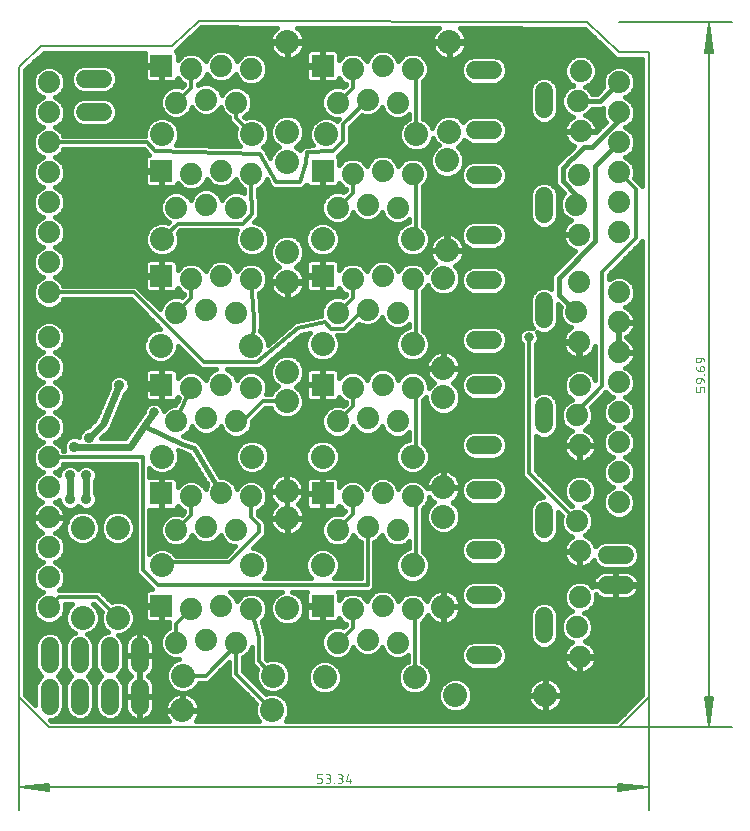
<source format=gbl>
G75*
%MOIN*%
%OFA0B0*%
%FSLAX25Y25*%
%IPPOS*%
%LPD*%
%AMOC8*
5,1,8,0,0,1.08239X$1,22.5*
%
%ADD10C,0.00600*%
%ADD11C,0.00512*%
%ADD12C,0.00300*%
%ADD13C,0.07400*%
%ADD14C,0.06000*%
%ADD15C,0.08000*%
%ADD16R,0.07400X0.07400*%
%ADD17C,0.01200*%
%ADD18C,0.01600*%
%ADD19C,0.03562*%
%ADD20C,0.03839*%
%ADD21C,0.03200*%
%ADD22C,0.03169*%
%ADD23C,0.02400*%
D10*
X0015000Y0028933D02*
X0005000Y0038933D01*
X0005000Y0248933D01*
X0012500Y0255933D01*
X0056000Y0255933D01*
X0065000Y0264433D01*
X0194500Y0263933D01*
X0205000Y0253933D01*
X0215000Y0253933D01*
X0215000Y0038933D01*
X0205000Y0028933D01*
X0015000Y0028933D01*
D11*
X0005000Y0038933D02*
X0005000Y0001256D01*
X0005256Y0008933D02*
X0015236Y0007909D01*
X0015236Y0007676D02*
X0005256Y0008933D01*
X0015236Y0009957D01*
X0015236Y0010190D02*
X0015236Y0007676D01*
X0015236Y0008421D02*
X0005256Y0008933D01*
X0015236Y0009445D01*
X0015236Y0010190D02*
X0005256Y0008933D01*
X0214744Y0008933D01*
X0204764Y0007909D01*
X0204764Y0007676D02*
X0214744Y0008933D01*
X0204764Y0009957D01*
X0204764Y0010190D02*
X0204764Y0007676D01*
X0204764Y0008421D02*
X0214744Y0008933D01*
X0204764Y0009445D01*
X0204764Y0010190D02*
X0214744Y0008933D01*
X0215000Y0001256D02*
X0215000Y0038933D01*
X0205000Y0028933D02*
X0242677Y0028933D01*
X0235000Y0029189D02*
X0236024Y0039169D01*
X0236257Y0039169D02*
X0235000Y0029189D01*
X0233976Y0039169D01*
X0233743Y0039169D02*
X0236257Y0039169D01*
X0235512Y0039169D02*
X0235000Y0029189D01*
X0234488Y0039169D01*
X0233743Y0039169D02*
X0235000Y0029189D01*
X0235000Y0263677D01*
X0236024Y0253697D01*
X0236257Y0253697D02*
X0235000Y0263677D01*
X0233976Y0253697D01*
X0233743Y0253697D02*
X0236257Y0253697D01*
X0235512Y0253697D02*
X0235000Y0263677D01*
X0234488Y0253697D01*
X0233743Y0253697D02*
X0235000Y0263677D01*
X0242677Y0263933D02*
X0205000Y0263933D01*
D12*
X0231444Y0152223D02*
X0232249Y0152223D01*
X0232249Y0151256D01*
X0232249Y0152223D02*
X0232319Y0152221D01*
X0232388Y0152215D01*
X0232458Y0152206D01*
X0232526Y0152193D01*
X0232594Y0152176D01*
X0232661Y0152156D01*
X0232726Y0152131D01*
X0232790Y0152104D01*
X0232853Y0152073D01*
X0232914Y0152038D01*
X0232972Y0152001D01*
X0233029Y0151960D01*
X0233083Y0151916D01*
X0233135Y0151870D01*
X0233185Y0151820D01*
X0233231Y0151768D01*
X0233275Y0151714D01*
X0233316Y0151657D01*
X0233353Y0151599D01*
X0233388Y0151538D01*
X0233419Y0151475D01*
X0233446Y0151411D01*
X0233471Y0151346D01*
X0233491Y0151279D01*
X0233508Y0151211D01*
X0233521Y0151143D01*
X0233530Y0151073D01*
X0233536Y0151004D01*
X0233538Y0150934D01*
X0232733Y0149343D02*
X0232572Y0149343D01*
X0232524Y0149341D01*
X0232476Y0149336D01*
X0232429Y0149327D01*
X0232382Y0149314D01*
X0232337Y0149298D01*
X0232293Y0149279D01*
X0232250Y0149257D01*
X0232209Y0149231D01*
X0232170Y0149203D01*
X0232134Y0149171D01*
X0232100Y0149137D01*
X0232069Y0149101D01*
X0232040Y0149062D01*
X0232014Y0149021D01*
X0231992Y0148978D01*
X0231973Y0148934D01*
X0231957Y0148889D01*
X0231944Y0148842D01*
X0231935Y0148795D01*
X0231930Y0148747D01*
X0231928Y0148699D01*
X0231927Y0148699D02*
X0231927Y0147732D01*
X0232733Y0147732D01*
X0232733Y0147731D02*
X0232788Y0147733D01*
X0232843Y0147739D01*
X0232897Y0147748D01*
X0232950Y0147761D01*
X0233003Y0147778D01*
X0233054Y0147798D01*
X0233104Y0147821D01*
X0233152Y0147848D01*
X0233198Y0147879D01*
X0233242Y0147912D01*
X0233283Y0147948D01*
X0233322Y0147987D01*
X0233358Y0148028D01*
X0233391Y0148072D01*
X0233422Y0148118D01*
X0233449Y0148166D01*
X0233472Y0148216D01*
X0233492Y0148267D01*
X0233509Y0148320D01*
X0233522Y0148373D01*
X0233531Y0148427D01*
X0233537Y0148482D01*
X0233539Y0148537D01*
X0233537Y0148592D01*
X0233531Y0148647D01*
X0233522Y0148701D01*
X0233509Y0148754D01*
X0233492Y0148807D01*
X0233472Y0148858D01*
X0233449Y0148908D01*
X0233422Y0148956D01*
X0233391Y0149002D01*
X0233358Y0149046D01*
X0233322Y0149087D01*
X0233283Y0149126D01*
X0233242Y0149162D01*
X0233198Y0149195D01*
X0233152Y0149226D01*
X0233104Y0149253D01*
X0233054Y0149276D01*
X0233003Y0149296D01*
X0232950Y0149313D01*
X0232897Y0149326D01*
X0232843Y0149335D01*
X0232788Y0149341D01*
X0232733Y0149343D01*
X0231927Y0147732D02*
X0231857Y0147734D01*
X0231788Y0147740D01*
X0231718Y0147749D01*
X0231650Y0147762D01*
X0231582Y0147779D01*
X0231515Y0147799D01*
X0231450Y0147824D01*
X0231386Y0147851D01*
X0231323Y0147882D01*
X0231262Y0147917D01*
X0231204Y0147954D01*
X0231147Y0147995D01*
X0231093Y0148039D01*
X0231041Y0148085D01*
X0230991Y0148135D01*
X0230945Y0148187D01*
X0230901Y0148241D01*
X0230860Y0148298D01*
X0230823Y0148356D01*
X0230788Y0148417D01*
X0230757Y0148480D01*
X0230730Y0148544D01*
X0230705Y0148609D01*
X0230685Y0148676D01*
X0230668Y0148744D01*
X0230655Y0148812D01*
X0230646Y0148882D01*
X0230640Y0148951D01*
X0230638Y0149021D01*
X0231444Y0150612D02*
X0231605Y0150612D01*
X0231653Y0150614D01*
X0231701Y0150619D01*
X0231748Y0150628D01*
X0231795Y0150641D01*
X0231840Y0150657D01*
X0231884Y0150676D01*
X0231927Y0150698D01*
X0231968Y0150724D01*
X0232007Y0150753D01*
X0232043Y0150784D01*
X0232077Y0150818D01*
X0232108Y0150854D01*
X0232137Y0150893D01*
X0232163Y0150934D01*
X0232185Y0150977D01*
X0232204Y0151021D01*
X0232220Y0151066D01*
X0232233Y0151113D01*
X0232242Y0151160D01*
X0232247Y0151208D01*
X0232249Y0151256D01*
X0231444Y0150611D02*
X0231389Y0150613D01*
X0231334Y0150619D01*
X0231280Y0150628D01*
X0231227Y0150641D01*
X0231174Y0150658D01*
X0231123Y0150678D01*
X0231073Y0150701D01*
X0231025Y0150728D01*
X0230979Y0150759D01*
X0230935Y0150792D01*
X0230894Y0150828D01*
X0230855Y0150867D01*
X0230819Y0150908D01*
X0230786Y0150952D01*
X0230755Y0150998D01*
X0230728Y0151046D01*
X0230705Y0151096D01*
X0230685Y0151147D01*
X0230668Y0151200D01*
X0230655Y0151253D01*
X0230646Y0151307D01*
X0230640Y0151362D01*
X0230638Y0151417D01*
X0230640Y0151472D01*
X0230646Y0151527D01*
X0230655Y0151581D01*
X0230668Y0151634D01*
X0230685Y0151687D01*
X0230705Y0151738D01*
X0230728Y0151788D01*
X0230755Y0151836D01*
X0230786Y0151882D01*
X0230819Y0151926D01*
X0230855Y0151967D01*
X0230894Y0152006D01*
X0230935Y0152042D01*
X0230979Y0152075D01*
X0231025Y0152106D01*
X0231073Y0152133D01*
X0231123Y0152156D01*
X0231174Y0152176D01*
X0231227Y0152193D01*
X0231280Y0152206D01*
X0231334Y0152215D01*
X0231389Y0152221D01*
X0231444Y0152223D01*
X0233377Y0146602D02*
X0233538Y0146602D01*
X0233538Y0146441D01*
X0233377Y0146441D01*
X0233377Y0146602D01*
X0232249Y0145311D02*
X0231444Y0145311D01*
X0232249Y0145311D02*
X0232249Y0144344D01*
X0232249Y0145311D02*
X0232319Y0145309D01*
X0232388Y0145303D01*
X0232458Y0145294D01*
X0232526Y0145281D01*
X0232594Y0145264D01*
X0232661Y0145244D01*
X0232726Y0145219D01*
X0232790Y0145192D01*
X0232853Y0145161D01*
X0232914Y0145126D01*
X0232972Y0145089D01*
X0233029Y0145048D01*
X0233083Y0145004D01*
X0233135Y0144958D01*
X0233185Y0144908D01*
X0233231Y0144856D01*
X0233275Y0144802D01*
X0233316Y0144745D01*
X0233353Y0144687D01*
X0233388Y0144626D01*
X0233419Y0144563D01*
X0233446Y0144499D01*
X0233471Y0144434D01*
X0233491Y0144367D01*
X0233508Y0144299D01*
X0233521Y0144231D01*
X0233530Y0144161D01*
X0233536Y0144092D01*
X0233538Y0144022D01*
X0232894Y0142431D02*
X0232572Y0142431D01*
X0232521Y0142429D01*
X0232471Y0142423D01*
X0232422Y0142413D01*
X0232373Y0142399D01*
X0232326Y0142382D01*
X0232280Y0142361D01*
X0232236Y0142336D01*
X0232193Y0142308D01*
X0232154Y0142277D01*
X0232117Y0142242D01*
X0232082Y0142205D01*
X0232051Y0142166D01*
X0232023Y0142123D01*
X0231998Y0142079D01*
X0231977Y0142033D01*
X0231960Y0141986D01*
X0231946Y0141937D01*
X0231936Y0141888D01*
X0231930Y0141838D01*
X0231928Y0141787D01*
X0231927Y0141787D02*
X0231927Y0140820D01*
X0230638Y0140820D01*
X0230638Y0142431D01*
X0231444Y0143700D02*
X0231605Y0143700D01*
X0231653Y0143702D01*
X0231701Y0143707D01*
X0231748Y0143716D01*
X0231795Y0143729D01*
X0231840Y0143745D01*
X0231884Y0143764D01*
X0231927Y0143786D01*
X0231968Y0143812D01*
X0232007Y0143841D01*
X0232043Y0143872D01*
X0232077Y0143906D01*
X0232108Y0143942D01*
X0232137Y0143981D01*
X0232163Y0144022D01*
X0232185Y0144065D01*
X0232204Y0144109D01*
X0232220Y0144154D01*
X0232233Y0144201D01*
X0232242Y0144248D01*
X0232247Y0144296D01*
X0232249Y0144344D01*
X0231444Y0143699D02*
X0231389Y0143701D01*
X0231334Y0143707D01*
X0231280Y0143716D01*
X0231227Y0143729D01*
X0231174Y0143746D01*
X0231123Y0143766D01*
X0231073Y0143789D01*
X0231025Y0143816D01*
X0230979Y0143847D01*
X0230935Y0143880D01*
X0230894Y0143916D01*
X0230855Y0143955D01*
X0230819Y0143996D01*
X0230786Y0144040D01*
X0230755Y0144086D01*
X0230728Y0144134D01*
X0230705Y0144184D01*
X0230685Y0144235D01*
X0230668Y0144288D01*
X0230655Y0144341D01*
X0230646Y0144395D01*
X0230640Y0144450D01*
X0230638Y0144505D01*
X0230640Y0144560D01*
X0230646Y0144615D01*
X0230655Y0144669D01*
X0230668Y0144722D01*
X0230685Y0144775D01*
X0230705Y0144826D01*
X0230728Y0144876D01*
X0230755Y0144924D01*
X0230786Y0144970D01*
X0230819Y0145014D01*
X0230855Y0145055D01*
X0230894Y0145094D01*
X0230935Y0145130D01*
X0230979Y0145163D01*
X0231025Y0145194D01*
X0231073Y0145221D01*
X0231123Y0145244D01*
X0231174Y0145264D01*
X0231227Y0145281D01*
X0231280Y0145294D01*
X0231334Y0145303D01*
X0231389Y0145309D01*
X0231444Y0145311D01*
X0232894Y0142431D02*
X0232942Y0142429D01*
X0232990Y0142424D01*
X0233037Y0142415D01*
X0233084Y0142402D01*
X0233129Y0142386D01*
X0233173Y0142367D01*
X0233216Y0142345D01*
X0233257Y0142319D01*
X0233296Y0142290D01*
X0233332Y0142259D01*
X0233366Y0142225D01*
X0233397Y0142189D01*
X0233426Y0142150D01*
X0233452Y0142109D01*
X0233474Y0142066D01*
X0233493Y0142022D01*
X0233509Y0141977D01*
X0233522Y0141930D01*
X0233531Y0141883D01*
X0233536Y0141835D01*
X0233538Y0141787D01*
X0233538Y0140820D01*
X0114823Y0013295D02*
X0114179Y0011039D01*
X0115790Y0011039D01*
X0115307Y0011684D02*
X0115307Y0010395D01*
X0112266Y0012006D02*
X0111621Y0012006D01*
X0112266Y0012006D02*
X0112315Y0012008D01*
X0112364Y0012014D01*
X0112413Y0012023D01*
X0112460Y0012036D01*
X0112507Y0012053D01*
X0112552Y0012073D01*
X0112595Y0012096D01*
X0112637Y0012123D01*
X0112676Y0012153D01*
X0112713Y0012186D01*
X0112747Y0012222D01*
X0112778Y0012260D01*
X0112807Y0012300D01*
X0112832Y0012342D01*
X0112854Y0012387D01*
X0112872Y0012432D01*
X0112887Y0012479D01*
X0112898Y0012527D01*
X0112906Y0012576D01*
X0112910Y0012625D01*
X0112910Y0012675D01*
X0112906Y0012724D01*
X0112898Y0012773D01*
X0112887Y0012821D01*
X0112872Y0012868D01*
X0112854Y0012913D01*
X0112832Y0012958D01*
X0112807Y0013000D01*
X0112778Y0013040D01*
X0112747Y0013078D01*
X0112713Y0013114D01*
X0112676Y0013147D01*
X0112637Y0013177D01*
X0112595Y0013204D01*
X0112552Y0013227D01*
X0112507Y0013247D01*
X0112460Y0013264D01*
X0112413Y0013277D01*
X0112364Y0013286D01*
X0112315Y0013292D01*
X0112266Y0013294D01*
X0112266Y0013295D02*
X0111299Y0013295D01*
X0112104Y0012006D02*
X0112159Y0012004D01*
X0112214Y0011998D01*
X0112268Y0011989D01*
X0112321Y0011976D01*
X0112374Y0011959D01*
X0112425Y0011939D01*
X0112475Y0011916D01*
X0112523Y0011889D01*
X0112569Y0011858D01*
X0112613Y0011825D01*
X0112654Y0011789D01*
X0112693Y0011750D01*
X0112729Y0011709D01*
X0112762Y0011665D01*
X0112793Y0011619D01*
X0112820Y0011571D01*
X0112843Y0011521D01*
X0112863Y0011470D01*
X0112880Y0011417D01*
X0112893Y0011364D01*
X0112902Y0011310D01*
X0112908Y0011255D01*
X0112910Y0011200D01*
X0112908Y0011145D01*
X0112902Y0011090D01*
X0112893Y0011036D01*
X0112880Y0010983D01*
X0112863Y0010930D01*
X0112843Y0010879D01*
X0112820Y0010829D01*
X0112793Y0010781D01*
X0112762Y0010735D01*
X0112729Y0010691D01*
X0112693Y0010650D01*
X0112654Y0010611D01*
X0112613Y0010575D01*
X0112569Y0010542D01*
X0112523Y0010511D01*
X0112475Y0010484D01*
X0112425Y0010461D01*
X0112374Y0010441D01*
X0112321Y0010424D01*
X0112268Y0010411D01*
X0112214Y0010402D01*
X0112159Y0010396D01*
X0112104Y0010394D01*
X0112104Y0010395D02*
X0111299Y0010395D01*
X0110169Y0010395D02*
X0110008Y0010395D01*
X0110008Y0010556D01*
X0110169Y0010556D01*
X0110169Y0010395D01*
X0108072Y0010395D02*
X0107267Y0010395D01*
X0108072Y0010394D02*
X0108127Y0010396D01*
X0108182Y0010402D01*
X0108236Y0010411D01*
X0108289Y0010424D01*
X0108342Y0010441D01*
X0108393Y0010461D01*
X0108443Y0010484D01*
X0108491Y0010511D01*
X0108537Y0010542D01*
X0108581Y0010575D01*
X0108622Y0010611D01*
X0108661Y0010650D01*
X0108697Y0010691D01*
X0108730Y0010735D01*
X0108761Y0010781D01*
X0108788Y0010829D01*
X0108811Y0010879D01*
X0108831Y0010930D01*
X0108848Y0010983D01*
X0108861Y0011036D01*
X0108870Y0011090D01*
X0108876Y0011145D01*
X0108878Y0011200D01*
X0108876Y0011255D01*
X0108870Y0011310D01*
X0108861Y0011364D01*
X0108848Y0011417D01*
X0108831Y0011470D01*
X0108811Y0011521D01*
X0108788Y0011571D01*
X0108761Y0011619D01*
X0108730Y0011665D01*
X0108697Y0011709D01*
X0108661Y0011750D01*
X0108622Y0011789D01*
X0108581Y0011825D01*
X0108537Y0011858D01*
X0108491Y0011889D01*
X0108443Y0011916D01*
X0108393Y0011939D01*
X0108342Y0011959D01*
X0108289Y0011976D01*
X0108236Y0011989D01*
X0108182Y0011998D01*
X0108127Y0012004D01*
X0108072Y0012006D01*
X0108234Y0012006D02*
X0107589Y0012006D01*
X0108234Y0012006D02*
X0108283Y0012008D01*
X0108332Y0012014D01*
X0108381Y0012023D01*
X0108428Y0012036D01*
X0108475Y0012053D01*
X0108520Y0012073D01*
X0108563Y0012096D01*
X0108605Y0012123D01*
X0108644Y0012153D01*
X0108681Y0012186D01*
X0108715Y0012222D01*
X0108746Y0012260D01*
X0108775Y0012300D01*
X0108800Y0012342D01*
X0108822Y0012387D01*
X0108840Y0012432D01*
X0108855Y0012479D01*
X0108866Y0012527D01*
X0108874Y0012576D01*
X0108878Y0012625D01*
X0108878Y0012675D01*
X0108874Y0012724D01*
X0108866Y0012773D01*
X0108855Y0012821D01*
X0108840Y0012868D01*
X0108822Y0012913D01*
X0108800Y0012958D01*
X0108775Y0013000D01*
X0108746Y0013040D01*
X0108715Y0013078D01*
X0108681Y0013114D01*
X0108644Y0013147D01*
X0108605Y0013177D01*
X0108563Y0013204D01*
X0108520Y0013227D01*
X0108475Y0013247D01*
X0108428Y0013264D01*
X0108381Y0013277D01*
X0108332Y0013286D01*
X0108283Y0013292D01*
X0108234Y0013294D01*
X0108234Y0013295D02*
X0107267Y0013295D01*
X0105998Y0013295D02*
X0104387Y0013295D01*
X0104387Y0012006D01*
X0105354Y0012006D01*
X0105402Y0012004D01*
X0105450Y0011999D01*
X0105497Y0011990D01*
X0105544Y0011977D01*
X0105589Y0011961D01*
X0105633Y0011942D01*
X0105676Y0011920D01*
X0105717Y0011894D01*
X0105756Y0011865D01*
X0105792Y0011834D01*
X0105826Y0011800D01*
X0105857Y0011764D01*
X0105886Y0011725D01*
X0105912Y0011684D01*
X0105934Y0011641D01*
X0105953Y0011597D01*
X0105969Y0011552D01*
X0105982Y0011505D01*
X0105991Y0011458D01*
X0105996Y0011410D01*
X0105998Y0011362D01*
X0105998Y0011039D01*
X0105996Y0010991D01*
X0105991Y0010943D01*
X0105982Y0010896D01*
X0105969Y0010849D01*
X0105953Y0010804D01*
X0105934Y0010760D01*
X0105912Y0010717D01*
X0105886Y0010676D01*
X0105857Y0010637D01*
X0105826Y0010601D01*
X0105792Y0010567D01*
X0105756Y0010536D01*
X0105717Y0010507D01*
X0105676Y0010481D01*
X0105633Y0010459D01*
X0105589Y0010440D01*
X0105544Y0010424D01*
X0105497Y0010411D01*
X0105450Y0010402D01*
X0105402Y0010397D01*
X0105354Y0010395D01*
X0104387Y0010395D01*
D13*
X0111250Y0057183D03*
X0121250Y0058183D03*
X0131250Y0057183D03*
X0136250Y0068433D03*
X0126250Y0069433D03*
X0116250Y0068433D03*
X0111250Y0094683D03*
X0121250Y0095683D03*
X0131250Y0094683D03*
X0136250Y0105933D03*
X0126250Y0106933D03*
X0116250Y0105933D03*
X0111250Y0130933D03*
X0121250Y0131933D03*
X0131250Y0130933D03*
X0136250Y0142183D03*
X0126250Y0143183D03*
X0116250Y0142183D03*
X0111250Y0167183D03*
X0121250Y0168183D03*
X0131250Y0167183D03*
X0136250Y0178433D03*
X0126250Y0179433D03*
X0116250Y0178433D03*
X0111250Y0202183D03*
X0121250Y0203183D03*
X0131250Y0202183D03*
X0136250Y0213433D03*
X0126250Y0214433D03*
X0116250Y0213433D03*
X0111250Y0237183D03*
X0121250Y0238183D03*
X0131250Y0237183D03*
X0136250Y0248433D03*
X0126250Y0249433D03*
X0116250Y0248433D03*
X0082500Y0248433D03*
X0072500Y0249433D03*
X0062500Y0248433D03*
X0067500Y0238183D03*
X0057500Y0237183D03*
X0077500Y0237183D03*
X0072500Y0214433D03*
X0062500Y0213433D03*
X0067500Y0203183D03*
X0057500Y0202183D03*
X0077500Y0202183D03*
X0082500Y0213433D03*
X0082500Y0178433D03*
X0072500Y0179433D03*
X0062500Y0178433D03*
X0067500Y0168183D03*
X0057500Y0167183D03*
X0077500Y0167183D03*
X0072500Y0143183D03*
X0062500Y0142183D03*
X0067500Y0131933D03*
X0057500Y0130933D03*
X0077500Y0130933D03*
X0082500Y0142183D03*
X0072500Y0106933D03*
X0062500Y0105933D03*
X0067500Y0095683D03*
X0057500Y0094683D03*
X0077500Y0094683D03*
X0082500Y0105933D03*
X0072500Y0069433D03*
X0062500Y0068433D03*
X0067500Y0058183D03*
X0057500Y0057183D03*
X0077500Y0057183D03*
X0082500Y0068433D03*
X0015000Y0068933D03*
X0015000Y0078933D03*
X0015000Y0088933D03*
X0015000Y0098933D03*
X0015000Y0108933D03*
X0015000Y0118933D03*
X0015000Y0128933D03*
X0015000Y0138933D03*
X0015000Y0148933D03*
X0015000Y0158933D03*
X0015000Y0173933D03*
X0015000Y0183933D03*
X0015000Y0193933D03*
X0015000Y0203933D03*
X0015000Y0213933D03*
X0015000Y0223933D03*
X0015000Y0233933D03*
X0015000Y0243933D03*
X0191250Y0237683D03*
X0192250Y0227683D03*
X0191750Y0213183D03*
X0190750Y0203183D03*
X0191750Y0193183D03*
X0205000Y0193933D03*
X0205000Y0203933D03*
X0205000Y0213933D03*
X0205000Y0223933D03*
X0205000Y0233933D03*
X0205000Y0243933D03*
X0192250Y0247683D03*
X0191750Y0177433D03*
X0190750Y0167433D03*
X0191750Y0157433D03*
X0205000Y0153933D03*
X0205000Y0143933D03*
X0205000Y0133933D03*
X0205000Y0123933D03*
X0205000Y0113933D03*
X0205000Y0103933D03*
X0192000Y0107683D03*
X0191000Y0097683D03*
X0192000Y0087683D03*
X0192000Y0072433D03*
X0191000Y0062433D03*
X0192000Y0052433D03*
X0192000Y0122933D03*
X0191000Y0132933D03*
X0192000Y0142933D03*
X0205000Y0163933D03*
X0205000Y0173933D03*
D14*
X0180000Y0170933D02*
X0180000Y0164933D01*
X0163000Y0157933D02*
X0157000Y0157933D01*
X0157000Y0142933D02*
X0163000Y0142933D01*
X0180000Y0135933D02*
X0180000Y0129933D01*
X0163000Y0122933D02*
X0157000Y0122933D01*
X0157000Y0107933D02*
X0163000Y0107933D01*
X0180000Y0100933D02*
X0180000Y0094933D01*
X0163000Y0087933D02*
X0157000Y0087933D01*
X0157000Y0072933D02*
X0163000Y0072933D01*
X0180000Y0065933D02*
X0180000Y0059933D01*
X0163000Y0052933D02*
X0157000Y0052933D01*
X0201000Y0076433D02*
X0207000Y0076433D01*
X0207000Y0086433D02*
X0201000Y0086433D01*
X0163000Y0177933D02*
X0157000Y0177933D01*
X0157000Y0192933D02*
X0163000Y0192933D01*
X0180000Y0199933D02*
X0180000Y0205933D01*
X0163000Y0212933D02*
X0157000Y0212933D01*
X0157000Y0227933D02*
X0163000Y0227933D01*
X0180000Y0234933D02*
X0180000Y0240933D01*
X0163000Y0247933D02*
X0157000Y0247933D01*
X0033000Y0245183D02*
X0027000Y0245183D01*
X0027000Y0234183D02*
X0033000Y0234183D01*
X0035250Y0055933D02*
X0035250Y0049933D01*
X0035250Y0042183D02*
X0035250Y0036183D01*
X0025250Y0036183D02*
X0025250Y0042183D01*
X0025250Y0049933D02*
X0025250Y0055933D01*
X0015250Y0055933D02*
X0015250Y0049933D01*
X0015250Y0042183D02*
X0015250Y0036183D01*
X0045250Y0036183D02*
X0045250Y0042183D01*
X0045250Y0049933D02*
X0045250Y0055933D01*
D15*
X0038000Y0065433D03*
X0026250Y0065433D03*
X0026250Y0095433D03*
X0038000Y0095433D03*
X0052750Y0082933D03*
X0082750Y0082933D03*
X0094500Y0068683D03*
X0106250Y0082933D03*
X0094500Y0098683D03*
X0094250Y0107683D03*
X0082750Y0119183D03*
X0094250Y0137683D03*
X0094500Y0147433D03*
X0106250Y0156683D03*
X0094500Y0177433D03*
X0094500Y0187433D03*
X0082750Y0191683D03*
X0106250Y0191683D03*
X0094500Y0217433D03*
X0094500Y0227433D03*
X0082750Y0226683D03*
X0107500Y0226683D03*
X0094500Y0257433D03*
X0052750Y0226683D03*
X0052750Y0191683D03*
X0052250Y0156183D03*
X0082250Y0156183D03*
X0106250Y0119183D03*
X0136250Y0119183D03*
X0146500Y0108933D03*
X0146500Y0099183D03*
X0136250Y0082933D03*
X0146500Y0069183D03*
X0137000Y0045683D03*
X0150500Y0039683D03*
X0180500Y0039683D03*
X0107000Y0045683D03*
X0089750Y0046183D03*
X0089500Y0034683D03*
X0059500Y0034683D03*
X0059750Y0046183D03*
X0052750Y0119183D03*
X0136250Y0156683D03*
X0146500Y0148683D03*
X0146500Y0138933D03*
X0146500Y0178683D03*
X0147750Y0187933D03*
X0136250Y0191683D03*
X0147750Y0217933D03*
X0148500Y0227433D03*
X0137500Y0226683D03*
X0148500Y0257433D03*
D16*
X0106250Y0249433D03*
X0106250Y0214433D03*
X0106250Y0179433D03*
X0106250Y0143183D03*
X0106250Y0106933D03*
X0106250Y0069433D03*
X0052500Y0069433D03*
X0052500Y0106933D03*
X0052500Y0143183D03*
X0052500Y0179433D03*
X0052500Y0214433D03*
X0052500Y0249433D03*
D17*
X0062500Y0248433D02*
X0062500Y0242183D01*
X0057500Y0237183D01*
X0047580Y0223933D02*
X0050430Y0221083D01*
X0085430Y0220083D01*
X0090680Y0210833D01*
X0098820Y0210833D01*
X0100600Y0217113D01*
X0101100Y0220583D01*
X0109820Y0221083D01*
X0113100Y0224363D01*
X0113100Y0230033D01*
X0121250Y0238183D01*
X0116250Y0242183D02*
X0116250Y0248433D01*
X0116250Y0242183D02*
X0111250Y0237183D01*
X0116250Y0213433D02*
X0116250Y0207183D01*
X0111250Y0202183D01*
X0116250Y0178433D02*
X0116250Y0172183D01*
X0111250Y0167183D01*
X0107005Y0163933D02*
X0109055Y0161883D01*
X0113445Y0161883D01*
X0119745Y0168183D01*
X0121250Y0168183D01*
X0107005Y0163933D02*
X0097920Y0161933D01*
X0084570Y0150583D01*
X0066605Y0150583D01*
X0043255Y0173933D01*
X0015000Y0173933D01*
X0052750Y0191683D02*
X0057950Y0196883D01*
X0079695Y0196883D01*
X0082800Y0199988D01*
X0082800Y0204378D01*
X0082500Y0204678D01*
X0082500Y0213433D01*
X0082750Y0226683D02*
X0077500Y0231933D01*
X0077500Y0237183D01*
X0047580Y0223933D02*
X0015000Y0223933D01*
X0057500Y0202183D02*
X0058250Y0202183D01*
X0062500Y0178433D02*
X0062500Y0172183D01*
X0057500Y0167183D01*
X0062500Y0142183D02*
X0060000Y0136933D01*
X0057500Y0131433D01*
X0057500Y0130933D01*
X0046250Y0118933D02*
X0046250Y0081433D01*
X0051250Y0076433D01*
X0121250Y0076433D01*
X0121250Y0095683D01*
X0116250Y0100183D02*
X0116250Y0105933D01*
X0116250Y0100183D02*
X0111250Y0095183D01*
X0111250Y0094683D01*
X0116250Y0068433D02*
X0116250Y0062183D01*
X0111250Y0057183D01*
X0089750Y0046183D02*
X0085000Y0050933D01*
X0085000Y0058933D01*
X0082500Y0068433D01*
X0077500Y0057183D02*
X0077500Y0056433D01*
X0077500Y0046683D01*
X0089500Y0034683D01*
X0077500Y0056433D02*
X0067250Y0046183D01*
X0059750Y0046183D01*
X0057500Y0057183D02*
X0057500Y0063433D01*
X0062500Y0068433D01*
X0055000Y0083933D02*
X0052750Y0082933D01*
X0055000Y0083933D02*
X0075000Y0083933D01*
X0085000Y0093933D01*
X0085000Y0096433D01*
X0082500Y0098933D01*
X0082500Y0105933D01*
X0062500Y0105933D02*
X0062500Y0099683D01*
X0057500Y0094683D01*
X0046250Y0118933D02*
X0015000Y0118933D01*
X0018500Y0072433D02*
X0031000Y0072433D01*
X0038000Y0065433D01*
X0018500Y0072433D02*
X0015000Y0068933D01*
X0077500Y0130933D02*
X0077500Y0131433D01*
X0080000Y0131433D01*
X0086250Y0137683D01*
X0094250Y0137683D01*
X0111250Y0130933D02*
X0116250Y0135933D01*
X0116250Y0142183D01*
X0136250Y0142183D02*
X0137500Y0140933D01*
X0137500Y0122683D01*
X0136250Y0121433D01*
X0136250Y0119183D01*
X0136250Y0105933D02*
X0137500Y0104683D01*
X0137500Y0086433D01*
X0136250Y0085183D01*
X0136250Y0082933D01*
X0136250Y0068433D02*
X0137000Y0067683D01*
X0137000Y0045683D01*
X0191000Y0097683D02*
X0175000Y0113683D01*
X0175000Y0158933D01*
X0199375Y0142683D02*
X0191250Y0134558D01*
X0191250Y0133308D01*
X0191000Y0132933D01*
X0199375Y0142683D02*
X0199375Y0180808D01*
X0210625Y0192058D01*
X0210625Y0208308D01*
X0205000Y0213933D01*
X0137500Y0212183D02*
X0137500Y0192933D01*
X0136250Y0191683D01*
X0136250Y0178433D02*
X0137500Y0177183D01*
X0137500Y0158933D01*
X0136250Y0157683D01*
X0136250Y0156683D01*
X0083250Y0161503D02*
X0083400Y0165153D01*
X0082400Y0178333D01*
X0082500Y0178433D01*
X0083250Y0161503D02*
X0082250Y0156183D01*
X0137500Y0212183D02*
X0136250Y0213433D01*
X0137500Y0226683D02*
X0137500Y0246433D01*
X0136250Y0247683D01*
X0136250Y0248433D01*
D18*
X0132700Y0252520D02*
X0130800Y0252520D01*
X0130828Y0252492D02*
X0129309Y0254011D01*
X0127324Y0254833D01*
X0125176Y0254833D01*
X0123191Y0254011D01*
X0121672Y0252492D01*
X0121043Y0250973D01*
X0120828Y0251492D01*
X0119309Y0253011D01*
X0117324Y0253833D01*
X0115176Y0253833D01*
X0113191Y0253011D01*
X0111750Y0251570D01*
X0111750Y0253370D01*
X0111627Y0253828D01*
X0111390Y0254238D01*
X0111055Y0254573D01*
X0110645Y0254810D01*
X0110187Y0254933D01*
X0106450Y0254933D01*
X0106450Y0249633D01*
X0106050Y0249633D01*
X0106050Y0249233D01*
X0106450Y0249233D01*
X0106450Y0243933D01*
X0110187Y0243933D01*
X0110645Y0244056D01*
X0111055Y0244293D01*
X0111390Y0244628D01*
X0111627Y0245038D01*
X0111708Y0245339D01*
X0113191Y0243855D01*
X0113950Y0243541D01*
X0113950Y0243136D01*
X0113083Y0242269D01*
X0112324Y0242583D01*
X0110176Y0242583D01*
X0108191Y0241761D01*
X0106672Y0240242D01*
X0105850Y0238257D01*
X0105850Y0236109D01*
X0106672Y0234124D01*
X0108191Y0232605D01*
X0110176Y0231783D01*
X0111597Y0231783D01*
X0111029Y0231215D01*
X0110729Y0231515D01*
X0108634Y0232383D01*
X0106366Y0232383D01*
X0104271Y0231515D01*
X0102668Y0229912D01*
X0101800Y0227817D01*
X0101800Y0225549D01*
X0102668Y0223454D01*
X0103119Y0223003D01*
X0101199Y0222893D01*
X0100485Y0222995D01*
X0100277Y0222840D01*
X0100017Y0222825D01*
X0099537Y0222286D01*
X0098959Y0221854D01*
X0098922Y0221597D01*
X0098749Y0221403D01*
X0098750Y0221385D01*
X0098278Y0221857D01*
X0097540Y0222394D01*
X0097400Y0222465D01*
X0097729Y0222601D01*
X0099332Y0224204D01*
X0100200Y0226299D01*
X0100200Y0228567D01*
X0099332Y0230662D01*
X0097729Y0232265D01*
X0095634Y0233133D01*
X0093366Y0233133D01*
X0091271Y0232265D01*
X0089668Y0230662D01*
X0088800Y0228567D01*
X0088800Y0226299D01*
X0089668Y0224204D01*
X0091271Y0222601D01*
X0091600Y0222465D01*
X0091460Y0222394D01*
X0090722Y0221857D01*
X0090076Y0221212D01*
X0089539Y0220473D01*
X0089125Y0219659D01*
X0088843Y0218791D01*
X0088835Y0218744D01*
X0087748Y0220660D01*
X0087757Y0220970D01*
X0087293Y0221460D01*
X0086960Y0222047D01*
X0086661Y0222129D01*
X0086465Y0222337D01*
X0087582Y0223454D01*
X0088450Y0225549D01*
X0088450Y0227817D01*
X0087582Y0229912D01*
X0085979Y0231515D01*
X0083884Y0232383D01*
X0081616Y0232383D01*
X0080687Y0231998D01*
X0080221Y0232465D01*
X0080559Y0232605D01*
X0082078Y0234124D01*
X0082900Y0236109D01*
X0082900Y0238257D01*
X0082078Y0240242D01*
X0080559Y0241761D01*
X0078574Y0242583D01*
X0076426Y0242583D01*
X0074441Y0241761D01*
X0072922Y0240242D01*
X0072707Y0239723D01*
X0072078Y0241242D01*
X0070559Y0242761D01*
X0068574Y0243583D01*
X0066426Y0243583D01*
X0064800Y0242910D01*
X0064800Y0243541D01*
X0065559Y0243855D01*
X0067078Y0245374D01*
X0067707Y0246893D01*
X0067922Y0246374D01*
X0069441Y0244855D01*
X0071426Y0244033D01*
X0073574Y0244033D01*
X0075559Y0244855D01*
X0077078Y0246374D01*
X0077293Y0246893D01*
X0077922Y0245374D01*
X0079441Y0243855D01*
X0081426Y0243033D01*
X0083574Y0243033D01*
X0085559Y0243855D01*
X0087078Y0245374D01*
X0087900Y0247359D01*
X0087900Y0249507D01*
X0087078Y0251492D01*
X0085559Y0253011D01*
X0083574Y0253833D01*
X0081426Y0253833D01*
X0079441Y0253011D01*
X0077922Y0251492D01*
X0077707Y0250973D01*
X0077078Y0252492D01*
X0075559Y0254011D01*
X0073574Y0254833D01*
X0071426Y0254833D01*
X0069441Y0254011D01*
X0067922Y0252492D01*
X0067293Y0250973D01*
X0067078Y0251492D01*
X0065559Y0253011D01*
X0063574Y0253833D01*
X0061426Y0253833D01*
X0059441Y0253011D01*
X0058000Y0251570D01*
X0058000Y0253370D01*
X0057877Y0253828D01*
X0057640Y0254238D01*
X0057458Y0254421D01*
X0057464Y0254427D01*
X0065831Y0262330D01*
X0091237Y0262232D01*
X0090722Y0261857D01*
X0090076Y0261212D01*
X0089539Y0260473D01*
X0089125Y0259659D01*
X0088843Y0258791D01*
X0088700Y0257890D01*
X0088700Y0257633D01*
X0094300Y0257633D01*
X0094300Y0257233D01*
X0094700Y0257233D01*
X0094700Y0251633D01*
X0094956Y0251633D01*
X0095858Y0251776D01*
X0096726Y0252058D01*
X0097540Y0252472D01*
X0098278Y0253009D01*
X0098924Y0253655D01*
X0099461Y0254393D01*
X0099875Y0255207D01*
X0100157Y0256075D01*
X0100300Y0256977D01*
X0100300Y0257233D01*
X0094700Y0257233D01*
X0094700Y0257633D01*
X0100300Y0257633D01*
X0100300Y0257890D01*
X0100157Y0258791D01*
X0099875Y0259659D01*
X0099461Y0260473D01*
X0098924Y0261212D01*
X0098278Y0261857D01*
X0097798Y0262206D01*
X0144952Y0262024D01*
X0144722Y0261857D01*
X0144076Y0261212D01*
X0143539Y0260473D01*
X0143125Y0259659D01*
X0142843Y0258791D01*
X0142700Y0257890D01*
X0142700Y0257633D01*
X0148300Y0257633D01*
X0148300Y0257233D01*
X0148700Y0257233D01*
X0148700Y0251633D01*
X0148956Y0251633D01*
X0149858Y0251776D01*
X0150726Y0252058D01*
X0151540Y0252472D01*
X0152278Y0253009D01*
X0152924Y0253655D01*
X0153461Y0254393D01*
X0153875Y0255207D01*
X0154157Y0256075D01*
X0154300Y0256977D01*
X0154300Y0257233D01*
X0148700Y0257233D01*
X0148700Y0257633D01*
X0154300Y0257633D01*
X0154300Y0257890D01*
X0154157Y0258791D01*
X0153875Y0259659D01*
X0153461Y0260473D01*
X0152924Y0261212D01*
X0152278Y0261857D01*
X0152086Y0261997D01*
X0193657Y0261836D01*
X0203533Y0252430D01*
X0204130Y0251833D01*
X0204160Y0251833D01*
X0204182Y0251812D01*
X0205025Y0251833D01*
X0212900Y0251833D01*
X0212900Y0209286D01*
X0210086Y0212100D01*
X0210400Y0212859D01*
X0210400Y0215007D01*
X0209578Y0216992D01*
X0208059Y0218511D01*
X0207040Y0218933D01*
X0208059Y0219355D01*
X0209578Y0220874D01*
X0210400Y0222859D01*
X0210400Y0225007D01*
X0209578Y0226992D01*
X0208059Y0228511D01*
X0207040Y0228933D01*
X0208059Y0229355D01*
X0209578Y0230874D01*
X0210400Y0232859D01*
X0210400Y0235007D01*
X0209578Y0236992D01*
X0208059Y0238511D01*
X0207040Y0238933D01*
X0208059Y0239355D01*
X0209578Y0240874D01*
X0210400Y0242859D01*
X0210400Y0245007D01*
X0209578Y0246992D01*
X0208059Y0248511D01*
X0206074Y0249333D01*
X0203926Y0249333D01*
X0201941Y0248511D01*
X0200422Y0246992D01*
X0199600Y0245007D01*
X0199600Y0242859D01*
X0199831Y0242300D01*
X0197714Y0240183D01*
X0196059Y0240183D01*
X0195828Y0240742D01*
X0194309Y0242261D01*
X0193790Y0242476D01*
X0195309Y0243105D01*
X0196828Y0244624D01*
X0197650Y0246609D01*
X0197650Y0248757D01*
X0196828Y0250742D01*
X0195309Y0252261D01*
X0193324Y0253083D01*
X0191176Y0253083D01*
X0189191Y0252261D01*
X0187672Y0250742D01*
X0186850Y0248757D01*
X0186850Y0246609D01*
X0187672Y0244624D01*
X0189191Y0243105D01*
X0189710Y0242890D01*
X0188191Y0242261D01*
X0186672Y0240742D01*
X0185850Y0238757D01*
X0185850Y0236609D01*
X0186672Y0234624D01*
X0188191Y0233105D01*
X0189617Y0232514D01*
X0189367Y0232387D01*
X0188667Y0231878D01*
X0188055Y0231266D01*
X0187546Y0230566D01*
X0187153Y0229794D01*
X0186885Y0228971D01*
X0186750Y0228116D01*
X0186750Y0227883D01*
X0192050Y0227883D01*
X0192050Y0227483D01*
X0186750Y0227483D01*
X0186750Y0227250D01*
X0186885Y0226395D01*
X0187153Y0225572D01*
X0187546Y0224800D01*
X0188055Y0224100D01*
X0188667Y0223488D01*
X0189367Y0222979D01*
X0190125Y0222593D01*
X0188331Y0220799D01*
X0188097Y0220702D01*
X0184231Y0216836D01*
X0183850Y0215917D01*
X0183850Y0210449D01*
X0184231Y0209530D01*
X0184934Y0208827D01*
X0186845Y0206915D01*
X0186172Y0206242D01*
X0185350Y0204257D01*
X0185350Y0202109D01*
X0186172Y0200124D01*
X0187691Y0198605D01*
X0189117Y0198014D01*
X0188867Y0197887D01*
X0188167Y0197378D01*
X0187555Y0196766D01*
X0187046Y0196066D01*
X0186653Y0195294D01*
X0186385Y0194471D01*
X0186250Y0193616D01*
X0186250Y0193383D01*
X0191550Y0193383D01*
X0191550Y0192983D01*
X0186250Y0192983D01*
X0186250Y0192750D01*
X0186385Y0191895D01*
X0186653Y0191072D01*
X0187046Y0190300D01*
X0187555Y0189600D01*
X0188167Y0188988D01*
X0188867Y0188479D01*
X0189639Y0188086D01*
X0190462Y0187819D01*
X0190483Y0187815D01*
X0182881Y0180212D01*
X0182500Y0179294D01*
X0182500Y0174985D01*
X0180935Y0175633D01*
X0179065Y0175633D01*
X0177338Y0174918D01*
X0176016Y0173595D01*
X0175300Y0171868D01*
X0175300Y0163998D01*
X0176016Y0162271D01*
X0176363Y0161923D01*
X0175653Y0162217D01*
X0174347Y0162217D01*
X0173140Y0161717D01*
X0172216Y0160793D01*
X0171716Y0159586D01*
X0171716Y0158280D01*
X0172216Y0157073D01*
X0172700Y0156588D01*
X0172700Y0112730D01*
X0179797Y0105633D01*
X0179065Y0105633D01*
X0177338Y0104918D01*
X0176016Y0103595D01*
X0175300Y0101868D01*
X0175300Y0093998D01*
X0176016Y0092271D01*
X0177338Y0090949D01*
X0179065Y0090233D01*
X0180935Y0090233D01*
X0182662Y0090949D01*
X0183984Y0092271D01*
X0184700Y0093998D01*
X0184700Y0100730D01*
X0185914Y0099516D01*
X0185600Y0098757D01*
X0185600Y0096609D01*
X0186422Y0094624D01*
X0187941Y0093105D01*
X0189367Y0092514D01*
X0189117Y0092387D01*
X0188417Y0091878D01*
X0187805Y0091266D01*
X0187296Y0090566D01*
X0186903Y0089794D01*
X0186635Y0088971D01*
X0186500Y0088116D01*
X0186500Y0087883D01*
X0191800Y0087883D01*
X0191800Y0087483D01*
X0192200Y0087483D01*
X0192200Y0082183D01*
X0192433Y0082183D01*
X0193288Y0082319D01*
X0194111Y0082586D01*
X0194883Y0082979D01*
X0195583Y0083488D01*
X0196195Y0084100D01*
X0196631Y0084700D01*
X0197016Y0083771D01*
X0198338Y0082449D01*
X0200065Y0081733D01*
X0207935Y0081733D01*
X0209662Y0082449D01*
X0210984Y0083771D01*
X0211700Y0085498D01*
X0211700Y0087368D01*
X0210984Y0089095D01*
X0209662Y0090418D01*
X0207935Y0091133D01*
X0200065Y0091133D01*
X0198338Y0090418D01*
X0197248Y0089328D01*
X0197097Y0089794D01*
X0196704Y0090566D01*
X0196195Y0091266D01*
X0195583Y0091878D01*
X0194883Y0092387D01*
X0194111Y0092780D01*
X0193642Y0092933D01*
X0194059Y0093105D01*
X0195578Y0094624D01*
X0196400Y0096609D01*
X0196400Y0098757D01*
X0195578Y0100742D01*
X0194059Y0102261D01*
X0193540Y0102476D01*
X0195059Y0103105D01*
X0196578Y0104624D01*
X0197400Y0106609D01*
X0197400Y0108757D01*
X0196578Y0110742D01*
X0195059Y0112261D01*
X0193074Y0113083D01*
X0190926Y0113083D01*
X0188941Y0112261D01*
X0187422Y0110742D01*
X0186600Y0108757D01*
X0186600Y0106609D01*
X0187422Y0104624D01*
X0188941Y0103105D01*
X0189460Y0102890D01*
X0189167Y0102769D01*
X0177300Y0114636D01*
X0177300Y0125986D01*
X0177338Y0125949D01*
X0179065Y0125233D01*
X0180935Y0125233D01*
X0182662Y0125949D01*
X0183984Y0127271D01*
X0184700Y0128998D01*
X0184700Y0136868D01*
X0183984Y0138595D01*
X0182662Y0139918D01*
X0180935Y0140633D01*
X0179065Y0140633D01*
X0177338Y0139918D01*
X0177300Y0139880D01*
X0177300Y0156588D01*
X0177784Y0157073D01*
X0178284Y0158280D01*
X0178284Y0159586D01*
X0177799Y0160757D01*
X0179065Y0160233D01*
X0180935Y0160233D01*
X0182662Y0160949D01*
X0183984Y0162271D01*
X0184700Y0163998D01*
X0184700Y0169948D01*
X0185581Y0169066D01*
X0185350Y0168507D01*
X0185350Y0166359D01*
X0186172Y0164374D01*
X0187691Y0162855D01*
X0189117Y0162264D01*
X0188867Y0162137D01*
X0188167Y0161628D01*
X0187555Y0161016D01*
X0187046Y0160316D01*
X0186653Y0159544D01*
X0186385Y0158721D01*
X0186250Y0157866D01*
X0186250Y0157633D01*
X0191550Y0157633D01*
X0191550Y0157233D01*
X0191950Y0157233D01*
X0191950Y0151933D01*
X0192183Y0151933D01*
X0193038Y0152069D01*
X0193861Y0152336D01*
X0194633Y0152729D01*
X0195333Y0153238D01*
X0195945Y0153850D01*
X0196454Y0154550D01*
X0196847Y0155322D01*
X0197075Y0156023D01*
X0197075Y0144792D01*
X0196578Y0145992D01*
X0195059Y0147511D01*
X0193074Y0148333D01*
X0190926Y0148333D01*
X0188941Y0147511D01*
X0187422Y0145992D01*
X0186600Y0144007D01*
X0186600Y0141859D01*
X0187422Y0139874D01*
X0188941Y0138355D01*
X0189460Y0138140D01*
X0187941Y0137511D01*
X0186422Y0135992D01*
X0185600Y0134007D01*
X0185600Y0131859D01*
X0186422Y0129874D01*
X0187941Y0128355D01*
X0189367Y0127764D01*
X0189117Y0127637D01*
X0188417Y0127128D01*
X0187805Y0126516D01*
X0187296Y0125816D01*
X0186903Y0125044D01*
X0186635Y0124221D01*
X0186500Y0123366D01*
X0186500Y0123133D01*
X0191800Y0123133D01*
X0191800Y0122733D01*
X0192200Y0122733D01*
X0192200Y0117433D01*
X0192433Y0117433D01*
X0193288Y0117569D01*
X0194111Y0117836D01*
X0194883Y0118229D01*
X0195583Y0118738D01*
X0196195Y0119350D01*
X0196704Y0120050D01*
X0197097Y0120822D01*
X0197365Y0121645D01*
X0197500Y0122500D01*
X0197500Y0122733D01*
X0192200Y0122733D01*
X0192200Y0123133D01*
X0197500Y0123133D01*
X0197500Y0123366D01*
X0197365Y0124221D01*
X0197097Y0125044D01*
X0196704Y0125816D01*
X0196195Y0126516D01*
X0195583Y0127128D01*
X0194883Y0127637D01*
X0194111Y0128030D01*
X0193642Y0128183D01*
X0194059Y0128355D01*
X0195578Y0129874D01*
X0196400Y0131859D01*
X0196400Y0134007D01*
X0195683Y0135738D01*
X0200328Y0140383D01*
X0200620Y0140676D01*
X0201941Y0139355D01*
X0202960Y0138933D01*
X0201941Y0138511D01*
X0200422Y0136992D01*
X0199600Y0135007D01*
X0199600Y0132859D01*
X0200422Y0130874D01*
X0201941Y0129355D01*
X0202960Y0128933D01*
X0201941Y0128511D01*
X0200422Y0126992D01*
X0199600Y0125007D01*
X0199600Y0122859D01*
X0200422Y0120874D01*
X0201941Y0119355D01*
X0202960Y0118933D01*
X0201941Y0118511D01*
X0200422Y0116992D01*
X0199600Y0115007D01*
X0199600Y0112859D01*
X0200422Y0110874D01*
X0201941Y0109355D01*
X0202960Y0108933D01*
X0201941Y0108511D01*
X0200422Y0106992D01*
X0199600Y0105007D01*
X0199600Y0102859D01*
X0200422Y0100874D01*
X0201941Y0099355D01*
X0203926Y0098533D01*
X0206074Y0098533D01*
X0208059Y0099355D01*
X0209578Y0100874D01*
X0210400Y0102859D01*
X0210400Y0105007D01*
X0209578Y0106992D01*
X0208059Y0108511D01*
X0207040Y0108933D01*
X0208059Y0109355D01*
X0209578Y0110874D01*
X0210400Y0112859D01*
X0210400Y0115007D01*
X0209578Y0116992D01*
X0208059Y0118511D01*
X0207040Y0118933D01*
X0208059Y0119355D01*
X0209578Y0120874D01*
X0210400Y0122859D01*
X0210400Y0125007D01*
X0209578Y0126992D01*
X0208059Y0128511D01*
X0207040Y0128933D01*
X0208059Y0129355D01*
X0209578Y0130874D01*
X0210400Y0132859D01*
X0210400Y0135007D01*
X0209578Y0136992D01*
X0208059Y0138511D01*
X0207040Y0138933D01*
X0208059Y0139355D01*
X0209578Y0140874D01*
X0210400Y0142859D01*
X0210400Y0145007D01*
X0209578Y0146992D01*
X0208059Y0148511D01*
X0207184Y0148873D01*
X0207883Y0149229D01*
X0208583Y0149738D01*
X0209195Y0150350D01*
X0209704Y0151050D01*
X0210097Y0151822D01*
X0210365Y0152645D01*
X0210500Y0153500D01*
X0210500Y0153733D01*
X0205200Y0153733D01*
X0205200Y0154133D01*
X0210500Y0154133D01*
X0210500Y0154366D01*
X0210365Y0155221D01*
X0210097Y0156044D01*
X0209704Y0156816D01*
X0209195Y0157516D01*
X0208583Y0158128D01*
X0207883Y0158637D01*
X0207302Y0158933D01*
X0207883Y0159229D01*
X0208583Y0159738D01*
X0209195Y0160350D01*
X0209704Y0161050D01*
X0210097Y0161822D01*
X0210365Y0162645D01*
X0210500Y0163500D01*
X0210500Y0163733D01*
X0205200Y0163733D01*
X0205200Y0158433D01*
X0205200Y0154133D01*
X0204800Y0154133D01*
X0204800Y0163733D01*
X0205200Y0163733D01*
X0205200Y0164133D01*
X0210500Y0164133D01*
X0210500Y0164366D01*
X0210365Y0165221D01*
X0210097Y0166044D01*
X0209704Y0166816D01*
X0209195Y0167516D01*
X0208583Y0168128D01*
X0207883Y0168637D01*
X0207184Y0168993D01*
X0208059Y0169355D01*
X0209578Y0170874D01*
X0210400Y0172859D01*
X0210400Y0175007D01*
X0209578Y0176992D01*
X0208059Y0178511D01*
X0206074Y0179333D01*
X0203926Y0179333D01*
X0201941Y0178511D01*
X0201675Y0178245D01*
X0201675Y0179855D01*
X0211578Y0189758D01*
X0212900Y0191080D01*
X0212900Y0039803D01*
X0204130Y0031033D01*
X0093911Y0031033D01*
X0094332Y0031454D01*
X0095200Y0033549D01*
X0095200Y0035817D01*
X0094332Y0037912D01*
X0092729Y0039515D01*
X0090634Y0040383D01*
X0088366Y0040383D01*
X0087437Y0039998D01*
X0079800Y0047636D01*
X0079800Y0052291D01*
X0080559Y0052605D01*
X0082078Y0054124D01*
X0082700Y0055626D01*
X0082700Y0049980D01*
X0084047Y0048633D01*
X0084435Y0048246D01*
X0084050Y0047317D01*
X0084050Y0045049D01*
X0084918Y0042954D01*
X0086521Y0041351D01*
X0088616Y0040483D01*
X0090884Y0040483D01*
X0092979Y0041351D01*
X0094582Y0042954D01*
X0095450Y0045049D01*
X0095450Y0047317D01*
X0094582Y0049412D01*
X0092979Y0051015D01*
X0090884Y0051883D01*
X0088616Y0051883D01*
X0087687Y0051498D01*
X0087300Y0051886D01*
X0087300Y0058311D01*
X0087467Y0058597D01*
X0087300Y0059231D01*
X0087300Y0059886D01*
X0087066Y0060120D01*
X0085974Y0064270D01*
X0087078Y0065374D01*
X0087900Y0067359D01*
X0087900Y0069507D01*
X0087078Y0071492D01*
X0085559Y0073011D01*
X0083574Y0073833D01*
X0081426Y0073833D01*
X0079441Y0073011D01*
X0077922Y0071492D01*
X0077707Y0070973D01*
X0077078Y0072492D01*
X0075559Y0074011D01*
X0075264Y0074133D01*
X0092763Y0074133D01*
X0091271Y0073515D01*
X0089668Y0071912D01*
X0088800Y0069817D01*
X0088800Y0067549D01*
X0089668Y0065454D01*
X0091271Y0063851D01*
X0093366Y0062983D01*
X0095634Y0062983D01*
X0097729Y0063851D01*
X0099332Y0065454D01*
X0100200Y0067549D01*
X0100200Y0069817D01*
X0099332Y0071912D01*
X0097729Y0073515D01*
X0096237Y0074133D01*
X0101049Y0074133D01*
X0100873Y0073828D01*
X0100750Y0073370D01*
X0100750Y0069633D01*
X0106050Y0069633D01*
X0106050Y0069233D01*
X0106450Y0069233D01*
X0106450Y0063933D01*
X0110187Y0063933D01*
X0110645Y0064056D01*
X0111055Y0064293D01*
X0111390Y0064628D01*
X0111627Y0065038D01*
X0111708Y0065339D01*
X0113191Y0063855D01*
X0113950Y0063541D01*
X0113950Y0063136D01*
X0113083Y0062269D01*
X0112324Y0062583D01*
X0110176Y0062583D01*
X0108191Y0061761D01*
X0106672Y0060242D01*
X0105850Y0058257D01*
X0105850Y0056109D01*
X0106672Y0054124D01*
X0108191Y0052605D01*
X0110176Y0051783D01*
X0112324Y0051783D01*
X0114309Y0052605D01*
X0115828Y0054124D01*
X0116457Y0055643D01*
X0116672Y0055124D01*
X0118191Y0053605D01*
X0120176Y0052783D01*
X0122324Y0052783D01*
X0124309Y0053605D01*
X0125828Y0055124D01*
X0126043Y0055643D01*
X0126672Y0054124D01*
X0128191Y0052605D01*
X0130176Y0051783D01*
X0132324Y0051783D01*
X0134309Y0052605D01*
X0134700Y0052996D01*
X0134700Y0050900D01*
X0133771Y0050515D01*
X0132168Y0048912D01*
X0131300Y0046817D01*
X0131300Y0044549D01*
X0132168Y0042454D01*
X0133771Y0040851D01*
X0135866Y0039983D01*
X0138134Y0039983D01*
X0140229Y0040851D01*
X0141832Y0042454D01*
X0142700Y0044549D01*
X0142700Y0046817D01*
X0141832Y0048912D01*
X0140229Y0050515D01*
X0139300Y0050900D01*
X0139300Y0063852D01*
X0139309Y0063855D01*
X0140828Y0065374D01*
X0141323Y0066569D01*
X0141539Y0066143D01*
X0142076Y0065405D01*
X0142722Y0064759D01*
X0143460Y0064222D01*
X0144274Y0063808D01*
X0145142Y0063526D01*
X0146044Y0063383D01*
X0146300Y0063383D01*
X0146300Y0068983D01*
X0146700Y0068983D01*
X0146700Y0063383D01*
X0146956Y0063383D01*
X0147858Y0063526D01*
X0148726Y0063808D01*
X0149540Y0064222D01*
X0150278Y0064759D01*
X0150924Y0065405D01*
X0151461Y0066143D01*
X0151875Y0066957D01*
X0152157Y0067825D01*
X0152300Y0068727D01*
X0152300Y0068983D01*
X0146700Y0068983D01*
X0146700Y0069383D01*
X0152300Y0069383D01*
X0152300Y0069640D01*
X0152157Y0070541D01*
X0151875Y0071409D01*
X0151461Y0072223D01*
X0150924Y0072962D01*
X0150278Y0073607D01*
X0149540Y0074144D01*
X0148726Y0074558D01*
X0147858Y0074840D01*
X0146956Y0074983D01*
X0146700Y0074983D01*
X0146700Y0069383D01*
X0146300Y0069383D01*
X0146300Y0074983D01*
X0146044Y0074983D01*
X0145142Y0074840D01*
X0144274Y0074558D01*
X0143460Y0074144D01*
X0142722Y0073607D01*
X0142076Y0072962D01*
X0141539Y0072223D01*
X0141125Y0071409D01*
X0141009Y0071054D01*
X0140828Y0071492D01*
X0139309Y0073011D01*
X0137324Y0073833D01*
X0135176Y0073833D01*
X0133191Y0073011D01*
X0131672Y0071492D01*
X0131457Y0070973D01*
X0130828Y0072492D01*
X0129309Y0074011D01*
X0127324Y0074833D01*
X0125176Y0074833D01*
X0123191Y0074011D01*
X0121672Y0072492D01*
X0121043Y0070973D01*
X0120828Y0071492D01*
X0119309Y0073011D01*
X0117324Y0073833D01*
X0115176Y0073833D01*
X0113191Y0073011D01*
X0111750Y0071570D01*
X0111750Y0073370D01*
X0111627Y0073828D01*
X0111451Y0074133D01*
X0122203Y0074133D01*
X0123550Y0075480D01*
X0123550Y0090791D01*
X0124309Y0091105D01*
X0125828Y0092624D01*
X0126043Y0093143D01*
X0126672Y0091624D01*
X0128191Y0090105D01*
X0130176Y0089283D01*
X0132324Y0089283D01*
X0134309Y0090105D01*
X0135200Y0090996D01*
X0135200Y0088633D01*
X0135116Y0088633D01*
X0133021Y0087765D01*
X0131418Y0086162D01*
X0130550Y0084067D01*
X0130550Y0081799D01*
X0131418Y0079704D01*
X0133021Y0078101D01*
X0135116Y0077233D01*
X0137384Y0077233D01*
X0139479Y0078101D01*
X0141082Y0079704D01*
X0141950Y0081799D01*
X0141950Y0084067D01*
X0141082Y0086162D01*
X0139800Y0087444D01*
X0139800Y0101846D01*
X0140828Y0102874D01*
X0141650Y0104859D01*
X0141650Y0105741D01*
X0142076Y0105155D01*
X0142722Y0104509D01*
X0143354Y0104050D01*
X0143271Y0104015D01*
X0141668Y0102412D01*
X0140800Y0100317D01*
X0140800Y0098049D01*
X0141668Y0095954D01*
X0143271Y0094351D01*
X0145366Y0093483D01*
X0147634Y0093483D01*
X0149729Y0094351D01*
X0151332Y0095954D01*
X0152200Y0098049D01*
X0152200Y0100317D01*
X0151332Y0102412D01*
X0149729Y0104015D01*
X0149646Y0104050D01*
X0150278Y0104509D01*
X0150924Y0105155D01*
X0151461Y0105893D01*
X0151875Y0106707D01*
X0152157Y0107575D01*
X0152300Y0108477D01*
X0152300Y0108733D01*
X0146700Y0108733D01*
X0146700Y0109133D01*
X0152300Y0109133D01*
X0152300Y0109390D01*
X0152157Y0110291D01*
X0151875Y0111159D01*
X0151461Y0111973D01*
X0150924Y0112712D01*
X0150278Y0113357D01*
X0149540Y0113894D01*
X0148726Y0114308D01*
X0147858Y0114590D01*
X0146956Y0114733D01*
X0146700Y0114733D01*
X0146700Y0109133D01*
X0146300Y0109133D01*
X0146300Y0108733D01*
X0140935Y0108733D01*
X0140828Y0108992D01*
X0139309Y0110511D01*
X0137324Y0111333D01*
X0135176Y0111333D01*
X0133191Y0110511D01*
X0131672Y0108992D01*
X0131457Y0108473D01*
X0130828Y0109992D01*
X0129309Y0111511D01*
X0127324Y0112333D01*
X0125176Y0112333D01*
X0123191Y0111511D01*
X0121672Y0109992D01*
X0121043Y0108473D01*
X0120828Y0108992D01*
X0119309Y0110511D01*
X0117324Y0111333D01*
X0115176Y0111333D01*
X0113191Y0110511D01*
X0111750Y0109070D01*
X0111750Y0110870D01*
X0111627Y0111328D01*
X0111390Y0111738D01*
X0111055Y0112073D01*
X0110645Y0112310D01*
X0110187Y0112433D01*
X0106450Y0112433D01*
X0106450Y0107133D01*
X0106050Y0107133D01*
X0106050Y0106733D01*
X0106450Y0106733D01*
X0106450Y0101433D01*
X0110187Y0101433D01*
X0110645Y0101556D01*
X0111055Y0101793D01*
X0111390Y0102128D01*
X0111627Y0102538D01*
X0111708Y0102839D01*
X0113191Y0101355D01*
X0113883Y0101069D01*
X0112729Y0099915D01*
X0112324Y0100083D01*
X0110176Y0100083D01*
X0108191Y0099261D01*
X0106672Y0097742D01*
X0105850Y0095757D01*
X0105850Y0093609D01*
X0106672Y0091624D01*
X0108191Y0090105D01*
X0110176Y0089283D01*
X0112324Y0089283D01*
X0114309Y0090105D01*
X0115828Y0091624D01*
X0116457Y0093143D01*
X0116672Y0092624D01*
X0118191Y0091105D01*
X0118950Y0090791D01*
X0118950Y0078733D01*
X0110111Y0078733D01*
X0111082Y0079704D01*
X0111950Y0081799D01*
X0111950Y0084067D01*
X0111082Y0086162D01*
X0109479Y0087765D01*
X0107384Y0088633D01*
X0105116Y0088633D01*
X0103021Y0087765D01*
X0101418Y0086162D01*
X0100550Y0084067D01*
X0100550Y0081799D01*
X0101418Y0079704D01*
X0102389Y0078733D01*
X0086611Y0078733D01*
X0087582Y0079704D01*
X0088450Y0081799D01*
X0088450Y0084067D01*
X0087582Y0086162D01*
X0085979Y0087765D01*
X0083884Y0088633D01*
X0082953Y0088633D01*
X0085953Y0091633D01*
X0087300Y0092980D01*
X0087300Y0097386D01*
X0085953Y0098733D01*
X0084800Y0099886D01*
X0084800Y0101041D01*
X0085559Y0101355D01*
X0087078Y0102874D01*
X0087900Y0104859D01*
X0087900Y0107007D01*
X0087078Y0108992D01*
X0085559Y0110511D01*
X0083574Y0111333D01*
X0081426Y0111333D01*
X0079441Y0110511D01*
X0077922Y0108992D01*
X0077707Y0108473D01*
X0077078Y0109992D01*
X0075559Y0111511D01*
X0073574Y0112333D01*
X0072175Y0112333D01*
X0065717Y0123097D01*
X0065570Y0123420D01*
X0065463Y0123520D01*
X0065388Y0123646D01*
X0065103Y0123857D01*
X0064843Y0124099D01*
X0064706Y0124151D01*
X0064589Y0124238D01*
X0064244Y0124324D01*
X0060463Y0125742D01*
X0059807Y0126044D01*
X0060559Y0126355D01*
X0062078Y0127874D01*
X0062707Y0129393D01*
X0062922Y0128874D01*
X0064441Y0127355D01*
X0066426Y0126533D01*
X0068574Y0126533D01*
X0070559Y0127355D01*
X0072078Y0128874D01*
X0072293Y0129393D01*
X0072922Y0127874D01*
X0074441Y0126355D01*
X0076426Y0125533D01*
X0078574Y0125533D01*
X0080559Y0126355D01*
X0082078Y0127874D01*
X0082900Y0129859D01*
X0082900Y0131080D01*
X0087203Y0135383D01*
X0089033Y0135383D01*
X0089418Y0134454D01*
X0091021Y0132851D01*
X0093116Y0131983D01*
X0095384Y0131983D01*
X0097479Y0132851D01*
X0099082Y0134454D01*
X0099950Y0136549D01*
X0099950Y0138817D01*
X0099082Y0140912D01*
X0097492Y0142503D01*
X0097729Y0142601D01*
X0099332Y0144204D01*
X0100200Y0146299D01*
X0100200Y0148567D01*
X0099332Y0150662D01*
X0097729Y0152265D01*
X0095634Y0153133D01*
X0093366Y0153133D01*
X0091271Y0152265D01*
X0089668Y0150662D01*
X0088800Y0148567D01*
X0088800Y0146299D01*
X0089668Y0144204D01*
X0091258Y0142614D01*
X0091021Y0142515D01*
X0089418Y0140912D01*
X0089033Y0139983D01*
X0087434Y0139983D01*
X0087900Y0141109D01*
X0087900Y0143257D01*
X0087078Y0145242D01*
X0085559Y0146761D01*
X0083574Y0147583D01*
X0081426Y0147583D01*
X0079441Y0146761D01*
X0077922Y0145242D01*
X0077707Y0144723D01*
X0077078Y0146242D01*
X0075559Y0147761D01*
X0074298Y0148283D01*
X0084477Y0148283D01*
X0085334Y0148214D01*
X0085415Y0148283D01*
X0085522Y0148283D01*
X0086130Y0148891D01*
X0098973Y0159810D01*
X0101977Y0160471D01*
X0101418Y0159912D01*
X0100550Y0157817D01*
X0100550Y0155549D01*
X0101418Y0153454D01*
X0103021Y0151851D01*
X0105116Y0150983D01*
X0107384Y0150983D01*
X0109479Y0151851D01*
X0111082Y0153454D01*
X0111950Y0155549D01*
X0111950Y0157817D01*
X0111218Y0159583D01*
X0114398Y0159583D01*
X0118353Y0163538D01*
X0120176Y0162783D01*
X0122324Y0162783D01*
X0124309Y0163605D01*
X0125828Y0165124D01*
X0126043Y0165643D01*
X0126672Y0164124D01*
X0128191Y0162605D01*
X0130176Y0161783D01*
X0132324Y0161783D01*
X0134309Y0162605D01*
X0135200Y0163496D01*
X0135200Y0162383D01*
X0135116Y0162383D01*
X0133021Y0161515D01*
X0131418Y0159912D01*
X0130550Y0157817D01*
X0130550Y0155549D01*
X0131418Y0153454D01*
X0133021Y0151851D01*
X0135116Y0150983D01*
X0137384Y0150983D01*
X0139479Y0151851D01*
X0141082Y0153454D01*
X0141950Y0155549D01*
X0141950Y0157817D01*
X0141082Y0159912D01*
X0139800Y0161194D01*
X0139800Y0174346D01*
X0140828Y0175374D01*
X0141264Y0176428D01*
X0141668Y0175454D01*
X0143271Y0173851D01*
X0145366Y0172983D01*
X0147634Y0172983D01*
X0149729Y0173851D01*
X0151332Y0175454D01*
X0152200Y0177549D01*
X0152200Y0179817D01*
X0151332Y0181912D01*
X0150447Y0182798D01*
X0150790Y0182972D01*
X0151528Y0183509D01*
X0152174Y0184155D01*
X0152711Y0184893D01*
X0153125Y0185707D01*
X0153407Y0186575D01*
X0153550Y0187477D01*
X0153550Y0187733D01*
X0147950Y0187733D01*
X0147950Y0188133D01*
X0153550Y0188133D01*
X0153550Y0188390D01*
X0153407Y0189291D01*
X0153125Y0190159D01*
X0153123Y0190163D01*
X0154338Y0188949D01*
X0156065Y0188233D01*
X0163935Y0188233D01*
X0165662Y0188949D01*
X0166984Y0190271D01*
X0167700Y0191998D01*
X0167700Y0193868D01*
X0166984Y0195595D01*
X0165662Y0196918D01*
X0163935Y0197633D01*
X0156065Y0197633D01*
X0154338Y0196918D01*
X0153016Y0195595D01*
X0152300Y0193868D01*
X0152300Y0191998D01*
X0152786Y0190825D01*
X0152711Y0190973D01*
X0152174Y0191712D01*
X0151528Y0192357D01*
X0150790Y0192894D01*
X0149976Y0193308D01*
X0149108Y0193590D01*
X0148206Y0193733D01*
X0147950Y0193733D01*
X0147950Y0188133D01*
X0147550Y0188133D01*
X0147550Y0187733D01*
X0141950Y0187733D01*
X0141950Y0187477D01*
X0142093Y0186575D01*
X0142375Y0185707D01*
X0142789Y0184893D01*
X0143326Y0184155D01*
X0143762Y0183719D01*
X0143271Y0183515D01*
X0141668Y0181912D01*
X0141161Y0180688D01*
X0140828Y0181492D01*
X0139309Y0183011D01*
X0137324Y0183833D01*
X0135176Y0183833D01*
X0133191Y0183011D01*
X0131672Y0181492D01*
X0131457Y0180973D01*
X0130828Y0182492D01*
X0129309Y0184011D01*
X0127324Y0184833D01*
X0125176Y0184833D01*
X0123191Y0184011D01*
X0121672Y0182492D01*
X0121043Y0180973D01*
X0120828Y0181492D01*
X0119309Y0183011D01*
X0117324Y0183833D01*
X0115176Y0183833D01*
X0113191Y0183011D01*
X0111750Y0181570D01*
X0111750Y0183370D01*
X0111627Y0183828D01*
X0111390Y0184238D01*
X0111055Y0184573D01*
X0110645Y0184810D01*
X0110187Y0184933D01*
X0106450Y0184933D01*
X0106450Y0179633D01*
X0106050Y0179633D01*
X0106050Y0179233D01*
X0106450Y0179233D01*
X0106450Y0173933D01*
X0110187Y0173933D01*
X0110645Y0174056D01*
X0111055Y0174293D01*
X0111390Y0174628D01*
X0111627Y0175038D01*
X0111708Y0175339D01*
X0113191Y0173855D01*
X0113950Y0173541D01*
X0113950Y0173136D01*
X0113083Y0172269D01*
X0112324Y0172583D01*
X0110176Y0172583D01*
X0108191Y0171761D01*
X0106672Y0170242D01*
X0105850Y0168257D01*
X0105850Y0166109D01*
X0105873Y0166054D01*
X0105854Y0166035D01*
X0097762Y0164253D01*
X0097156Y0164302D01*
X0096866Y0164056D01*
X0096495Y0163974D01*
X0096167Y0163462D01*
X0087950Y0156476D01*
X0087950Y0157317D01*
X0087082Y0159412D01*
X0085530Y0160964D01*
X0085541Y0161242D01*
X0085686Y0162015D01*
X0085579Y0162171D01*
X0085665Y0164261D01*
X0085765Y0164377D01*
X0085704Y0165193D01*
X0085737Y0166011D01*
X0085633Y0166124D01*
X0085062Y0173649D01*
X0085559Y0173855D01*
X0087078Y0175374D01*
X0087900Y0177359D01*
X0087900Y0179507D01*
X0087078Y0181492D01*
X0085559Y0183011D01*
X0083574Y0183833D01*
X0081426Y0183833D01*
X0079441Y0183011D01*
X0077922Y0181492D01*
X0077707Y0180973D01*
X0077078Y0182492D01*
X0075559Y0184011D01*
X0073574Y0184833D01*
X0071426Y0184833D01*
X0069441Y0184011D01*
X0067922Y0182492D01*
X0067293Y0180973D01*
X0067078Y0181492D01*
X0065559Y0183011D01*
X0063574Y0183833D01*
X0061426Y0183833D01*
X0059441Y0183011D01*
X0058000Y0181570D01*
X0058000Y0183370D01*
X0057877Y0183828D01*
X0057640Y0184238D01*
X0057305Y0184573D01*
X0056895Y0184810D01*
X0056437Y0184933D01*
X0052700Y0184933D01*
X0052700Y0179633D01*
X0052300Y0179633D01*
X0052300Y0179233D01*
X0052700Y0179233D01*
X0052700Y0173933D01*
X0056437Y0173933D01*
X0056895Y0174056D01*
X0057305Y0174293D01*
X0057640Y0174628D01*
X0057877Y0175038D01*
X0057958Y0175339D01*
X0059441Y0173855D01*
X0060200Y0173541D01*
X0060200Y0173136D01*
X0059333Y0172269D01*
X0058574Y0172583D01*
X0056426Y0172583D01*
X0054441Y0171761D01*
X0052922Y0170242D01*
X0052124Y0168316D01*
X0044207Y0176233D01*
X0019892Y0176233D01*
X0019578Y0176992D01*
X0018059Y0178511D01*
X0017040Y0178933D01*
X0018059Y0179355D01*
X0019578Y0180874D01*
X0020400Y0182859D01*
X0020400Y0185007D01*
X0019578Y0186992D01*
X0018059Y0188511D01*
X0017040Y0188933D01*
X0018059Y0189355D01*
X0019578Y0190874D01*
X0020400Y0192859D01*
X0020400Y0195007D01*
X0019578Y0196992D01*
X0018059Y0198511D01*
X0017040Y0198933D01*
X0018059Y0199355D01*
X0019578Y0200874D01*
X0020400Y0202859D01*
X0020400Y0205007D01*
X0019578Y0206992D01*
X0018059Y0208511D01*
X0017040Y0208933D01*
X0018059Y0209355D01*
X0019578Y0210874D01*
X0020400Y0212859D01*
X0020400Y0215007D01*
X0019578Y0216992D01*
X0018059Y0218511D01*
X0017040Y0218933D01*
X0018059Y0219355D01*
X0019578Y0220874D01*
X0019892Y0221633D01*
X0046628Y0221633D01*
X0048377Y0219883D01*
X0048105Y0219810D01*
X0047695Y0219573D01*
X0047360Y0219238D01*
X0047123Y0218828D01*
X0047000Y0218370D01*
X0047000Y0214633D01*
X0052300Y0214633D01*
X0052300Y0214233D01*
X0052700Y0214233D01*
X0052700Y0208933D01*
X0056437Y0208933D01*
X0056895Y0209056D01*
X0057305Y0209293D01*
X0057640Y0209628D01*
X0057877Y0210038D01*
X0057958Y0210339D01*
X0059441Y0208855D01*
X0061426Y0208033D01*
X0063574Y0208033D01*
X0065559Y0208855D01*
X0067078Y0210374D01*
X0067707Y0211893D01*
X0067922Y0211374D01*
X0069441Y0209855D01*
X0071426Y0209033D01*
X0073574Y0209033D01*
X0075559Y0209855D01*
X0077078Y0211374D01*
X0077293Y0211893D01*
X0077922Y0210374D01*
X0079441Y0208855D01*
X0080200Y0208541D01*
X0080200Y0206910D01*
X0078574Y0207583D01*
X0076426Y0207583D01*
X0074441Y0206761D01*
X0072922Y0205242D01*
X0072707Y0204723D01*
X0072078Y0206242D01*
X0070559Y0207761D01*
X0068574Y0208583D01*
X0066426Y0208583D01*
X0064441Y0207761D01*
X0062922Y0206242D01*
X0062293Y0204723D01*
X0062078Y0205242D01*
X0060559Y0206761D01*
X0058574Y0207583D01*
X0056426Y0207583D01*
X0054441Y0206761D01*
X0052922Y0205242D01*
X0052100Y0203257D01*
X0052100Y0201109D01*
X0052922Y0199124D01*
X0054441Y0197605D01*
X0055133Y0197319D01*
X0054813Y0196998D01*
X0053884Y0197383D01*
X0051616Y0197383D01*
X0049521Y0196515D01*
X0047918Y0194912D01*
X0047050Y0192817D01*
X0047050Y0190549D01*
X0047918Y0188454D01*
X0049521Y0186851D01*
X0051616Y0185983D01*
X0053884Y0185983D01*
X0055979Y0186851D01*
X0057582Y0188454D01*
X0058450Y0190549D01*
X0058450Y0192817D01*
X0058065Y0193746D01*
X0058903Y0194583D01*
X0077782Y0194583D01*
X0077050Y0192817D01*
X0077050Y0190549D01*
X0077918Y0188454D01*
X0079521Y0186851D01*
X0081616Y0185983D01*
X0083884Y0185983D01*
X0085979Y0186851D01*
X0087582Y0188454D01*
X0088450Y0190549D01*
X0088450Y0192817D01*
X0087582Y0194912D01*
X0085979Y0196515D01*
X0083884Y0197383D01*
X0083448Y0197383D01*
X0083753Y0197688D01*
X0085100Y0199035D01*
X0085100Y0205331D01*
X0084800Y0205631D01*
X0084800Y0208541D01*
X0085559Y0208855D01*
X0087078Y0210374D01*
X0087592Y0211615D01*
X0088380Y0210226D01*
X0088380Y0209880D01*
X0088834Y0209427D01*
X0089150Y0208869D01*
X0089483Y0208777D01*
X0089728Y0208533D01*
X0090369Y0208533D01*
X0090987Y0208363D01*
X0091288Y0208533D01*
X0098500Y0208533D01*
X0099109Y0208360D01*
X0099418Y0208533D01*
X0099772Y0208533D01*
X0100220Y0208981D01*
X0100773Y0209289D01*
X0100869Y0209630D01*
X0101021Y0209782D01*
X0101110Y0209628D01*
X0101445Y0209293D01*
X0101855Y0209056D01*
X0102313Y0208933D01*
X0106050Y0208933D01*
X0106050Y0214233D01*
X0106450Y0214233D01*
X0106450Y0208933D01*
X0110187Y0208933D01*
X0110645Y0209056D01*
X0111055Y0209293D01*
X0111390Y0209628D01*
X0111627Y0210038D01*
X0111708Y0210339D01*
X0113191Y0208855D01*
X0113950Y0208541D01*
X0113950Y0208136D01*
X0113083Y0207269D01*
X0112324Y0207583D01*
X0110176Y0207583D01*
X0108191Y0206761D01*
X0106672Y0205242D01*
X0105850Y0203257D01*
X0105850Y0201109D01*
X0106672Y0199124D01*
X0108191Y0197605D01*
X0110176Y0196783D01*
X0112324Y0196783D01*
X0114309Y0197605D01*
X0115828Y0199124D01*
X0116457Y0200643D01*
X0116672Y0200124D01*
X0118191Y0198605D01*
X0120176Y0197783D01*
X0122324Y0197783D01*
X0124309Y0198605D01*
X0125828Y0200124D01*
X0126043Y0200643D01*
X0126672Y0199124D01*
X0128191Y0197605D01*
X0130176Y0196783D01*
X0132324Y0196783D01*
X0134309Y0197605D01*
X0135200Y0198496D01*
X0135200Y0197383D01*
X0135116Y0197383D01*
X0133021Y0196515D01*
X0131418Y0194912D01*
X0130550Y0192817D01*
X0130550Y0190549D01*
X0131418Y0188454D01*
X0133021Y0186851D01*
X0135116Y0185983D01*
X0137384Y0185983D01*
X0139479Y0186851D01*
X0141082Y0188454D01*
X0141950Y0190549D01*
X0141950Y0192817D01*
X0141082Y0194912D01*
X0139800Y0196194D01*
X0139800Y0209346D01*
X0140828Y0210374D01*
X0141650Y0212359D01*
X0141650Y0214507D01*
X0140828Y0216492D01*
X0139309Y0218011D01*
X0137324Y0218833D01*
X0135176Y0218833D01*
X0133191Y0218011D01*
X0131672Y0216492D01*
X0131457Y0215973D01*
X0130828Y0217492D01*
X0129309Y0219011D01*
X0127324Y0219833D01*
X0125176Y0219833D01*
X0123191Y0219011D01*
X0121672Y0217492D01*
X0121043Y0215973D01*
X0120828Y0216492D01*
X0119309Y0218011D01*
X0117324Y0218833D01*
X0115176Y0218833D01*
X0113191Y0218011D01*
X0111750Y0216570D01*
X0111750Y0218370D01*
X0111627Y0218828D01*
X0111390Y0219238D01*
X0111319Y0219309D01*
X0111492Y0219503D01*
X0114053Y0222063D01*
X0115400Y0223411D01*
X0115400Y0229080D01*
X0119417Y0233097D01*
X0120176Y0232783D01*
X0122324Y0232783D01*
X0124309Y0233605D01*
X0125828Y0235124D01*
X0126043Y0235643D01*
X0126672Y0234124D01*
X0128191Y0232605D01*
X0130176Y0231783D01*
X0132324Y0231783D01*
X0134309Y0232605D01*
X0135200Y0233496D01*
X0135200Y0231900D01*
X0134271Y0231515D01*
X0132668Y0229912D01*
X0131800Y0227817D01*
X0131800Y0225549D01*
X0132668Y0223454D01*
X0134271Y0221851D01*
X0136366Y0220983D01*
X0138634Y0220983D01*
X0140729Y0221851D01*
X0142332Y0223454D01*
X0143155Y0225441D01*
X0143668Y0224204D01*
X0144935Y0222937D01*
X0144521Y0222765D01*
X0142918Y0221162D01*
X0142050Y0219067D01*
X0142050Y0216799D01*
X0142918Y0214704D01*
X0144521Y0213101D01*
X0146616Y0212233D01*
X0148884Y0212233D01*
X0150979Y0213101D01*
X0152582Y0214704D01*
X0153450Y0216799D01*
X0153450Y0219067D01*
X0152582Y0221162D01*
X0151315Y0222429D01*
X0151729Y0222601D01*
X0153332Y0224204D01*
X0153552Y0224734D01*
X0154338Y0223949D01*
X0156065Y0223233D01*
X0163935Y0223233D01*
X0165662Y0223949D01*
X0166984Y0225271D01*
X0167700Y0226998D01*
X0167700Y0228868D01*
X0166984Y0230595D01*
X0165662Y0231918D01*
X0163935Y0232633D01*
X0156065Y0232633D01*
X0154338Y0231918D01*
X0153207Y0230787D01*
X0151729Y0232265D01*
X0149634Y0233133D01*
X0147366Y0233133D01*
X0145271Y0232265D01*
X0143668Y0230662D01*
X0142845Y0228675D01*
X0142332Y0229912D01*
X0140729Y0231515D01*
X0139800Y0231900D01*
X0139800Y0244346D01*
X0140828Y0245374D01*
X0141650Y0247359D01*
X0141650Y0249507D01*
X0140828Y0251492D01*
X0139309Y0253011D01*
X0137324Y0253833D01*
X0135176Y0253833D01*
X0133191Y0253011D01*
X0131672Y0251492D01*
X0131457Y0250973D01*
X0130828Y0252492D01*
X0129049Y0254119D02*
X0143739Y0254119D01*
X0143539Y0254393D02*
X0144076Y0253655D01*
X0144722Y0253009D01*
X0145460Y0252472D01*
X0146274Y0252058D01*
X0147142Y0251776D01*
X0148044Y0251633D01*
X0148300Y0251633D01*
X0148300Y0257233D01*
X0142700Y0257233D01*
X0142700Y0256977D01*
X0142843Y0256075D01*
X0143125Y0255207D01*
X0143539Y0254393D01*
X0142959Y0255717D02*
X0100041Y0255717D01*
X0099261Y0254119D02*
X0101041Y0254119D01*
X0101110Y0254238D02*
X0100873Y0253828D01*
X0100750Y0253370D01*
X0100750Y0249633D01*
X0106050Y0249633D01*
X0106050Y0254933D01*
X0102313Y0254933D01*
X0101855Y0254810D01*
X0101445Y0254573D01*
X0101110Y0254238D01*
X0100750Y0252520D02*
X0097606Y0252520D01*
X0100750Y0250922D02*
X0087314Y0250922D01*
X0087900Y0249323D02*
X0106050Y0249323D01*
X0106050Y0249233D02*
X0100750Y0249233D01*
X0100750Y0245496D01*
X0100873Y0245038D01*
X0101110Y0244628D01*
X0101445Y0244293D01*
X0101855Y0244056D01*
X0102313Y0243933D01*
X0106050Y0243933D01*
X0106050Y0249233D01*
X0106050Y0247725D02*
X0106450Y0247725D01*
X0106450Y0246126D02*
X0106050Y0246126D01*
X0106050Y0244528D02*
X0106450Y0244528D01*
X0107761Y0241331D02*
X0080989Y0241331D01*
X0082289Y0239732D02*
X0106461Y0239732D01*
X0105850Y0238134D02*
X0082900Y0238134D01*
X0082900Y0236535D02*
X0105850Y0236535D01*
X0106336Y0234937D02*
X0082414Y0234937D01*
X0081292Y0233338D02*
X0107458Y0233338D01*
X0110187Y0231740D02*
X0111554Y0231740D01*
X0115400Y0228543D02*
X0132101Y0228543D01*
X0131800Y0226944D02*
X0115400Y0226944D01*
X0115400Y0225345D02*
X0131884Y0225345D01*
X0132547Y0223747D02*
X0115400Y0223747D01*
X0114138Y0222148D02*
X0133974Y0222148D01*
X0129368Y0218951D02*
X0142050Y0218951D01*
X0142050Y0217353D02*
X0139967Y0217353D01*
X0141133Y0215754D02*
X0142483Y0215754D01*
X0141650Y0214156D02*
X0143466Y0214156D01*
X0141650Y0212557D02*
X0145833Y0212557D01*
X0149667Y0212557D02*
X0152300Y0212557D01*
X0152300Y0211998D02*
X0153016Y0210271D01*
X0154338Y0208949D01*
X0156065Y0208233D01*
X0163935Y0208233D01*
X0165662Y0208949D01*
X0166984Y0210271D01*
X0167700Y0211998D01*
X0167700Y0213868D01*
X0166984Y0215595D01*
X0165662Y0216918D01*
X0163935Y0217633D01*
X0156065Y0217633D01*
X0154338Y0216918D01*
X0153016Y0215595D01*
X0152300Y0213868D01*
X0152300Y0211998D01*
X0152730Y0210959D02*
X0141070Y0210959D01*
X0139814Y0209360D02*
X0153926Y0209360D01*
X0152419Y0214156D02*
X0152034Y0214156D01*
X0153017Y0215754D02*
X0153175Y0215754D01*
X0153450Y0217353D02*
X0155389Y0217353D01*
X0153450Y0218951D02*
X0186346Y0218951D01*
X0184748Y0217353D02*
X0164611Y0217353D01*
X0166825Y0215754D02*
X0183850Y0215754D01*
X0183850Y0214156D02*
X0167581Y0214156D01*
X0167700Y0212557D02*
X0183850Y0212557D01*
X0183850Y0210959D02*
X0167270Y0210959D01*
X0166074Y0209360D02*
X0176781Y0209360D01*
X0177338Y0209918D02*
X0176016Y0208595D01*
X0175300Y0206868D01*
X0175300Y0198998D01*
X0176016Y0197271D01*
X0177338Y0195949D01*
X0179065Y0195233D01*
X0180935Y0195233D01*
X0182662Y0195949D01*
X0183984Y0197271D01*
X0184700Y0198998D01*
X0184700Y0206868D01*
X0183984Y0208595D01*
X0182662Y0209918D01*
X0180935Y0210633D01*
X0179065Y0210633D01*
X0177338Y0209918D01*
X0175670Y0207762D02*
X0139800Y0207762D01*
X0139800Y0206163D02*
X0175300Y0206163D01*
X0175300Y0204565D02*
X0139800Y0204565D01*
X0139800Y0202966D02*
X0175300Y0202966D01*
X0175300Y0201368D02*
X0139800Y0201368D01*
X0139800Y0199769D02*
X0175300Y0199769D01*
X0175643Y0198171D02*
X0139800Y0198171D01*
X0139800Y0196572D02*
X0153992Y0196572D01*
X0152758Y0194974D02*
X0141020Y0194974D01*
X0141719Y0193375D02*
X0145730Y0193375D01*
X0145524Y0193308D02*
X0144710Y0192894D01*
X0143972Y0192357D01*
X0143326Y0191712D01*
X0142789Y0190973D01*
X0142375Y0190159D01*
X0142093Y0189291D01*
X0141950Y0188390D01*
X0141950Y0188133D01*
X0147550Y0188133D01*
X0147550Y0193733D01*
X0147294Y0193733D01*
X0146392Y0193590D01*
X0145524Y0193308D01*
X0147550Y0193375D02*
X0147950Y0193375D01*
X0147950Y0191777D02*
X0147550Y0191777D01*
X0147550Y0190178D02*
X0147950Y0190178D01*
X0147950Y0188580D02*
X0147550Y0188580D01*
X0143391Y0191777D02*
X0141950Y0191777D01*
X0141796Y0190178D02*
X0142384Y0190178D01*
X0141980Y0188580D02*
X0141134Y0188580D01*
X0142028Y0186981D02*
X0139609Y0186981D01*
X0142540Y0185383D02*
X0099820Y0185383D01*
X0100200Y0186299D02*
X0099332Y0184204D01*
X0097729Y0182601D01*
X0097400Y0182465D01*
X0097540Y0182394D01*
X0098278Y0181857D01*
X0098924Y0181212D01*
X0099461Y0180473D01*
X0099875Y0179659D01*
X0100157Y0178791D01*
X0100300Y0177890D01*
X0100300Y0177633D01*
X0094700Y0177633D01*
X0094700Y0177233D01*
X0094700Y0171633D01*
X0094956Y0171633D01*
X0095858Y0171776D01*
X0096726Y0172058D01*
X0097540Y0172472D01*
X0098278Y0173009D01*
X0098924Y0173655D01*
X0099461Y0174393D01*
X0099875Y0175207D01*
X0100157Y0176075D01*
X0100300Y0176977D01*
X0100300Y0177233D01*
X0094700Y0177233D01*
X0094300Y0177233D01*
X0094300Y0171633D01*
X0094044Y0171633D01*
X0093142Y0171776D01*
X0092274Y0172058D01*
X0091460Y0172472D01*
X0090722Y0173009D01*
X0090076Y0173655D01*
X0089539Y0174393D01*
X0089125Y0175207D01*
X0088843Y0176075D01*
X0088700Y0176977D01*
X0088700Y0177233D01*
X0094300Y0177233D01*
X0094300Y0177633D01*
X0088700Y0177633D01*
X0088700Y0177890D01*
X0088843Y0178791D01*
X0089125Y0179659D01*
X0089539Y0180473D01*
X0090076Y0181212D01*
X0090722Y0181857D01*
X0091460Y0182394D01*
X0091600Y0182465D01*
X0091271Y0182601D01*
X0089668Y0184204D01*
X0088800Y0186299D01*
X0088800Y0188567D01*
X0089668Y0190662D01*
X0091271Y0192265D01*
X0093366Y0193133D01*
X0095634Y0193133D01*
X0097729Y0192265D01*
X0099332Y0190662D01*
X0100200Y0188567D01*
X0100200Y0186299D01*
X0100200Y0186981D02*
X0102891Y0186981D01*
X0103021Y0186851D02*
X0105116Y0185983D01*
X0107384Y0185983D01*
X0109479Y0186851D01*
X0111082Y0188454D01*
X0111950Y0190549D01*
X0111950Y0192817D01*
X0111082Y0194912D01*
X0109479Y0196515D01*
X0107384Y0197383D01*
X0105116Y0197383D01*
X0103021Y0196515D01*
X0101418Y0194912D01*
X0100550Y0192817D01*
X0100550Y0190549D01*
X0101418Y0188454D01*
X0103021Y0186851D01*
X0102313Y0184933D02*
X0101855Y0184810D01*
X0101445Y0184573D01*
X0101110Y0184238D01*
X0100873Y0183828D01*
X0100750Y0183370D01*
X0100750Y0179633D01*
X0106050Y0179633D01*
X0106050Y0184933D01*
X0102313Y0184933D01*
X0100861Y0183784D02*
X0098912Y0183784D01*
X0097826Y0182186D02*
X0100750Y0182186D01*
X0100750Y0180587D02*
X0099378Y0180587D01*
X0100093Y0178989D02*
X0100750Y0178989D01*
X0100750Y0179233D02*
X0100750Y0175496D01*
X0100873Y0175038D01*
X0101110Y0174628D01*
X0101445Y0174293D01*
X0101855Y0174056D01*
X0102313Y0173933D01*
X0106050Y0173933D01*
X0106050Y0179233D01*
X0100750Y0179233D01*
X0100750Y0177390D02*
X0094700Y0177390D01*
X0094300Y0177390D02*
X0087900Y0177390D01*
X0087900Y0178989D02*
X0088907Y0178989D01*
X0089622Y0180587D02*
X0087453Y0180587D01*
X0086384Y0182186D02*
X0091174Y0182186D01*
X0090088Y0183784D02*
X0083692Y0183784D01*
X0081308Y0183784D02*
X0075786Y0183784D01*
X0077205Y0182186D02*
X0078616Y0182186D01*
X0079391Y0186981D02*
X0056109Y0186981D01*
X0057634Y0188580D02*
X0077866Y0188580D01*
X0077204Y0190178D02*
X0058296Y0190178D01*
X0058450Y0191777D02*
X0077050Y0191777D01*
X0077281Y0193375D02*
X0058219Y0193375D01*
X0053876Y0198171D02*
X0018399Y0198171D01*
X0018473Y0199769D02*
X0052655Y0199769D01*
X0052100Y0201368D02*
X0019782Y0201368D01*
X0020400Y0202966D02*
X0052100Y0202966D01*
X0052642Y0204565D02*
X0020400Y0204565D01*
X0019921Y0206163D02*
X0053844Y0206163D01*
X0052300Y0208933D02*
X0052300Y0214233D01*
X0047000Y0214233D01*
X0047000Y0210496D01*
X0047123Y0210038D01*
X0047360Y0209628D01*
X0047695Y0209293D01*
X0048105Y0209056D01*
X0048563Y0208933D01*
X0052300Y0208933D01*
X0052300Y0209360D02*
X0052700Y0209360D01*
X0052700Y0210959D02*
X0052300Y0210959D01*
X0052300Y0212557D02*
X0052700Y0212557D01*
X0052700Y0214156D02*
X0052300Y0214156D01*
X0047000Y0214156D02*
X0020400Y0214156D01*
X0020275Y0212557D02*
X0047000Y0212557D01*
X0047000Y0210959D02*
X0019613Y0210959D01*
X0018064Y0209360D02*
X0047627Y0209360D01*
X0047000Y0215754D02*
X0020090Y0215754D01*
X0019217Y0217353D02*
X0047000Y0217353D01*
X0047194Y0218951D02*
X0017084Y0218951D01*
X0019254Y0220550D02*
X0047711Y0220550D01*
X0047050Y0226233D02*
X0019892Y0226233D01*
X0019578Y0226992D01*
X0018059Y0228511D01*
X0017040Y0228933D01*
X0018059Y0229355D01*
X0019578Y0230874D01*
X0020400Y0232859D01*
X0020400Y0235007D01*
X0019578Y0236992D01*
X0018059Y0238511D01*
X0017040Y0238933D01*
X0018059Y0239355D01*
X0019578Y0240874D01*
X0020400Y0242859D01*
X0020400Y0245007D01*
X0019578Y0246992D01*
X0018059Y0248511D01*
X0016074Y0249333D01*
X0013926Y0249333D01*
X0011941Y0248511D01*
X0010422Y0246992D01*
X0009600Y0245007D01*
X0009600Y0242859D01*
X0010422Y0240874D01*
X0011941Y0239355D01*
X0012960Y0238933D01*
X0011941Y0238511D01*
X0010422Y0236992D01*
X0009600Y0235007D01*
X0009600Y0232859D01*
X0010422Y0230874D01*
X0011941Y0229355D01*
X0012960Y0228933D01*
X0011941Y0228511D01*
X0010422Y0226992D01*
X0009600Y0225007D01*
X0009600Y0222859D01*
X0010422Y0220874D01*
X0011941Y0219355D01*
X0012960Y0218933D01*
X0011941Y0218511D01*
X0010422Y0216992D01*
X0009600Y0215007D01*
X0009600Y0212859D01*
X0010422Y0210874D01*
X0011941Y0209355D01*
X0012960Y0208933D01*
X0011941Y0208511D01*
X0010422Y0206992D01*
X0009600Y0205007D01*
X0009600Y0202859D01*
X0010422Y0200874D01*
X0011941Y0199355D01*
X0012960Y0198933D01*
X0011941Y0198511D01*
X0010422Y0196992D01*
X0009600Y0195007D01*
X0009600Y0192859D01*
X0010422Y0190874D01*
X0011941Y0189355D01*
X0012960Y0188933D01*
X0011941Y0188511D01*
X0010422Y0186992D01*
X0009600Y0185007D01*
X0009600Y0182859D01*
X0010422Y0180874D01*
X0011941Y0179355D01*
X0012960Y0178933D01*
X0011941Y0178511D01*
X0010422Y0176992D01*
X0009600Y0175007D01*
X0009600Y0172859D01*
X0010422Y0170874D01*
X0011941Y0169355D01*
X0013926Y0168533D01*
X0016074Y0168533D01*
X0018059Y0169355D01*
X0019578Y0170874D01*
X0019892Y0171633D01*
X0042302Y0171633D01*
X0052052Y0161883D01*
X0051116Y0161883D01*
X0049021Y0161015D01*
X0047418Y0159412D01*
X0046550Y0157317D01*
X0046550Y0155049D01*
X0047418Y0152954D01*
X0049021Y0151351D01*
X0051116Y0150483D01*
X0053384Y0150483D01*
X0055479Y0151351D01*
X0057082Y0152954D01*
X0057950Y0155049D01*
X0057950Y0155985D01*
X0064305Y0149630D01*
X0065652Y0148283D01*
X0070702Y0148283D01*
X0069441Y0147761D01*
X0067922Y0146242D01*
X0067293Y0144723D01*
X0067078Y0145242D01*
X0065559Y0146761D01*
X0063574Y0147583D01*
X0061426Y0147583D01*
X0059441Y0146761D01*
X0058000Y0145320D01*
X0058000Y0147120D01*
X0057877Y0147578D01*
X0057640Y0147988D01*
X0057305Y0148323D01*
X0056895Y0148560D01*
X0056437Y0148683D01*
X0052700Y0148683D01*
X0052700Y0143383D01*
X0052300Y0143383D01*
X0052300Y0142983D01*
X0052700Y0142983D01*
X0052700Y0137683D01*
X0056437Y0137683D01*
X0056895Y0137806D01*
X0057305Y0138043D01*
X0057640Y0138378D01*
X0057877Y0138788D01*
X0057958Y0139089D01*
X0058298Y0138748D01*
X0057915Y0137904D01*
X0057514Y0137062D01*
X0057522Y0137039D01*
X0057201Y0136333D01*
X0056426Y0136333D01*
X0054441Y0135511D01*
X0053284Y0134354D01*
X0053284Y0134586D01*
X0052784Y0135793D01*
X0051860Y0136717D01*
X0050653Y0137217D01*
X0049347Y0137217D01*
X0048140Y0136717D01*
X0047216Y0135793D01*
X0046716Y0134586D01*
X0046716Y0134290D01*
X0044718Y0131419D01*
X0040485Y0125333D01*
X0032501Y0125333D01*
X0035043Y0127875D01*
X0035446Y0128272D01*
X0035450Y0128282D01*
X0035458Y0128290D01*
X0035675Y0128812D01*
X0040385Y0139946D01*
X0040472Y0139982D01*
X0041451Y0140961D01*
X0041981Y0142241D01*
X0041981Y0143626D01*
X0041451Y0144905D01*
X0040472Y0145884D01*
X0039192Y0146414D01*
X0037808Y0146414D01*
X0036528Y0145884D01*
X0035549Y0144905D01*
X0035019Y0143626D01*
X0035019Y0142241D01*
X0035038Y0142194D01*
X0030550Y0131584D01*
X0027880Y0128914D01*
X0027808Y0128914D01*
X0026528Y0128384D01*
X0025549Y0127405D01*
X0025019Y0126126D01*
X0025019Y0125572D01*
X0024192Y0125914D01*
X0022808Y0125914D01*
X0021528Y0125384D01*
X0020549Y0124405D01*
X0020019Y0123126D01*
X0020019Y0121741D01*
X0020229Y0121233D01*
X0019892Y0121233D01*
X0019578Y0121992D01*
X0018059Y0123511D01*
X0017040Y0123933D01*
X0018059Y0124355D01*
X0019578Y0125874D01*
X0020400Y0127859D01*
X0020400Y0130007D01*
X0019578Y0131992D01*
X0018059Y0133511D01*
X0017040Y0133933D01*
X0018059Y0134355D01*
X0019578Y0135874D01*
X0020400Y0137859D01*
X0020400Y0140007D01*
X0019578Y0141992D01*
X0018059Y0143511D01*
X0017040Y0143933D01*
X0018059Y0144355D01*
X0019578Y0145874D01*
X0020400Y0147859D01*
X0020400Y0150007D01*
X0019578Y0151992D01*
X0018059Y0153511D01*
X0017040Y0153933D01*
X0018059Y0154355D01*
X0019578Y0155874D01*
X0020400Y0157859D01*
X0020400Y0160007D01*
X0019578Y0161992D01*
X0018059Y0163511D01*
X0016074Y0164333D01*
X0013926Y0164333D01*
X0011941Y0163511D01*
X0010422Y0161992D01*
X0009600Y0160007D01*
X0009600Y0157859D01*
X0010422Y0155874D01*
X0011941Y0154355D01*
X0012960Y0153933D01*
X0011941Y0153511D01*
X0010422Y0151992D01*
X0009600Y0150007D01*
X0009600Y0147859D01*
X0010422Y0145874D01*
X0011941Y0144355D01*
X0012960Y0143933D01*
X0011941Y0143511D01*
X0010422Y0141992D01*
X0009600Y0140007D01*
X0009600Y0137859D01*
X0010422Y0135874D01*
X0011941Y0134355D01*
X0012960Y0133933D01*
X0011941Y0133511D01*
X0010422Y0131992D01*
X0009600Y0130007D01*
X0009600Y0127859D01*
X0010422Y0125874D01*
X0011941Y0124355D01*
X0012960Y0123933D01*
X0011941Y0123511D01*
X0010422Y0121992D01*
X0009600Y0120007D01*
X0009600Y0117859D01*
X0010422Y0115874D01*
X0011941Y0114355D01*
X0012960Y0113933D01*
X0011941Y0113511D01*
X0010422Y0111992D01*
X0009600Y0110007D01*
X0009600Y0107859D01*
X0010422Y0105874D01*
X0011941Y0104355D01*
X0012816Y0103993D01*
X0012117Y0103637D01*
X0011417Y0103128D01*
X0010805Y0102516D01*
X0010296Y0101816D01*
X0009903Y0101044D01*
X0009635Y0100221D01*
X0009500Y0099366D01*
X0009500Y0099133D01*
X0014800Y0099133D01*
X0014800Y0098733D01*
X0009500Y0098733D01*
X0009500Y0098500D01*
X0009635Y0097645D01*
X0009903Y0096822D01*
X0010296Y0096050D01*
X0010805Y0095350D01*
X0011417Y0094738D01*
X0012117Y0094229D01*
X0012816Y0093873D01*
X0011941Y0093511D01*
X0010422Y0091992D01*
X0009600Y0090007D01*
X0009600Y0087859D01*
X0010422Y0085874D01*
X0011941Y0084355D01*
X0012960Y0083933D01*
X0011941Y0083511D01*
X0010422Y0081992D01*
X0009600Y0080007D01*
X0009600Y0077859D01*
X0010422Y0075874D01*
X0011941Y0074355D01*
X0012960Y0073933D01*
X0011941Y0073511D01*
X0010422Y0071992D01*
X0009600Y0070007D01*
X0009600Y0067859D01*
X0010422Y0065874D01*
X0011941Y0064355D01*
X0013926Y0063533D01*
X0016074Y0063533D01*
X0018059Y0064355D01*
X0019578Y0065874D01*
X0020400Y0067859D01*
X0020400Y0070007D01*
X0020348Y0070133D01*
X0022889Y0070133D01*
X0021418Y0068662D01*
X0020550Y0066567D01*
X0020550Y0064299D01*
X0021418Y0062204D01*
X0023021Y0060601D01*
X0023629Y0060349D01*
X0022588Y0059918D01*
X0021266Y0058595D01*
X0020550Y0056868D01*
X0020550Y0048998D01*
X0021266Y0047271D01*
X0022478Y0046058D01*
X0021266Y0044845D01*
X0020550Y0043118D01*
X0020550Y0035248D01*
X0021266Y0033521D01*
X0022588Y0032199D01*
X0024315Y0031483D01*
X0026185Y0031483D01*
X0027912Y0032199D01*
X0029234Y0033521D01*
X0029950Y0035248D01*
X0029950Y0043118D01*
X0029234Y0044845D01*
X0028022Y0046058D01*
X0029234Y0047271D01*
X0029950Y0048998D01*
X0029950Y0056868D01*
X0029234Y0058595D01*
X0027912Y0059918D01*
X0027871Y0059935D01*
X0029479Y0060601D01*
X0031082Y0062204D01*
X0031950Y0064299D01*
X0031950Y0066567D01*
X0031082Y0068662D01*
X0029611Y0070133D01*
X0030047Y0070133D01*
X0032685Y0067496D01*
X0032300Y0066567D01*
X0032300Y0064299D01*
X0033168Y0062204D01*
X0034739Y0060633D01*
X0034315Y0060633D01*
X0032588Y0059918D01*
X0031266Y0058595D01*
X0030550Y0056868D01*
X0030550Y0048998D01*
X0031266Y0047271D01*
X0032478Y0046058D01*
X0031266Y0044845D01*
X0030550Y0043118D01*
X0030550Y0035248D01*
X0031266Y0033521D01*
X0032588Y0032199D01*
X0034315Y0031483D01*
X0036185Y0031483D01*
X0037912Y0032199D01*
X0039234Y0033521D01*
X0039950Y0035248D01*
X0039950Y0043118D01*
X0039234Y0044845D01*
X0038022Y0046058D01*
X0039234Y0047271D01*
X0039950Y0048998D01*
X0039950Y0056868D01*
X0039234Y0058595D01*
X0038097Y0059733D01*
X0039134Y0059733D01*
X0041229Y0060601D01*
X0042832Y0062204D01*
X0043700Y0064299D01*
X0043700Y0066567D01*
X0042832Y0068662D01*
X0041229Y0070265D01*
X0039134Y0071133D01*
X0036866Y0071133D01*
X0035937Y0070748D01*
X0031953Y0074733D01*
X0018437Y0074733D01*
X0019578Y0075874D01*
X0020400Y0077859D01*
X0020400Y0080007D01*
X0019578Y0081992D01*
X0018059Y0083511D01*
X0017040Y0083933D01*
X0018059Y0084355D01*
X0019578Y0085874D01*
X0020400Y0087859D01*
X0020400Y0090007D01*
X0019578Y0091992D01*
X0018059Y0093511D01*
X0017184Y0093873D01*
X0017883Y0094229D01*
X0018583Y0094738D01*
X0019195Y0095350D01*
X0019704Y0096050D01*
X0020097Y0096822D01*
X0020365Y0097645D01*
X0020500Y0098500D01*
X0020500Y0098733D01*
X0015200Y0098733D01*
X0015200Y0099133D01*
X0020500Y0099133D01*
X0020500Y0099366D01*
X0020365Y0100221D01*
X0020097Y0101044D01*
X0019704Y0101816D01*
X0019195Y0102516D01*
X0018583Y0103128D01*
X0017883Y0103637D01*
X0017184Y0103993D01*
X0018059Y0104355D01*
X0018519Y0104815D01*
X0018519Y0104241D01*
X0019049Y0102961D01*
X0020028Y0101982D01*
X0021308Y0101452D01*
X0022692Y0101452D01*
X0023972Y0101982D01*
X0024750Y0102760D01*
X0025528Y0101982D01*
X0026808Y0101452D01*
X0028192Y0101452D01*
X0029472Y0101982D01*
X0030451Y0102961D01*
X0030981Y0104241D01*
X0030981Y0105626D01*
X0030451Y0106905D01*
X0030400Y0106956D01*
X0030400Y0110910D01*
X0030451Y0110961D01*
X0030981Y0112241D01*
X0030981Y0113626D01*
X0030451Y0114905D01*
X0029472Y0115884D01*
X0028192Y0116414D01*
X0026808Y0116414D01*
X0025528Y0115884D01*
X0024750Y0115106D01*
X0023972Y0115884D01*
X0022692Y0116414D01*
X0021308Y0116414D01*
X0020028Y0115884D01*
X0019049Y0114905D01*
X0018519Y0113626D01*
X0018519Y0113051D01*
X0018059Y0113511D01*
X0017040Y0113933D01*
X0018059Y0114355D01*
X0019578Y0115874D01*
X0019892Y0116633D01*
X0043950Y0116633D01*
X0043950Y0080480D01*
X0048950Y0075480D01*
X0049497Y0074933D01*
X0048563Y0074933D01*
X0048105Y0074810D01*
X0047695Y0074573D01*
X0047360Y0074238D01*
X0047123Y0073828D01*
X0047000Y0073370D01*
X0047000Y0069633D01*
X0052300Y0069633D01*
X0052300Y0069233D01*
X0052700Y0069233D01*
X0052700Y0063933D01*
X0055200Y0063933D01*
X0055200Y0062075D01*
X0054441Y0061761D01*
X0052922Y0060242D01*
X0052100Y0058257D01*
X0052100Y0056109D01*
X0052922Y0054124D01*
X0054441Y0052605D01*
X0056426Y0051783D01*
X0058375Y0051783D01*
X0056521Y0051015D01*
X0054918Y0049412D01*
X0054050Y0047317D01*
X0054050Y0045049D01*
X0054918Y0042954D01*
X0056521Y0041351D01*
X0058616Y0040483D01*
X0060884Y0040483D01*
X0062979Y0041351D01*
X0064582Y0042954D01*
X0064967Y0043883D01*
X0068203Y0043883D01*
X0075200Y0050880D01*
X0075200Y0045730D01*
X0076547Y0044383D01*
X0084185Y0036746D01*
X0083800Y0035817D01*
X0083800Y0033549D01*
X0084668Y0031454D01*
X0085089Y0031033D01*
X0064017Y0031033D01*
X0064461Y0031643D01*
X0064875Y0032457D01*
X0065157Y0033325D01*
X0065300Y0034227D01*
X0065300Y0034483D01*
X0059700Y0034483D01*
X0059700Y0034883D01*
X0065300Y0034883D01*
X0065300Y0035140D01*
X0065157Y0036041D01*
X0064875Y0036909D01*
X0064461Y0037723D01*
X0063924Y0038462D01*
X0063278Y0039107D01*
X0062540Y0039644D01*
X0061726Y0040058D01*
X0060858Y0040340D01*
X0059956Y0040483D01*
X0059700Y0040483D01*
X0059700Y0034883D01*
X0059300Y0034883D01*
X0059300Y0034483D01*
X0053700Y0034483D01*
X0053700Y0034227D01*
X0053843Y0033325D01*
X0054125Y0032457D01*
X0054539Y0031643D01*
X0054983Y0031033D01*
X0015870Y0031033D01*
X0015420Y0031483D01*
X0016185Y0031483D01*
X0017912Y0032199D01*
X0019234Y0033521D01*
X0019950Y0035248D01*
X0019950Y0043118D01*
X0019234Y0044845D01*
X0018022Y0046058D01*
X0019234Y0047271D01*
X0019950Y0048998D01*
X0019950Y0056868D01*
X0019234Y0058595D01*
X0017912Y0059918D01*
X0016185Y0060633D01*
X0014315Y0060633D01*
X0012588Y0059918D01*
X0011266Y0058595D01*
X0010550Y0056868D01*
X0010550Y0048998D01*
X0011266Y0047271D01*
X0012478Y0046058D01*
X0011266Y0044845D01*
X0010550Y0043118D01*
X0010550Y0036353D01*
X0007100Y0039803D01*
X0007100Y0248021D01*
X0013328Y0253833D01*
X0047126Y0253833D01*
X0047123Y0253828D01*
X0047000Y0253370D01*
X0047000Y0249633D01*
X0052300Y0249633D01*
X0052300Y0249233D01*
X0052700Y0249233D01*
X0052700Y0243933D01*
X0056437Y0243933D01*
X0056895Y0244056D01*
X0057305Y0244293D01*
X0057640Y0244628D01*
X0057877Y0245038D01*
X0057958Y0245339D01*
X0059441Y0243855D01*
X0060200Y0243541D01*
X0060200Y0243136D01*
X0059333Y0242269D01*
X0058574Y0242583D01*
X0056426Y0242583D01*
X0054441Y0241761D01*
X0052922Y0240242D01*
X0052100Y0238257D01*
X0052100Y0236109D01*
X0052922Y0234124D01*
X0054441Y0232605D01*
X0056426Y0231783D01*
X0058574Y0231783D01*
X0060559Y0232605D01*
X0062078Y0234124D01*
X0062707Y0235643D01*
X0062922Y0235124D01*
X0064441Y0233605D01*
X0066426Y0232783D01*
X0068574Y0232783D01*
X0070559Y0233605D01*
X0072078Y0235124D01*
X0072293Y0235643D01*
X0072922Y0234124D01*
X0074441Y0232605D01*
X0075200Y0232291D01*
X0075200Y0230980D01*
X0077435Y0228746D01*
X0077050Y0227817D01*
X0077050Y0225549D01*
X0077918Y0223454D01*
X0078799Y0222573D01*
X0057315Y0223187D01*
X0057582Y0223454D01*
X0058450Y0225549D01*
X0058450Y0227817D01*
X0057582Y0229912D01*
X0055979Y0231515D01*
X0053884Y0232383D01*
X0051616Y0232383D01*
X0049521Y0231515D01*
X0047918Y0229912D01*
X0047050Y0227817D01*
X0047050Y0226233D01*
X0047050Y0226944D02*
X0019598Y0226944D01*
X0017983Y0228543D02*
X0047351Y0228543D01*
X0048147Y0230141D02*
X0035523Y0230141D01*
X0035662Y0230199D02*
X0036984Y0231521D01*
X0037700Y0233248D01*
X0037700Y0235118D01*
X0036984Y0236845D01*
X0035662Y0238168D01*
X0033935Y0238883D01*
X0026065Y0238883D01*
X0024338Y0238168D01*
X0023016Y0236845D01*
X0022300Y0235118D01*
X0022300Y0233248D01*
X0023016Y0231521D01*
X0024338Y0230199D01*
X0026065Y0229483D01*
X0033935Y0229483D01*
X0035662Y0230199D01*
X0037075Y0231740D02*
X0050063Y0231740D01*
X0052586Y0234937D02*
X0037700Y0234937D01*
X0037700Y0233338D02*
X0053708Y0233338D01*
X0055437Y0231740D02*
X0075200Y0231740D01*
X0076039Y0230141D02*
X0057353Y0230141D01*
X0058149Y0228543D02*
X0077351Y0228543D01*
X0077050Y0226944D02*
X0058450Y0226944D01*
X0058366Y0225345D02*
X0077134Y0225345D01*
X0077797Y0223747D02*
X0057703Y0223747D01*
X0061292Y0233338D02*
X0065086Y0233338D01*
X0063110Y0234937D02*
X0062414Y0234937D01*
X0069914Y0233338D02*
X0073708Y0233338D01*
X0072586Y0234937D02*
X0071890Y0234937D01*
X0072703Y0239732D02*
X0072711Y0239732D01*
X0071989Y0241331D02*
X0074011Y0241331D01*
X0074768Y0244528D02*
X0078769Y0244528D01*
X0077611Y0246126D02*
X0076830Y0246126D01*
X0077050Y0252520D02*
X0078950Y0252520D01*
X0075299Y0254119D02*
X0089739Y0254119D01*
X0089539Y0254393D02*
X0090076Y0253655D01*
X0090722Y0253009D01*
X0091460Y0252472D01*
X0092274Y0252058D01*
X0093142Y0251776D01*
X0094044Y0251633D01*
X0094300Y0251633D01*
X0094300Y0257233D01*
X0088700Y0257233D01*
X0088700Y0256977D01*
X0088843Y0256075D01*
X0089125Y0255207D01*
X0089539Y0254393D01*
X0088959Y0255717D02*
X0058830Y0255717D01*
X0057709Y0254119D02*
X0069701Y0254119D01*
X0067950Y0252520D02*
X0066050Y0252520D01*
X0067389Y0246126D02*
X0068170Y0246126D01*
X0066231Y0244528D02*
X0070232Y0244528D01*
X0070153Y0242929D02*
X0113743Y0242929D01*
X0112519Y0244528D02*
X0111290Y0244528D01*
X0111750Y0252520D02*
X0112700Y0252520D01*
X0111459Y0254119D02*
X0123451Y0254119D01*
X0121700Y0252520D02*
X0119800Y0252520D01*
X0122445Y0262111D02*
X0097929Y0262111D01*
X0099432Y0260513D02*
X0143568Y0260513D01*
X0142883Y0258914D02*
X0100117Y0258914D01*
X0106050Y0254119D02*
X0106450Y0254119D01*
X0106450Y0252520D02*
X0106050Y0252520D01*
X0106050Y0250922D02*
X0106450Y0250922D01*
X0100750Y0247725D02*
X0087900Y0247725D01*
X0087389Y0246126D02*
X0100750Y0246126D01*
X0101210Y0244528D02*
X0086231Y0244528D01*
X0086050Y0252520D02*
X0091394Y0252520D01*
X0094300Y0252520D02*
X0094700Y0252520D01*
X0094700Y0254119D02*
X0094300Y0254119D01*
X0094300Y0255717D02*
X0094700Y0255717D01*
X0094700Y0257316D02*
X0148300Y0257316D01*
X0148700Y0257316D02*
X0198403Y0257316D01*
X0196725Y0258914D02*
X0154117Y0258914D01*
X0153432Y0260513D02*
X0195046Y0260513D01*
X0200082Y0255717D02*
X0154041Y0255717D01*
X0153261Y0254119D02*
X0201760Y0254119D01*
X0203439Y0252520D02*
X0194683Y0252520D01*
X0196648Y0250922D02*
X0212900Y0250922D01*
X0212900Y0249323D02*
X0206098Y0249323D01*
X0203902Y0249323D02*
X0197416Y0249323D01*
X0197650Y0247725D02*
X0201155Y0247725D01*
X0200063Y0246126D02*
X0197450Y0246126D01*
X0196731Y0244528D02*
X0199600Y0244528D01*
X0199600Y0242929D02*
X0194884Y0242929D01*
X0195239Y0241331D02*
X0198862Y0241331D01*
X0198750Y0237683D02*
X0191250Y0237683D01*
X0186254Y0239732D02*
X0184700Y0239732D01*
X0184700Y0238134D02*
X0185850Y0238134D01*
X0185881Y0236535D02*
X0184700Y0236535D01*
X0184700Y0234937D02*
X0186543Y0234937D01*
X0184700Y0233998D02*
X0183984Y0232271D01*
X0182662Y0230949D01*
X0180935Y0230233D01*
X0179065Y0230233D01*
X0177338Y0230949D01*
X0176016Y0232271D01*
X0175300Y0233998D01*
X0175300Y0241868D01*
X0176016Y0243595D01*
X0177338Y0244918D01*
X0179065Y0245633D01*
X0180935Y0245633D01*
X0182662Y0244918D01*
X0183984Y0243595D01*
X0184700Y0241868D01*
X0184700Y0233998D01*
X0184427Y0233338D02*
X0187958Y0233338D01*
X0188528Y0231740D02*
X0183453Y0231740D01*
X0187330Y0230141D02*
X0167173Y0230141D01*
X0167700Y0228543D02*
X0186818Y0228543D01*
X0186798Y0226944D02*
X0167678Y0226944D01*
X0167015Y0225345D02*
X0187268Y0225345D01*
X0188408Y0223747D02*
X0165176Y0223747D01*
X0165840Y0231740D02*
X0176547Y0231740D01*
X0175573Y0233338D02*
X0139800Y0233338D01*
X0139800Y0234937D02*
X0175300Y0234937D01*
X0175300Y0236535D02*
X0139800Y0236535D01*
X0139800Y0238134D02*
X0175300Y0238134D01*
X0175300Y0239732D02*
X0139800Y0239732D01*
X0139800Y0241331D02*
X0175300Y0241331D01*
X0175740Y0242929D02*
X0139800Y0242929D01*
X0139981Y0244528D02*
X0153759Y0244528D01*
X0154338Y0243949D02*
X0156065Y0243233D01*
X0163935Y0243233D01*
X0165662Y0243949D01*
X0166984Y0245271D01*
X0167700Y0246998D01*
X0167700Y0248868D01*
X0166984Y0250595D01*
X0165662Y0251918D01*
X0163935Y0252633D01*
X0156065Y0252633D01*
X0154338Y0251918D01*
X0153016Y0250595D01*
X0152300Y0248868D01*
X0152300Y0246998D01*
X0153016Y0245271D01*
X0154338Y0243949D01*
X0152661Y0246126D02*
X0141139Y0246126D01*
X0141650Y0247725D02*
X0152300Y0247725D01*
X0152489Y0249323D02*
X0141650Y0249323D01*
X0141064Y0250922D02*
X0153342Y0250922D01*
X0151606Y0252520D02*
X0155793Y0252520D01*
X0148700Y0252520D02*
X0148300Y0252520D01*
X0148300Y0254119D02*
X0148700Y0254119D01*
X0148700Y0255717D02*
X0148300Y0255717D01*
X0145394Y0252520D02*
X0139800Y0252520D01*
X0126336Y0234937D02*
X0125640Y0234937D01*
X0127458Y0233338D02*
X0123664Y0233338D01*
X0118059Y0231740D02*
X0134813Y0231740D01*
X0135042Y0233338D02*
X0135200Y0233338D01*
X0132897Y0230141D02*
X0116461Y0230141D01*
X0112539Y0220550D02*
X0142664Y0220550D01*
X0143904Y0222148D02*
X0141026Y0222148D01*
X0142453Y0223747D02*
X0144125Y0223747D01*
X0143195Y0225345D02*
X0143116Y0225345D01*
X0143452Y0230141D02*
X0142103Y0230141D01*
X0140187Y0231740D02*
X0144745Y0231740D01*
X0152255Y0231740D02*
X0154160Y0231740D01*
X0154824Y0223747D02*
X0152875Y0223747D01*
X0151596Y0222148D02*
X0189680Y0222148D01*
X0187945Y0220550D02*
X0152836Y0220550D01*
X0132533Y0217353D02*
X0130885Y0217353D01*
X0123132Y0218951D02*
X0111556Y0218951D01*
X0111750Y0217353D02*
X0112533Y0217353D01*
X0106450Y0214156D02*
X0106050Y0214156D01*
X0106050Y0212557D02*
X0106450Y0212557D01*
X0106450Y0210959D02*
X0106050Y0210959D01*
X0106050Y0209360D02*
X0106450Y0209360D01*
X0107594Y0206163D02*
X0084800Y0206163D01*
X0084800Y0207762D02*
X0113576Y0207762D01*
X0112686Y0209360D02*
X0111123Y0209360D01*
X0106392Y0204565D02*
X0085100Y0204565D01*
X0085100Y0202966D02*
X0105850Y0202966D01*
X0105850Y0201368D02*
X0085100Y0201368D01*
X0085100Y0199769D02*
X0106405Y0199769D01*
X0107626Y0198171D02*
X0084236Y0198171D01*
X0085841Y0196572D02*
X0103159Y0196572D01*
X0101480Y0194974D02*
X0087520Y0194974D01*
X0088219Y0193375D02*
X0100781Y0193375D01*
X0100550Y0191777D02*
X0098217Y0191777D01*
X0099533Y0190178D02*
X0100704Y0190178D01*
X0100195Y0188580D02*
X0101366Y0188580D01*
X0106050Y0183784D02*
X0106450Y0183784D01*
X0106450Y0182186D02*
X0106050Y0182186D01*
X0106050Y0180587D02*
X0106450Y0180587D01*
X0106450Y0178989D02*
X0106050Y0178989D01*
X0106050Y0177390D02*
X0106450Y0177390D01*
X0106450Y0175792D02*
X0106050Y0175792D01*
X0106050Y0174193D02*
X0106450Y0174193D01*
X0107426Y0170996D02*
X0085263Y0170996D01*
X0085385Y0169398D02*
X0106322Y0169398D01*
X0105850Y0167799D02*
X0085506Y0167799D01*
X0085627Y0166201D02*
X0105850Y0166201D01*
X0101374Y0159807D02*
X0098969Y0159807D01*
X0100712Y0158208D02*
X0097089Y0158208D01*
X0095209Y0156610D02*
X0100550Y0156610D01*
X0100773Y0155011D02*
X0093329Y0155011D01*
X0091448Y0153412D02*
X0101460Y0153412D01*
X0103110Y0151814D02*
X0098180Y0151814D01*
X0099517Y0150215D02*
X0140899Y0150215D01*
X0140843Y0150041D02*
X0140700Y0149140D01*
X0140700Y0148883D01*
X0146300Y0148883D01*
X0146300Y0148483D01*
X0140700Y0148483D01*
X0140700Y0148227D01*
X0140843Y0147325D01*
X0141125Y0146457D01*
X0141539Y0145643D01*
X0142076Y0144905D01*
X0142722Y0144259D01*
X0143354Y0143800D01*
X0143271Y0143765D01*
X0141668Y0142162D01*
X0141650Y0142119D01*
X0141650Y0143257D01*
X0140828Y0145242D01*
X0139309Y0146761D01*
X0137324Y0147583D01*
X0135176Y0147583D01*
X0133191Y0146761D01*
X0131672Y0145242D01*
X0131457Y0144723D01*
X0130828Y0146242D01*
X0129309Y0147761D01*
X0127324Y0148583D01*
X0125176Y0148583D01*
X0123191Y0147761D01*
X0121672Y0146242D01*
X0121043Y0144723D01*
X0120828Y0145242D01*
X0119309Y0146761D01*
X0117324Y0147583D01*
X0115176Y0147583D01*
X0113191Y0146761D01*
X0111750Y0145320D01*
X0111750Y0147120D01*
X0111627Y0147578D01*
X0111390Y0147988D01*
X0111055Y0148323D01*
X0110645Y0148560D01*
X0110187Y0148683D01*
X0106450Y0148683D01*
X0106450Y0143383D01*
X0106050Y0143383D01*
X0106050Y0142983D01*
X0106450Y0142983D01*
X0106450Y0137683D01*
X0110187Y0137683D01*
X0110645Y0137806D01*
X0111055Y0138043D01*
X0111390Y0138378D01*
X0111627Y0138788D01*
X0111708Y0139089D01*
X0113191Y0137605D01*
X0113950Y0137291D01*
X0113950Y0136886D01*
X0113083Y0136019D01*
X0112324Y0136333D01*
X0110176Y0136333D01*
X0108191Y0135511D01*
X0106672Y0133992D01*
X0105850Y0132007D01*
X0105850Y0129859D01*
X0106672Y0127874D01*
X0108191Y0126355D01*
X0110176Y0125533D01*
X0112324Y0125533D01*
X0114309Y0126355D01*
X0115828Y0127874D01*
X0116457Y0129393D01*
X0116672Y0128874D01*
X0118191Y0127355D01*
X0120176Y0126533D01*
X0122324Y0126533D01*
X0124309Y0127355D01*
X0125828Y0128874D01*
X0126043Y0129393D01*
X0126672Y0127874D01*
X0128191Y0126355D01*
X0130176Y0125533D01*
X0132324Y0125533D01*
X0134309Y0126355D01*
X0135200Y0127246D01*
X0135200Y0124883D01*
X0135116Y0124883D01*
X0133021Y0124015D01*
X0131418Y0122412D01*
X0130550Y0120317D01*
X0130550Y0118049D01*
X0131418Y0115954D01*
X0133021Y0114351D01*
X0135116Y0113483D01*
X0137384Y0113483D01*
X0139479Y0114351D01*
X0141082Y0115954D01*
X0141950Y0118049D01*
X0141950Y0120317D01*
X0141082Y0122412D01*
X0139800Y0123694D01*
X0139800Y0138096D01*
X0140800Y0139096D01*
X0140800Y0137799D01*
X0141668Y0135704D01*
X0143271Y0134101D01*
X0145366Y0133233D01*
X0147634Y0133233D01*
X0149729Y0134101D01*
X0151332Y0135704D01*
X0152200Y0137799D01*
X0152200Y0140067D01*
X0151332Y0142162D01*
X0149729Y0143765D01*
X0149646Y0143800D01*
X0150278Y0144259D01*
X0150924Y0144905D01*
X0151461Y0145643D01*
X0151875Y0146457D01*
X0152157Y0147325D01*
X0152300Y0148227D01*
X0152300Y0148483D01*
X0146700Y0148483D01*
X0146700Y0148883D01*
X0152300Y0148883D01*
X0152300Y0149140D01*
X0152157Y0150041D01*
X0151875Y0150909D01*
X0151461Y0151723D01*
X0150924Y0152462D01*
X0150278Y0153107D01*
X0149540Y0153644D01*
X0148726Y0154058D01*
X0147858Y0154340D01*
X0146956Y0154483D01*
X0146700Y0154483D01*
X0146700Y0148883D01*
X0146300Y0148883D01*
X0146300Y0154483D01*
X0146044Y0154483D01*
X0145142Y0154340D01*
X0144274Y0154058D01*
X0143460Y0153644D01*
X0142722Y0153107D01*
X0142076Y0152462D01*
X0141539Y0151723D01*
X0141125Y0150909D01*
X0140843Y0150041D01*
X0141606Y0151814D02*
X0139390Y0151814D01*
X0141040Y0153412D02*
X0143142Y0153412D01*
X0141727Y0155011D02*
X0153275Y0155011D01*
X0153016Y0155271D02*
X0154338Y0153949D01*
X0156065Y0153233D01*
X0163935Y0153233D01*
X0165662Y0153949D01*
X0166984Y0155271D01*
X0167700Y0156998D01*
X0167700Y0158868D01*
X0166984Y0160595D01*
X0165662Y0161918D01*
X0163935Y0162633D01*
X0156065Y0162633D01*
X0154338Y0161918D01*
X0153016Y0160595D01*
X0152300Y0158868D01*
X0152300Y0156998D01*
X0153016Y0155271D01*
X0152461Y0156610D02*
X0141950Y0156610D01*
X0141788Y0158208D02*
X0152300Y0158208D01*
X0152689Y0159807D02*
X0141126Y0159807D01*
X0139800Y0161405D02*
X0153825Y0161405D01*
X0155632Y0153412D02*
X0149858Y0153412D01*
X0151394Y0151814D02*
X0172700Y0151814D01*
X0172700Y0153412D02*
X0164368Y0153412D01*
X0166725Y0155011D02*
X0172700Y0155011D01*
X0172679Y0156610D02*
X0167539Y0156610D01*
X0167700Y0158208D02*
X0171745Y0158208D01*
X0171807Y0159807D02*
X0167311Y0159807D01*
X0166175Y0161405D02*
X0172827Y0161405D01*
X0175300Y0164602D02*
X0139800Y0164602D01*
X0139800Y0163004D02*
X0175712Y0163004D01*
X0175300Y0166201D02*
X0139800Y0166201D01*
X0139800Y0167799D02*
X0175300Y0167799D01*
X0175300Y0169398D02*
X0139800Y0169398D01*
X0139800Y0170996D02*
X0175300Y0170996D01*
X0175601Y0172595D02*
X0139800Y0172595D01*
X0139800Y0174193D02*
X0142929Y0174193D01*
X0141528Y0175792D02*
X0141001Y0175792D01*
X0140134Y0182186D02*
X0141942Y0182186D01*
X0143696Y0183784D02*
X0137442Y0183784D01*
X0135058Y0183784D02*
X0129536Y0183784D01*
X0130955Y0182186D02*
X0132366Y0182186D01*
X0132891Y0186981D02*
X0109609Y0186981D01*
X0111134Y0188580D02*
X0131366Y0188580D01*
X0130704Y0190178D02*
X0111796Y0190178D01*
X0111950Y0191777D02*
X0130550Y0191777D01*
X0130781Y0193375D02*
X0111719Y0193375D01*
X0111020Y0194974D02*
X0131480Y0194974D01*
X0133159Y0196572D02*
X0109341Y0196572D01*
X0114874Y0198171D02*
X0119240Y0198171D01*
X0117027Y0199769D02*
X0116095Y0199769D01*
X0123260Y0198171D02*
X0127626Y0198171D01*
X0126405Y0199769D02*
X0125473Y0199769D01*
X0134874Y0198171D02*
X0135200Y0198171D01*
X0122964Y0183784D02*
X0117442Y0183784D01*
X0115058Y0183784D02*
X0111639Y0183784D01*
X0111750Y0182186D02*
X0112366Y0182186D01*
X0120134Y0182186D02*
X0121545Y0182186D01*
X0112853Y0174193D02*
X0110883Y0174193D01*
X0113409Y0172595D02*
X0097708Y0172595D01*
X0099315Y0174193D02*
X0101617Y0174193D01*
X0100750Y0175792D02*
X0100065Y0175792D01*
X0094700Y0175792D02*
X0094300Y0175792D01*
X0094300Y0174193D02*
X0094700Y0174193D01*
X0094700Y0172595D02*
X0094300Y0172595D01*
X0091292Y0172595D02*
X0085142Y0172595D01*
X0085897Y0174193D02*
X0089685Y0174193D01*
X0088935Y0175792D02*
X0087251Y0175792D01*
X0089180Y0185383D02*
X0020244Y0185383D01*
X0020400Y0183784D02*
X0047111Y0183784D01*
X0047123Y0183828D02*
X0047000Y0183370D01*
X0047000Y0179633D01*
X0052300Y0179633D01*
X0052300Y0184933D01*
X0048563Y0184933D01*
X0048105Y0184810D01*
X0047695Y0184573D01*
X0047360Y0184238D01*
X0047123Y0183828D01*
X0047000Y0182186D02*
X0020121Y0182186D01*
X0019291Y0180587D02*
X0047000Y0180587D01*
X0047000Y0179233D02*
X0047000Y0175496D01*
X0047123Y0175038D01*
X0047360Y0174628D01*
X0047695Y0174293D01*
X0048105Y0174056D01*
X0048563Y0173933D01*
X0052300Y0173933D01*
X0052300Y0179233D01*
X0047000Y0179233D01*
X0047000Y0178989D02*
X0017174Y0178989D01*
X0019180Y0177390D02*
X0047000Y0177390D01*
X0047000Y0175792D02*
X0044649Y0175792D01*
X0046247Y0174193D02*
X0047867Y0174193D01*
X0047846Y0172595D02*
X0059659Y0172595D01*
X0059103Y0174193D02*
X0057133Y0174193D01*
X0053676Y0170996D02*
X0049444Y0170996D01*
X0051043Y0169398D02*
X0052572Y0169398D01*
X0052700Y0174193D02*
X0052300Y0174193D01*
X0052300Y0175792D02*
X0052700Y0175792D01*
X0052700Y0177390D02*
X0052300Y0177390D01*
X0052300Y0178989D02*
X0052700Y0178989D01*
X0052700Y0180587D02*
X0052300Y0180587D01*
X0052300Y0182186D02*
X0052700Y0182186D01*
X0052700Y0183784D02*
X0052300Y0183784D01*
X0049391Y0186981D02*
X0019582Y0186981D01*
X0017893Y0188580D02*
X0047866Y0188580D01*
X0047204Y0190178D02*
X0018882Y0190178D01*
X0019952Y0191777D02*
X0047050Y0191777D01*
X0047281Y0193375D02*
X0020400Y0193375D01*
X0020400Y0194974D02*
X0047980Y0194974D01*
X0049659Y0196572D02*
X0019752Y0196572D01*
X0011601Y0198171D02*
X0007100Y0198171D01*
X0007100Y0199769D02*
X0011527Y0199769D01*
X0010218Y0201368D02*
X0007100Y0201368D01*
X0007100Y0202966D02*
X0009600Y0202966D01*
X0009600Y0204565D02*
X0007100Y0204565D01*
X0007100Y0206163D02*
X0010079Y0206163D01*
X0011192Y0207762D02*
X0007100Y0207762D01*
X0007100Y0209360D02*
X0011936Y0209360D01*
X0010387Y0210959D02*
X0007100Y0210959D01*
X0007100Y0212557D02*
X0009725Y0212557D01*
X0009600Y0214156D02*
X0007100Y0214156D01*
X0007100Y0215754D02*
X0009910Y0215754D01*
X0010783Y0217353D02*
X0007100Y0217353D01*
X0007100Y0218951D02*
X0012916Y0218951D01*
X0010746Y0220550D02*
X0007100Y0220550D01*
X0007100Y0222148D02*
X0009894Y0222148D01*
X0009600Y0223747D02*
X0007100Y0223747D01*
X0007100Y0225345D02*
X0009740Y0225345D01*
X0010402Y0226944D02*
X0007100Y0226944D01*
X0007100Y0228543D02*
X0012017Y0228543D01*
X0011155Y0230141D02*
X0007100Y0230141D01*
X0007100Y0231740D02*
X0010064Y0231740D01*
X0009600Y0233338D02*
X0007100Y0233338D01*
X0007100Y0234937D02*
X0009600Y0234937D01*
X0010233Y0236535D02*
X0007100Y0236535D01*
X0007100Y0238134D02*
X0011564Y0238134D01*
X0011564Y0239732D02*
X0007100Y0239732D01*
X0007100Y0241331D02*
X0010233Y0241331D01*
X0009600Y0242929D02*
X0007100Y0242929D01*
X0007100Y0244528D02*
X0009600Y0244528D01*
X0010063Y0246126D02*
X0007100Y0246126D01*
X0007100Y0247725D02*
X0011155Y0247725D01*
X0008496Y0249323D02*
X0013902Y0249323D01*
X0016098Y0249323D02*
X0024713Y0249323D01*
X0024338Y0249168D02*
X0026065Y0249883D01*
X0033935Y0249883D01*
X0035662Y0249168D01*
X0036984Y0247845D01*
X0037700Y0246118D01*
X0037700Y0244248D01*
X0036984Y0242521D01*
X0035662Y0241199D01*
X0033935Y0240483D01*
X0026065Y0240483D01*
X0024338Y0241199D01*
X0023016Y0242521D01*
X0022300Y0244248D01*
X0022300Y0246118D01*
X0023016Y0247845D01*
X0024338Y0249168D01*
X0022966Y0247725D02*
X0018845Y0247725D01*
X0019937Y0246126D02*
X0022303Y0246126D01*
X0022300Y0244528D02*
X0020400Y0244528D01*
X0020400Y0242929D02*
X0022846Y0242929D01*
X0024206Y0241331D02*
X0019767Y0241331D01*
X0018436Y0239732D02*
X0052711Y0239732D01*
X0052100Y0238134D02*
X0035696Y0238134D01*
X0037113Y0236535D02*
X0052100Y0236535D01*
X0054011Y0241331D02*
X0035794Y0241331D01*
X0037154Y0242929D02*
X0059993Y0242929D01*
X0058769Y0244528D02*
X0057540Y0244528D01*
X0052700Y0244528D02*
X0052300Y0244528D01*
X0052300Y0243933D02*
X0052300Y0249233D01*
X0047000Y0249233D01*
X0047000Y0245496D01*
X0047123Y0245038D01*
X0047360Y0244628D01*
X0047695Y0244293D01*
X0048105Y0244056D01*
X0048563Y0243933D01*
X0052300Y0243933D01*
X0052300Y0246126D02*
X0052700Y0246126D01*
X0052700Y0247725D02*
X0052300Y0247725D01*
X0052300Y0249323D02*
X0035287Y0249323D01*
X0037034Y0247725D02*
X0047000Y0247725D01*
X0047000Y0246126D02*
X0037697Y0246126D01*
X0037700Y0244528D02*
X0047460Y0244528D01*
X0047000Y0250922D02*
X0010208Y0250922D01*
X0011921Y0252520D02*
X0047000Y0252520D01*
X0058000Y0252520D02*
X0058950Y0252520D01*
X0060522Y0257316D02*
X0094300Y0257316D01*
X0088883Y0258914D02*
X0062215Y0258914D01*
X0063907Y0260513D02*
X0089568Y0260513D01*
X0091071Y0262111D02*
X0065600Y0262111D01*
X0064847Y0242929D02*
X0064800Y0242929D01*
X0085437Y0231740D02*
X0090745Y0231740D01*
X0089452Y0230141D02*
X0087353Y0230141D01*
X0088149Y0228543D02*
X0088800Y0228543D01*
X0088800Y0226944D02*
X0088450Y0226944D01*
X0088366Y0225345D02*
X0089195Y0225345D01*
X0090125Y0223747D02*
X0087703Y0223747D01*
X0086643Y0222148D02*
X0091123Y0222148D01*
X0089595Y0220550D02*
X0087810Y0220550D01*
X0088717Y0218951D02*
X0088895Y0218951D01*
X0087964Y0210959D02*
X0087320Y0210959D01*
X0086064Y0209360D02*
X0088872Y0209360D01*
X0080200Y0207762D02*
X0070557Y0207762D01*
X0070636Y0209360D02*
X0066064Y0209360D01*
X0067320Y0210959D02*
X0068337Y0210959D01*
X0064443Y0207762D02*
X0018808Y0207762D01*
X0010248Y0196572D02*
X0007100Y0196572D01*
X0007100Y0194974D02*
X0009600Y0194974D01*
X0009600Y0193375D02*
X0007100Y0193375D01*
X0007100Y0191777D02*
X0010048Y0191777D01*
X0011118Y0190178D02*
X0007100Y0190178D01*
X0007100Y0188580D02*
X0012107Y0188580D01*
X0010418Y0186981D02*
X0007100Y0186981D01*
X0007100Y0185383D02*
X0009756Y0185383D01*
X0009600Y0183784D02*
X0007100Y0183784D01*
X0007100Y0182186D02*
X0009879Y0182186D01*
X0010709Y0180587D02*
X0007100Y0180587D01*
X0007100Y0178989D02*
X0012826Y0178989D01*
X0010820Y0177390D02*
X0007100Y0177390D01*
X0007100Y0175792D02*
X0009925Y0175792D01*
X0009600Y0174193D02*
X0007100Y0174193D01*
X0007100Y0172595D02*
X0009709Y0172595D01*
X0010372Y0170996D02*
X0007100Y0170996D01*
X0007100Y0169398D02*
X0011899Y0169398D01*
X0007100Y0167799D02*
X0046136Y0167799D01*
X0047734Y0166201D02*
X0007100Y0166201D01*
X0007100Y0164602D02*
X0049333Y0164602D01*
X0050931Y0163004D02*
X0018566Y0163004D01*
X0019821Y0161405D02*
X0049962Y0161405D01*
X0047812Y0159807D02*
X0020400Y0159807D01*
X0020400Y0158208D02*
X0046919Y0158208D01*
X0046550Y0156610D02*
X0019882Y0156610D01*
X0018715Y0155011D02*
X0046566Y0155011D01*
X0047228Y0153412D02*
X0018157Y0153412D01*
X0019652Y0151814D02*
X0048558Y0151814D01*
X0048563Y0148683D02*
X0048105Y0148560D01*
X0047695Y0148323D01*
X0047360Y0147988D01*
X0047123Y0147578D01*
X0047000Y0147120D01*
X0047000Y0143383D01*
X0052300Y0143383D01*
X0052300Y0148683D01*
X0048563Y0148683D01*
X0048316Y0148617D02*
X0020400Y0148617D01*
X0020314Y0150215D02*
X0063720Y0150215D01*
X0065318Y0148617D02*
X0056684Y0148617D01*
X0058000Y0147018D02*
X0060063Y0147018D01*
X0058100Y0145420D02*
X0058000Y0145420D01*
X0052700Y0145420D02*
X0052300Y0145420D01*
X0052300Y0147018D02*
X0052700Y0147018D01*
X0052700Y0148617D02*
X0052300Y0148617D01*
X0052300Y0143821D02*
X0052700Y0143821D01*
X0052300Y0142983D02*
X0047000Y0142983D01*
X0047000Y0139246D01*
X0047123Y0138788D01*
X0047360Y0138378D01*
X0047695Y0138043D01*
X0048105Y0137806D01*
X0048563Y0137683D01*
X0052300Y0137683D01*
X0052300Y0142983D01*
X0052300Y0142223D02*
X0052700Y0142223D01*
X0052700Y0140624D02*
X0052300Y0140624D01*
X0052300Y0139026D02*
X0052700Y0139026D01*
X0052749Y0135829D02*
X0055209Y0135829D01*
X0057688Y0137427D02*
X0039320Y0137427D01*
X0038643Y0135829D02*
X0047251Y0135829D01*
X0046674Y0134230D02*
X0037967Y0134230D01*
X0037291Y0132632D02*
X0045562Y0132632D01*
X0044718Y0131419D02*
X0044718Y0131419D01*
X0044450Y0131033D02*
X0036614Y0131033D01*
X0035938Y0129435D02*
X0043338Y0129435D01*
X0042226Y0127836D02*
X0035004Y0127836D01*
X0033406Y0126238D02*
X0041114Y0126238D01*
X0046769Y0129289D02*
X0059500Y0123433D01*
X0063500Y0121933D01*
X0072500Y0106933D01*
X0074737Y0111851D02*
X0090216Y0111851D01*
X0090472Y0112107D02*
X0089826Y0111462D01*
X0089289Y0110723D01*
X0088875Y0109909D01*
X0088593Y0109041D01*
X0088450Y0108140D01*
X0088450Y0107883D01*
X0094050Y0107883D01*
X0094050Y0107483D01*
X0094450Y0107483D01*
X0094450Y0101883D01*
X0094700Y0101883D01*
X0094700Y0098883D01*
X0100300Y0098883D01*
X0100300Y0099140D01*
X0100157Y0100041D01*
X0099875Y0100909D01*
X0099461Y0101723D01*
X0098924Y0102462D01*
X0098278Y0103107D01*
X0098046Y0103276D01*
X0098674Y0103905D01*
X0099211Y0104643D01*
X0099625Y0105457D01*
X0100750Y0105457D01*
X0099625Y0105457D02*
X0099907Y0106325D01*
X0100050Y0107227D01*
X0100050Y0107483D01*
X0094450Y0107483D01*
X0094450Y0107883D01*
X0100050Y0107883D01*
X0100050Y0108140D01*
X0099907Y0109041D01*
X0099625Y0109909D01*
X0099211Y0110723D01*
X0098674Y0111462D01*
X0098028Y0112107D01*
X0097290Y0112644D01*
X0096476Y0113058D01*
X0095608Y0113340D01*
X0094706Y0113483D01*
X0094450Y0113483D01*
X0094450Y0107883D01*
X0094050Y0107883D01*
X0094050Y0113483D01*
X0093794Y0113483D01*
X0092892Y0113340D01*
X0092024Y0113058D01*
X0091210Y0112644D01*
X0090472Y0112107D01*
X0089050Y0110253D02*
X0085817Y0110253D01*
X0087218Y0108654D02*
X0088532Y0108654D01*
X0088450Y0107483D02*
X0088450Y0107227D01*
X0088593Y0106325D01*
X0088875Y0105457D01*
X0087900Y0105457D01*
X0088875Y0105457D02*
X0089289Y0104643D01*
X0089826Y0103905D01*
X0090472Y0103259D01*
X0090704Y0103090D01*
X0090076Y0102462D01*
X0089539Y0101723D01*
X0089125Y0100909D01*
X0088843Y0100041D01*
X0088700Y0099140D01*
X0088700Y0098883D01*
X0094300Y0098883D01*
X0094300Y0098483D01*
X0094700Y0098483D01*
X0094700Y0092883D01*
X0094956Y0092883D01*
X0095858Y0093026D01*
X0096726Y0093308D01*
X0097540Y0093722D01*
X0098278Y0094259D01*
X0098924Y0094905D01*
X0099461Y0095643D01*
X0099875Y0096457D01*
X0100157Y0097325D01*
X0100300Y0098227D01*
X0100300Y0098483D01*
X0094700Y0098483D01*
X0094700Y0098883D01*
X0094300Y0098883D01*
X0094300Y0104483D01*
X0094050Y0104483D01*
X0094050Y0107483D01*
X0088450Y0107483D01*
X0088477Y0107056D02*
X0087880Y0107056D01*
X0087486Y0103859D02*
X0089872Y0103859D01*
X0089930Y0102260D02*
X0086464Y0102260D01*
X0084800Y0100662D02*
X0089044Y0100662D01*
X0088700Y0099063D02*
X0085623Y0099063D01*
X0087221Y0097465D02*
X0088821Y0097465D01*
X0088843Y0097325D02*
X0089125Y0096457D01*
X0089539Y0095643D01*
X0090076Y0094905D01*
X0090722Y0094259D01*
X0091460Y0093722D01*
X0092274Y0093308D01*
X0093142Y0093026D01*
X0094044Y0092883D01*
X0094300Y0092883D01*
X0094300Y0098483D01*
X0088700Y0098483D01*
X0088700Y0098227D01*
X0088843Y0097325D01*
X0089426Y0095866D02*
X0087300Y0095866D01*
X0087300Y0094268D02*
X0090713Y0094268D01*
X0094300Y0094268D02*
X0094700Y0094268D01*
X0094700Y0095866D02*
X0094300Y0095866D01*
X0094300Y0097465D02*
X0094700Y0097465D01*
X0094700Y0099063D02*
X0094300Y0099063D01*
X0094300Y0100662D02*
X0094700Y0100662D01*
X0094450Y0102260D02*
X0094300Y0102260D01*
X0094300Y0103859D02*
X0094450Y0103859D01*
X0094450Y0105457D02*
X0094050Y0105457D01*
X0094050Y0107056D02*
X0094450Y0107056D01*
X0094450Y0108654D02*
X0094050Y0108654D01*
X0094050Y0110253D02*
X0094450Y0110253D01*
X0094450Y0111851D02*
X0094050Y0111851D01*
X0094050Y0113450D02*
X0094450Y0113450D01*
X0094917Y0113450D02*
X0142849Y0113450D01*
X0142722Y0113357D02*
X0142076Y0112712D01*
X0141539Y0111973D01*
X0141125Y0111159D01*
X0140843Y0110291D01*
X0140700Y0109390D01*
X0140700Y0109133D01*
X0146300Y0109133D01*
X0146300Y0114733D01*
X0146044Y0114733D01*
X0145142Y0114590D01*
X0144274Y0114308D01*
X0143460Y0113894D01*
X0142722Y0113357D01*
X0141477Y0111851D02*
X0128487Y0111851D01*
X0130567Y0110253D02*
X0132933Y0110253D01*
X0131532Y0108654D02*
X0131382Y0108654D01*
X0132324Y0115048D02*
X0110176Y0115048D01*
X0109479Y0114351D02*
X0111082Y0115954D01*
X0111950Y0118049D01*
X0111950Y0120317D01*
X0111082Y0122412D01*
X0109479Y0124015D01*
X0107384Y0124883D01*
X0105116Y0124883D01*
X0103021Y0124015D01*
X0101418Y0122412D01*
X0100550Y0120317D01*
X0100550Y0118049D01*
X0101418Y0115954D01*
X0103021Y0114351D01*
X0105116Y0113483D01*
X0107384Y0113483D01*
X0109479Y0114351D01*
X0111369Y0116647D02*
X0131131Y0116647D01*
X0130550Y0118245D02*
X0111950Y0118245D01*
X0111950Y0119844D02*
X0130550Y0119844D01*
X0131016Y0121442D02*
X0111484Y0121442D01*
X0110453Y0123041D02*
X0132047Y0123041D01*
X0134528Y0124639D02*
X0107972Y0124639D01*
X0108474Y0126238D02*
X0080275Y0126238D01*
X0081028Y0124639D02*
X0063403Y0124639D01*
X0065751Y0123041D02*
X0078547Y0123041D01*
X0077918Y0122412D02*
X0079521Y0124015D01*
X0081616Y0124883D01*
X0083884Y0124883D01*
X0085979Y0124015D01*
X0087582Y0122412D01*
X0088450Y0120317D01*
X0088450Y0118049D01*
X0087582Y0115954D01*
X0085979Y0114351D01*
X0083884Y0113483D01*
X0081616Y0113483D01*
X0079521Y0114351D01*
X0077918Y0115954D01*
X0077050Y0118049D01*
X0077050Y0120317D01*
X0077918Y0122412D01*
X0077516Y0121442D02*
X0066710Y0121442D01*
X0067669Y0119844D02*
X0077050Y0119844D01*
X0077050Y0118245D02*
X0068628Y0118245D01*
X0069587Y0116647D02*
X0077631Y0116647D01*
X0078824Y0115048D02*
X0070546Y0115048D01*
X0071505Y0113450D02*
X0093583Y0113450D01*
X0098284Y0111851D02*
X0101223Y0111851D01*
X0101110Y0111738D02*
X0101445Y0112073D01*
X0101855Y0112310D01*
X0102313Y0112433D01*
X0106050Y0112433D01*
X0106050Y0107133D01*
X0100750Y0107133D01*
X0100750Y0110870D01*
X0100873Y0111328D01*
X0101110Y0111738D01*
X0100750Y0110253D02*
X0099450Y0110253D01*
X0099968Y0108654D02*
X0100750Y0108654D01*
X0100023Y0107056D02*
X0106050Y0107056D01*
X0106050Y0106733D02*
X0100750Y0106733D01*
X0100750Y0102996D01*
X0100873Y0102538D01*
X0101110Y0102128D01*
X0101445Y0101793D01*
X0101855Y0101556D01*
X0102313Y0101433D01*
X0106050Y0101433D01*
X0106050Y0106733D01*
X0106050Y0105457D02*
X0106450Y0105457D01*
X0106450Y0103859D02*
X0106050Y0103859D01*
X0106050Y0102260D02*
X0106450Y0102260D01*
X0107993Y0099063D02*
X0100300Y0099063D01*
X0100179Y0097465D02*
X0106557Y0097465D01*
X0105895Y0095866D02*
X0099574Y0095866D01*
X0098287Y0094268D02*
X0105850Y0094268D01*
X0106239Y0092669D02*
X0086989Y0092669D01*
X0085953Y0091633D02*
X0085953Y0091633D01*
X0085390Y0091071D02*
X0107226Y0091071D01*
X0109720Y0089472D02*
X0083792Y0089472D01*
X0085717Y0087874D02*
X0103283Y0087874D01*
X0101531Y0086275D02*
X0087469Y0086275D01*
X0088197Y0084677D02*
X0100803Y0084677D01*
X0100550Y0083078D02*
X0088450Y0083078D01*
X0088318Y0081479D02*
X0100682Y0081479D01*
X0101345Y0079881D02*
X0087655Y0079881D01*
X0084410Y0073487D02*
X0091243Y0073487D01*
X0089658Y0071888D02*
X0086681Y0071888D01*
X0087576Y0070290D02*
X0088996Y0070290D01*
X0088800Y0068691D02*
X0087900Y0068691D01*
X0087790Y0067093D02*
X0088989Y0067093D01*
X0089651Y0065494D02*
X0087128Y0065494D01*
X0086072Y0063896D02*
X0091226Y0063896D01*
X0086493Y0062297D02*
X0109486Y0062297D01*
X0107129Y0060699D02*
X0086914Y0060699D01*
X0087334Y0059100D02*
X0106199Y0059100D01*
X0105850Y0057502D02*
X0087300Y0057502D01*
X0087300Y0055903D02*
X0105935Y0055903D01*
X0106597Y0054305D02*
X0087300Y0054305D01*
X0087300Y0052706D02*
X0108090Y0052706D01*
X0108134Y0051383D02*
X0105866Y0051383D01*
X0103771Y0050515D01*
X0102168Y0048912D01*
X0101300Y0046817D01*
X0101300Y0044549D01*
X0102168Y0042454D01*
X0103771Y0040851D01*
X0105866Y0039983D01*
X0108134Y0039983D01*
X0110229Y0040851D01*
X0111832Y0042454D01*
X0112700Y0044549D01*
X0112700Y0046817D01*
X0111832Y0048912D01*
X0110229Y0050515D01*
X0108134Y0051383D01*
X0108798Y0051108D02*
X0134700Y0051108D01*
X0134700Y0052706D02*
X0134410Y0052706D01*
X0132765Y0049509D02*
X0111235Y0049509D01*
X0112247Y0047911D02*
X0131753Y0047911D01*
X0131300Y0046312D02*
X0112700Y0046312D01*
X0112700Y0044714D02*
X0131300Y0044714D01*
X0131894Y0043115D02*
X0112106Y0043115D01*
X0110895Y0041517D02*
X0133105Y0041517D01*
X0140895Y0041517D02*
X0145090Y0041517D01*
X0144800Y0040817D02*
X0144800Y0038549D01*
X0145668Y0036454D01*
X0147271Y0034851D01*
X0149366Y0033983D01*
X0151634Y0033983D01*
X0153729Y0034851D01*
X0155332Y0036454D01*
X0156200Y0038549D01*
X0156200Y0040817D01*
X0155332Y0042912D01*
X0153729Y0044515D01*
X0151634Y0045383D01*
X0149366Y0045383D01*
X0147271Y0044515D01*
X0145668Y0042912D01*
X0144800Y0040817D01*
X0144800Y0039918D02*
X0091756Y0039918D01*
X0093145Y0041517D02*
X0103105Y0041517D01*
X0101894Y0043115D02*
X0094649Y0043115D01*
X0095311Y0044714D02*
X0101300Y0044714D01*
X0101300Y0046312D02*
X0095450Y0046312D01*
X0095204Y0047911D02*
X0101753Y0047911D01*
X0102765Y0049509D02*
X0094485Y0049509D01*
X0092756Y0051108D02*
X0105202Y0051108D01*
X0114410Y0052706D02*
X0128090Y0052706D01*
X0126597Y0054305D02*
X0125008Y0054305D01*
X0117492Y0054305D02*
X0115903Y0054305D01*
X0113112Y0062297D02*
X0113014Y0062297D01*
X0113150Y0063896D02*
X0097774Y0063896D01*
X0099349Y0065494D02*
X0100750Y0065494D01*
X0100750Y0065496D02*
X0100873Y0065038D01*
X0101110Y0064628D01*
X0101445Y0064293D01*
X0101855Y0064056D01*
X0102313Y0063933D01*
X0106050Y0063933D01*
X0106050Y0069233D01*
X0100750Y0069233D01*
X0100750Y0065496D01*
X0100750Y0067093D02*
X0100011Y0067093D01*
X0100200Y0068691D02*
X0100750Y0068691D01*
X0100750Y0070290D02*
X0100004Y0070290D01*
X0099342Y0071888D02*
X0100750Y0071888D01*
X0100781Y0073487D02*
X0097757Y0073487D01*
X0106050Y0068691D02*
X0106450Y0068691D01*
X0106450Y0067093D02*
X0106050Y0067093D01*
X0106050Y0065494D02*
X0106450Y0065494D01*
X0111750Y0071888D02*
X0112069Y0071888D01*
X0111719Y0073487D02*
X0114340Y0073487D01*
X0118160Y0073487D02*
X0122667Y0073487D01*
X0123155Y0075085D02*
X0152804Y0075085D01*
X0153016Y0075595D02*
X0152300Y0073868D01*
X0152300Y0071998D01*
X0153016Y0070271D01*
X0154338Y0068949D01*
X0156065Y0068233D01*
X0163935Y0068233D01*
X0165662Y0068949D01*
X0166984Y0070271D01*
X0167700Y0071998D01*
X0167700Y0073868D01*
X0166984Y0075595D01*
X0165662Y0076918D01*
X0163935Y0077633D01*
X0156065Y0077633D01*
X0154338Y0076918D01*
X0153016Y0075595D01*
X0154104Y0076684D02*
X0123550Y0076684D01*
X0123550Y0078282D02*
X0132840Y0078282D01*
X0131345Y0079881D02*
X0123550Y0079881D01*
X0123550Y0081479D02*
X0130682Y0081479D01*
X0130550Y0083078D02*
X0123550Y0083078D01*
X0123550Y0084677D02*
X0130803Y0084677D01*
X0131531Y0086275D02*
X0123550Y0086275D01*
X0123550Y0087874D02*
X0133283Y0087874D01*
X0132780Y0089472D02*
X0135200Y0089472D01*
X0139800Y0089472D02*
X0152550Y0089472D01*
X0152300Y0088868D02*
X0152300Y0086998D01*
X0153016Y0085271D01*
X0154338Y0083949D01*
X0156065Y0083233D01*
X0163935Y0083233D01*
X0165662Y0083949D01*
X0166984Y0085271D01*
X0167700Y0086998D01*
X0167700Y0088868D01*
X0166984Y0090595D01*
X0165662Y0091918D01*
X0163935Y0092633D01*
X0156065Y0092633D01*
X0154338Y0091918D01*
X0153016Y0090595D01*
X0152300Y0088868D01*
X0152300Y0087874D02*
X0139800Y0087874D01*
X0140969Y0086275D02*
X0152600Y0086275D01*
X0153610Y0084677D02*
X0141697Y0084677D01*
X0141950Y0083078D02*
X0188981Y0083078D01*
X0189117Y0082979D02*
X0189889Y0082586D01*
X0190712Y0082319D01*
X0191567Y0082183D01*
X0191800Y0082183D01*
X0191800Y0087483D01*
X0186500Y0087483D01*
X0186500Y0087250D01*
X0186635Y0086395D01*
X0186903Y0085572D01*
X0187296Y0084800D01*
X0187805Y0084100D01*
X0188417Y0083488D01*
X0189117Y0082979D01*
X0187386Y0084677D02*
X0166390Y0084677D01*
X0167400Y0086275D02*
X0186674Y0086275D01*
X0186798Y0089472D02*
X0167450Y0089472D01*
X0167700Y0087874D02*
X0191800Y0087874D01*
X0191800Y0086275D02*
X0192200Y0086275D01*
X0192200Y0084677D02*
X0191800Y0084677D01*
X0191800Y0083078D02*
X0192200Y0083078D01*
X0195019Y0083078D02*
X0197708Y0083078D01*
X0196640Y0084677D02*
X0196614Y0084677D01*
X0198484Y0080538D02*
X0197873Y0080094D01*
X0197339Y0079560D01*
X0196895Y0078949D01*
X0196552Y0078276D01*
X0196318Y0077557D01*
X0196200Y0076811D01*
X0196200Y0076633D01*
X0203800Y0076633D01*
X0203800Y0076233D01*
X0204200Y0076233D01*
X0204200Y0071633D01*
X0207378Y0071633D01*
X0208124Y0071751D01*
X0208843Y0071985D01*
X0209516Y0072328D01*
X0210127Y0072772D01*
X0210661Y0073306D01*
X0211105Y0073917D01*
X0211448Y0074591D01*
X0211682Y0075309D01*
X0211800Y0076055D01*
X0211800Y0076233D01*
X0204200Y0076233D01*
X0204200Y0076633D01*
X0211800Y0076633D01*
X0211800Y0076811D01*
X0211682Y0077557D01*
X0211448Y0078276D01*
X0211105Y0078949D01*
X0210661Y0079560D01*
X0210127Y0080094D01*
X0209516Y0080538D01*
X0208843Y0080881D01*
X0208124Y0081115D01*
X0207378Y0081233D01*
X0204200Y0081233D01*
X0204200Y0076633D01*
X0203800Y0076633D01*
X0203800Y0081233D01*
X0200622Y0081233D01*
X0199876Y0081115D01*
X0199157Y0080881D01*
X0198484Y0080538D01*
X0197660Y0079881D02*
X0141155Y0079881D01*
X0141818Y0081479D02*
X0212900Y0081479D01*
X0212900Y0079881D02*
X0210340Y0079881D01*
X0211445Y0078282D02*
X0212900Y0078282D01*
X0212900Y0076684D02*
X0211800Y0076684D01*
X0211609Y0075085D02*
X0212900Y0075085D01*
X0212900Y0073487D02*
X0210793Y0073487D01*
X0212900Y0071888D02*
X0208546Y0071888D01*
X0204200Y0071888D02*
X0203800Y0071888D01*
X0203800Y0071633D02*
X0200622Y0071633D01*
X0199876Y0071751D01*
X0199157Y0071985D01*
X0198484Y0072328D01*
X0197873Y0072772D01*
X0197400Y0073245D01*
X0197400Y0071359D01*
X0196578Y0069374D01*
X0195059Y0067855D01*
X0193540Y0067226D01*
X0194059Y0067011D01*
X0195578Y0065492D01*
X0196400Y0063507D01*
X0196400Y0061359D01*
X0195578Y0059374D01*
X0194059Y0057855D01*
X0193642Y0057683D01*
X0194111Y0057530D01*
X0194883Y0057137D01*
X0195583Y0056628D01*
X0196195Y0056016D01*
X0196704Y0055316D01*
X0197097Y0054544D01*
X0197365Y0053721D01*
X0197500Y0052866D01*
X0197500Y0052633D01*
X0192200Y0052633D01*
X0192200Y0052233D01*
X0192200Y0046933D01*
X0192433Y0046933D01*
X0193288Y0047069D01*
X0194111Y0047336D01*
X0194883Y0047729D01*
X0195583Y0048238D01*
X0196195Y0048850D01*
X0196704Y0049550D01*
X0197097Y0050322D01*
X0197365Y0051145D01*
X0197500Y0052000D01*
X0197500Y0052233D01*
X0192200Y0052233D01*
X0191800Y0052233D01*
X0191800Y0046933D01*
X0191567Y0046933D01*
X0190712Y0047069D01*
X0189889Y0047336D01*
X0189117Y0047729D01*
X0188417Y0048238D01*
X0187805Y0048850D01*
X0187296Y0049550D01*
X0186903Y0050322D01*
X0186635Y0051145D01*
X0186500Y0052000D01*
X0186500Y0052233D01*
X0191800Y0052233D01*
X0191800Y0052633D01*
X0186500Y0052633D01*
X0186500Y0052866D01*
X0186635Y0053721D01*
X0186903Y0054544D01*
X0187296Y0055316D01*
X0187805Y0056016D01*
X0188417Y0056628D01*
X0189117Y0057137D01*
X0189367Y0057264D01*
X0187941Y0057855D01*
X0186422Y0059374D01*
X0185600Y0061359D01*
X0185600Y0063507D01*
X0186422Y0065492D01*
X0187941Y0067011D01*
X0189460Y0067640D01*
X0188941Y0067855D01*
X0187422Y0069374D01*
X0186600Y0071359D01*
X0186600Y0073507D01*
X0187422Y0075492D01*
X0188941Y0077011D01*
X0190926Y0077833D01*
X0193074Y0077833D01*
X0195059Y0077011D01*
X0196235Y0075835D01*
X0196200Y0076055D01*
X0196200Y0076233D01*
X0203800Y0076233D01*
X0203800Y0071633D01*
X0203800Y0073487D02*
X0204200Y0073487D01*
X0204200Y0075085D02*
X0203800Y0075085D01*
X0203800Y0076684D02*
X0204200Y0076684D01*
X0204200Y0078282D02*
X0203800Y0078282D01*
X0203800Y0079881D02*
X0204200Y0079881D01*
X0210292Y0083078D02*
X0212900Y0083078D01*
X0212900Y0084677D02*
X0211360Y0084677D01*
X0211700Y0086275D02*
X0212900Y0086275D01*
X0212900Y0087874D02*
X0211491Y0087874D01*
X0210608Y0089472D02*
X0212900Y0089472D01*
X0212900Y0091071D02*
X0208086Y0091071D01*
X0212900Y0092669D02*
X0194329Y0092669D01*
X0195221Y0094268D02*
X0212900Y0094268D01*
X0212900Y0095866D02*
X0196092Y0095866D01*
X0196400Y0097465D02*
X0212900Y0097465D01*
X0212900Y0099063D02*
X0207354Y0099063D01*
X0209365Y0100662D02*
X0212900Y0100662D01*
X0212900Y0102260D02*
X0210152Y0102260D01*
X0210400Y0103859D02*
X0212900Y0103859D01*
X0212900Y0105457D02*
X0210214Y0105457D01*
X0209514Y0107056D02*
X0212900Y0107056D01*
X0212900Y0108654D02*
X0207713Y0108654D01*
X0208956Y0110253D02*
X0212900Y0110253D01*
X0212900Y0111851D02*
X0209983Y0111851D01*
X0210400Y0113450D02*
X0212900Y0113450D01*
X0212900Y0115048D02*
X0210383Y0115048D01*
X0209721Y0116647D02*
X0212900Y0116647D01*
X0212900Y0118245D02*
X0208325Y0118245D01*
X0208547Y0119844D02*
X0212900Y0119844D01*
X0212900Y0121442D02*
X0209813Y0121442D01*
X0210400Y0123041D02*
X0212900Y0123041D01*
X0212900Y0124639D02*
X0210400Y0124639D01*
X0209890Y0126238D02*
X0212900Y0126238D01*
X0212900Y0127836D02*
X0208734Y0127836D01*
X0208138Y0129435D02*
X0212900Y0129435D01*
X0212900Y0131033D02*
X0209644Y0131033D01*
X0210306Y0132632D02*
X0212900Y0132632D01*
X0212900Y0134230D02*
X0210400Y0134230D01*
X0210060Y0135829D02*
X0212900Y0135829D01*
X0212900Y0137427D02*
X0209142Y0137427D01*
X0207264Y0139026D02*
X0212900Y0139026D01*
X0212900Y0140624D02*
X0209328Y0140624D01*
X0210137Y0142223D02*
X0212900Y0142223D01*
X0212900Y0143821D02*
X0210400Y0143821D01*
X0210229Y0145420D02*
X0212900Y0145420D01*
X0212900Y0147018D02*
X0209551Y0147018D01*
X0207803Y0148617D02*
X0212900Y0148617D01*
X0212900Y0150215D02*
X0209061Y0150215D01*
X0210093Y0151814D02*
X0212900Y0151814D01*
X0212900Y0153412D02*
X0210486Y0153412D01*
X0210398Y0155011D02*
X0212900Y0155011D01*
X0212900Y0156610D02*
X0209809Y0156610D01*
X0208473Y0158208D02*
X0212900Y0158208D01*
X0212900Y0159807D02*
X0208652Y0159807D01*
X0209885Y0161405D02*
X0212900Y0161405D01*
X0212900Y0163004D02*
X0210421Y0163004D01*
X0210463Y0164602D02*
X0212900Y0164602D01*
X0212900Y0166201D02*
X0210017Y0166201D01*
X0208912Y0167799D02*
X0212900Y0167799D01*
X0212900Y0169398D02*
X0208101Y0169398D01*
X0209628Y0170996D02*
X0212900Y0170996D01*
X0212900Y0172595D02*
X0210291Y0172595D01*
X0210400Y0174193D02*
X0212900Y0174193D01*
X0212900Y0175792D02*
X0210075Y0175792D01*
X0209180Y0177390D02*
X0212900Y0177390D01*
X0212900Y0178989D02*
X0206906Y0178989D01*
X0203094Y0178989D02*
X0201675Y0178989D01*
X0202407Y0180587D02*
X0212900Y0180587D01*
X0212900Y0182186D02*
X0204005Y0182186D01*
X0205604Y0183784D02*
X0212900Y0183784D01*
X0212900Y0185383D02*
X0207202Y0185383D01*
X0208801Y0186981D02*
X0212900Y0186981D01*
X0212900Y0188580D02*
X0210399Y0188580D01*
X0211998Y0190178D02*
X0212900Y0190178D01*
X0197150Y0190946D02*
X0185000Y0178796D01*
X0185000Y0173183D01*
X0190750Y0167433D01*
X0186078Y0164602D02*
X0184700Y0164602D01*
X0184700Y0166201D02*
X0185416Y0166201D01*
X0185350Y0167799D02*
X0184700Y0167799D01*
X0184700Y0169398D02*
X0185250Y0169398D01*
X0184288Y0163004D02*
X0187543Y0163004D01*
X0187944Y0161405D02*
X0183119Y0161405D01*
X0186787Y0159807D02*
X0178193Y0159807D01*
X0178255Y0158208D02*
X0186304Y0158208D01*
X0186250Y0157233D02*
X0186250Y0157000D01*
X0186385Y0156145D01*
X0186653Y0155322D01*
X0187046Y0154550D01*
X0187555Y0153850D01*
X0188167Y0153238D01*
X0188867Y0152729D01*
X0189639Y0152336D01*
X0190462Y0152069D01*
X0191317Y0151933D01*
X0191550Y0151933D01*
X0191550Y0157233D01*
X0186250Y0157233D01*
X0186312Y0156610D02*
X0177321Y0156610D01*
X0177300Y0155011D02*
X0186811Y0155011D01*
X0187992Y0153412D02*
X0177300Y0153412D01*
X0177300Y0151814D02*
X0197075Y0151814D01*
X0197075Y0153412D02*
X0195508Y0153412D01*
X0196689Y0155011D02*
X0197075Y0155011D01*
X0197075Y0150215D02*
X0177300Y0150215D01*
X0177300Y0148617D02*
X0197075Y0148617D01*
X0197075Y0147018D02*
X0195551Y0147018D01*
X0196815Y0145420D02*
X0197075Y0145420D01*
X0200569Y0140624D02*
X0200672Y0140624D01*
X0198970Y0139026D02*
X0202736Y0139026D01*
X0200858Y0137427D02*
X0197372Y0137427D01*
X0195773Y0135829D02*
X0199940Y0135829D01*
X0199600Y0134230D02*
X0196308Y0134230D01*
X0196400Y0132632D02*
X0199694Y0132632D01*
X0200356Y0131033D02*
X0196058Y0131033D01*
X0195138Y0129435D02*
X0201861Y0129435D01*
X0201266Y0127836D02*
X0194492Y0127836D01*
X0196397Y0126238D02*
X0200110Y0126238D01*
X0199600Y0124639D02*
X0197229Y0124639D01*
X0199600Y0123041D02*
X0192200Y0123041D01*
X0191800Y0123041D02*
X0177300Y0123041D01*
X0177300Y0124639D02*
X0186771Y0124639D01*
X0187603Y0126238D02*
X0182952Y0126238D01*
X0184219Y0127836D02*
X0189194Y0127836D01*
X0186861Y0129435D02*
X0184700Y0129435D01*
X0184700Y0131033D02*
X0185942Y0131033D01*
X0185600Y0132632D02*
X0184700Y0132632D01*
X0184700Y0134230D02*
X0185692Y0134230D01*
X0186355Y0135829D02*
X0184700Y0135829D01*
X0184468Y0137427D02*
X0187858Y0137427D01*
X0188270Y0139026D02*
X0183554Y0139026D01*
X0180956Y0140624D02*
X0187111Y0140624D01*
X0186600Y0142223D02*
X0177300Y0142223D01*
X0177300Y0143821D02*
X0186600Y0143821D01*
X0187185Y0145420D02*
X0177300Y0145420D01*
X0177300Y0147018D02*
X0188449Y0147018D01*
X0191550Y0153412D02*
X0191950Y0153412D01*
X0191950Y0155011D02*
X0191550Y0155011D01*
X0191550Y0156610D02*
X0191950Y0156610D01*
X0204800Y0156610D02*
X0205200Y0156610D01*
X0205200Y0158208D02*
X0204800Y0158208D01*
X0204800Y0159807D02*
X0205200Y0159807D01*
X0205200Y0161405D02*
X0204800Y0161405D01*
X0204800Y0163004D02*
X0205200Y0163004D01*
X0205200Y0155011D02*
X0204800Y0155011D01*
X0182500Y0175792D02*
X0167200Y0175792D01*
X0166984Y0175271D02*
X0167700Y0176998D01*
X0167700Y0178868D01*
X0166984Y0180595D01*
X0165662Y0181918D01*
X0163935Y0182633D01*
X0156065Y0182633D01*
X0154338Y0181918D01*
X0153016Y0180595D01*
X0152300Y0178868D01*
X0152300Y0176998D01*
X0153016Y0175271D01*
X0154338Y0173949D01*
X0156065Y0173233D01*
X0163935Y0173233D01*
X0165662Y0173949D01*
X0166984Y0175271D01*
X0165907Y0174193D02*
X0176613Y0174193D01*
X0182500Y0177390D02*
X0167700Y0177390D01*
X0167650Y0178989D02*
X0182500Y0178989D01*
X0183255Y0180587D02*
X0166988Y0180587D01*
X0165015Y0182186D02*
X0184854Y0182186D01*
X0186452Y0183784D02*
X0151804Y0183784D01*
X0151058Y0182186D02*
X0154985Y0182186D01*
X0153012Y0180587D02*
X0151881Y0180587D01*
X0152200Y0178989D02*
X0152350Y0178989D01*
X0152300Y0177390D02*
X0152134Y0177390D01*
X0151472Y0175792D02*
X0152800Y0175792D01*
X0154093Y0174193D02*
X0150071Y0174193D01*
X0152960Y0185383D02*
X0188051Y0185383D01*
X0189649Y0186981D02*
X0153472Y0186981D01*
X0153520Y0188580D02*
X0155228Y0188580D01*
X0152392Y0191777D02*
X0152109Y0191777D01*
X0152300Y0193375D02*
X0149770Y0193375D01*
X0164772Y0188580D02*
X0188729Y0188580D01*
X0187135Y0190178D02*
X0166892Y0190178D01*
X0167608Y0191777D02*
X0186424Y0191777D01*
X0186549Y0194974D02*
X0167242Y0194974D01*
X0167700Y0193375D02*
X0191550Y0193375D01*
X0187414Y0196572D02*
X0183286Y0196572D01*
X0184357Y0198171D02*
X0188740Y0198171D01*
X0186527Y0199769D02*
X0184700Y0199769D01*
X0184700Y0201368D02*
X0185657Y0201368D01*
X0185350Y0202966D02*
X0184700Y0202966D01*
X0184700Y0204565D02*
X0185477Y0204565D01*
X0186140Y0206163D02*
X0184700Y0206163D01*
X0184330Y0207762D02*
X0185999Y0207762D01*
X0184934Y0208827D02*
X0184934Y0208827D01*
X0184400Y0209360D02*
X0183219Y0209360D01*
X0186350Y0210946D02*
X0190750Y0206546D01*
X0190750Y0203183D01*
X0186350Y0210946D02*
X0186350Y0215420D01*
X0189513Y0218583D01*
X0189650Y0218583D01*
X0193350Y0222283D01*
X0194487Y0222283D01*
X0194637Y0222433D01*
X0196000Y0222433D01*
X0199600Y0226033D01*
X0199600Y0226170D01*
X0205000Y0231570D01*
X0205000Y0233933D01*
X0208845Y0230141D02*
X0212900Y0230141D01*
X0212900Y0228543D02*
X0207983Y0228543D01*
X0209598Y0226944D02*
X0212900Y0226944D01*
X0212900Y0225345D02*
X0210260Y0225345D01*
X0210400Y0223747D02*
X0212900Y0223747D01*
X0212900Y0222148D02*
X0210106Y0222148D01*
X0209254Y0220550D02*
X0212900Y0220550D01*
X0212900Y0218951D02*
X0207084Y0218951D01*
X0209217Y0217353D02*
X0212900Y0217353D01*
X0212900Y0215754D02*
X0210090Y0215754D01*
X0210400Y0214156D02*
X0212900Y0214156D01*
X0212900Y0212557D02*
X0210275Y0212557D01*
X0211227Y0210959D02*
X0212900Y0210959D01*
X0212900Y0209360D02*
X0212825Y0209360D01*
X0205000Y0223933D02*
X0197150Y0216083D01*
X0197150Y0190946D01*
X0176714Y0196572D02*
X0166008Y0196572D01*
X0192450Y0227483D02*
X0192450Y0227883D01*
X0197750Y0227883D01*
X0197750Y0228116D01*
X0197615Y0228971D01*
X0197347Y0229794D01*
X0196954Y0230566D01*
X0196445Y0231266D01*
X0195833Y0231878D01*
X0195133Y0232387D01*
X0194361Y0232780D01*
X0193892Y0232933D01*
X0194309Y0233105D01*
X0195828Y0234624D01*
X0196059Y0235183D01*
X0199247Y0235183D01*
X0199761Y0235396D01*
X0199600Y0235007D01*
X0199600Y0232859D01*
X0200422Y0230874D01*
X0200595Y0230701D01*
X0197481Y0227586D01*
X0197438Y0227483D01*
X0192450Y0227483D01*
X0197170Y0230141D02*
X0200036Y0230141D01*
X0200064Y0231740D02*
X0195972Y0231740D01*
X0194542Y0233338D02*
X0199600Y0233338D01*
X0199600Y0234937D02*
X0195957Y0234937D01*
X0198750Y0237683D02*
X0205000Y0243933D01*
X0208436Y0239732D02*
X0212900Y0239732D01*
X0212900Y0238134D02*
X0208436Y0238134D01*
X0209767Y0236535D02*
X0212900Y0236535D01*
X0212900Y0234937D02*
X0210400Y0234937D01*
X0210400Y0233338D02*
X0212900Y0233338D01*
X0212900Y0231740D02*
X0209936Y0231740D01*
X0209767Y0241331D02*
X0212900Y0241331D01*
X0212900Y0242929D02*
X0210400Y0242929D01*
X0210400Y0244528D02*
X0212900Y0244528D01*
X0212900Y0246126D02*
X0209937Y0246126D01*
X0208845Y0247725D02*
X0212900Y0247725D01*
X0198437Y0228543D02*
X0197682Y0228543D01*
X0187261Y0241331D02*
X0184700Y0241331D01*
X0184260Y0242929D02*
X0189616Y0242929D01*
X0187769Y0244528D02*
X0183052Y0244528D01*
X0187050Y0246126D02*
X0167339Y0246126D01*
X0167700Y0247725D02*
X0186850Y0247725D01*
X0187084Y0249323D02*
X0167511Y0249323D01*
X0166658Y0250922D02*
X0187852Y0250922D01*
X0189817Y0252520D02*
X0164207Y0252520D01*
X0166241Y0244528D02*
X0176948Y0244528D01*
X0121615Y0217353D02*
X0119967Y0217353D01*
X0102547Y0223747D02*
X0098875Y0223747D01*
X0099353Y0222148D02*
X0097877Y0222148D01*
X0099805Y0225345D02*
X0101884Y0225345D01*
X0101800Y0226944D02*
X0100200Y0226944D01*
X0100200Y0228543D02*
X0102101Y0228543D01*
X0102897Y0230141D02*
X0099548Y0230141D01*
X0098255Y0231740D02*
X0104813Y0231740D01*
X0101377Y0209360D02*
X0100793Y0209360D01*
X0090783Y0191777D02*
X0088450Y0191777D01*
X0088296Y0190178D02*
X0089467Y0190178D01*
X0088805Y0188580D02*
X0087634Y0188580D01*
X0088800Y0186981D02*
X0086109Y0186981D01*
X0069214Y0183784D02*
X0063692Y0183784D01*
X0061308Y0183784D02*
X0057889Y0183784D01*
X0058000Y0182186D02*
X0058616Y0182186D01*
X0066384Y0182186D02*
X0067795Y0182186D01*
X0085748Y0164602D02*
X0099346Y0164602D01*
X0095628Y0163004D02*
X0085614Y0163004D01*
X0085572Y0161405D02*
X0093748Y0161405D01*
X0091868Y0159807D02*
X0086688Y0159807D01*
X0087581Y0158208D02*
X0089987Y0158208D01*
X0088107Y0156610D02*
X0087950Y0156610D01*
X0089568Y0151814D02*
X0090820Y0151814D01*
X0089483Y0150215D02*
X0087688Y0150215D01*
X0088821Y0148617D02*
X0085856Y0148617D01*
X0084937Y0147018D02*
X0088800Y0147018D01*
X0089164Y0145420D02*
X0086900Y0145420D01*
X0087666Y0143821D02*
X0090051Y0143821D01*
X0090729Y0142223D02*
X0087900Y0142223D01*
X0087699Y0140624D02*
X0089299Y0140624D01*
X0089642Y0134230D02*
X0086050Y0134230D01*
X0084451Y0132632D02*
X0091550Y0132632D01*
X0096950Y0132632D02*
X0106109Y0132632D01*
X0105850Y0131033D02*
X0082900Y0131033D01*
X0082724Y0129435D02*
X0106026Y0129435D01*
X0106710Y0127836D02*
X0082040Y0127836D01*
X0084472Y0124639D02*
X0104528Y0124639D01*
X0102047Y0123041D02*
X0086953Y0123041D01*
X0087984Y0121442D02*
X0101016Y0121442D01*
X0100550Y0119844D02*
X0088450Y0119844D01*
X0088450Y0118245D02*
X0100550Y0118245D01*
X0101131Y0116647D02*
X0087869Y0116647D01*
X0086676Y0115048D02*
X0102324Y0115048D01*
X0106050Y0111851D02*
X0106450Y0111851D01*
X0106450Y0110253D02*
X0106050Y0110253D01*
X0106050Y0108654D02*
X0106450Y0108654D01*
X0111750Y0110253D02*
X0112933Y0110253D01*
X0111277Y0111851D02*
X0124013Y0111851D01*
X0121933Y0110253D02*
X0119567Y0110253D01*
X0120968Y0108654D02*
X0121118Y0108654D01*
X0112286Y0102260D02*
X0111467Y0102260D01*
X0113476Y0100662D02*
X0099956Y0100662D01*
X0099070Y0102260D02*
X0101033Y0102260D01*
X0100750Y0103859D02*
X0098628Y0103859D01*
X0109217Y0087874D02*
X0118950Y0087874D01*
X0118950Y0089472D02*
X0112780Y0089472D01*
X0115274Y0091071D02*
X0118275Y0091071D01*
X0116654Y0092669D02*
X0116261Y0092669D01*
X0118950Y0086275D02*
X0110969Y0086275D01*
X0111697Y0084677D02*
X0118950Y0084677D01*
X0118950Y0083078D02*
X0111950Y0083078D01*
X0111818Y0081479D02*
X0118950Y0081479D01*
X0118950Y0079881D02*
X0111155Y0079881D01*
X0120431Y0071888D02*
X0121422Y0071888D01*
X0129833Y0073487D02*
X0134340Y0073487D01*
X0132069Y0071888D02*
X0131078Y0071888D01*
X0138160Y0073487D02*
X0142601Y0073487D01*
X0141369Y0071888D02*
X0140431Y0071888D01*
X0146300Y0071888D02*
X0146700Y0071888D01*
X0146700Y0070290D02*
X0146300Y0070290D01*
X0146300Y0068691D02*
X0146700Y0068691D01*
X0146700Y0067093D02*
X0146300Y0067093D01*
X0146300Y0065494D02*
X0146700Y0065494D01*
X0146700Y0063896D02*
X0146300Y0063896D01*
X0144101Y0063896D02*
X0139350Y0063896D01*
X0139300Y0062297D02*
X0175300Y0062297D01*
X0175300Y0060699D02*
X0139300Y0060699D01*
X0139300Y0059100D02*
X0175300Y0059100D01*
X0175300Y0058998D02*
X0176016Y0057271D01*
X0177338Y0055949D01*
X0179065Y0055233D01*
X0180935Y0055233D01*
X0182662Y0055949D01*
X0183984Y0057271D01*
X0184700Y0058998D01*
X0184700Y0066868D01*
X0183984Y0068595D01*
X0182662Y0069918D01*
X0180935Y0070633D01*
X0179065Y0070633D01*
X0177338Y0069918D01*
X0176016Y0068595D01*
X0175300Y0066868D01*
X0175300Y0058998D01*
X0175920Y0057502D02*
X0164252Y0057502D01*
X0163935Y0057633D02*
X0165662Y0056918D01*
X0166984Y0055595D01*
X0167700Y0053868D01*
X0167700Y0051998D01*
X0166984Y0050271D01*
X0165662Y0048949D01*
X0163935Y0048233D01*
X0156065Y0048233D01*
X0154338Y0048949D01*
X0153016Y0050271D01*
X0152300Y0051998D01*
X0152300Y0053868D01*
X0153016Y0055595D01*
X0154338Y0056918D01*
X0156065Y0057633D01*
X0163935Y0057633D01*
X0166677Y0055903D02*
X0177447Y0055903D01*
X0182553Y0055903D02*
X0187723Y0055903D01*
X0186825Y0054305D02*
X0167519Y0054305D01*
X0167700Y0052706D02*
X0186500Y0052706D01*
X0186648Y0051108D02*
X0167331Y0051108D01*
X0166223Y0049509D02*
X0187326Y0049509D01*
X0188867Y0047911D02*
X0142247Y0047911D01*
X0142700Y0046312D02*
X0212900Y0046312D01*
X0212900Y0044714D02*
X0183402Y0044714D01*
X0183540Y0044644D02*
X0182726Y0045058D01*
X0181858Y0045340D01*
X0180956Y0045483D01*
X0180700Y0045483D01*
X0180700Y0039883D01*
X0186300Y0039883D01*
X0186300Y0040140D01*
X0186157Y0041041D01*
X0185875Y0041909D01*
X0185461Y0042723D01*
X0184924Y0043462D01*
X0184278Y0044107D01*
X0183540Y0044644D01*
X0185176Y0043115D02*
X0212900Y0043115D01*
X0212900Y0041517D02*
X0186003Y0041517D01*
X0186300Y0039918D02*
X0212900Y0039918D01*
X0211417Y0038320D02*
X0186155Y0038320D01*
X0186157Y0038325D02*
X0186300Y0039227D01*
X0186300Y0039483D01*
X0180700Y0039483D01*
X0180700Y0033883D01*
X0180956Y0033883D01*
X0181858Y0034026D01*
X0182726Y0034308D01*
X0183540Y0034722D01*
X0184278Y0035259D01*
X0184924Y0035905D01*
X0185461Y0036643D01*
X0185875Y0037457D01*
X0186157Y0038325D01*
X0185500Y0036721D02*
X0209818Y0036721D01*
X0208220Y0035123D02*
X0184091Y0035123D01*
X0180700Y0035123D02*
X0180300Y0035123D01*
X0180300Y0033883D02*
X0180300Y0039483D01*
X0180700Y0039483D01*
X0180700Y0039883D01*
X0180300Y0039883D01*
X0180300Y0039483D01*
X0174700Y0039483D01*
X0174700Y0039227D01*
X0174843Y0038325D01*
X0175125Y0037457D01*
X0175539Y0036643D01*
X0176076Y0035905D01*
X0176722Y0035259D01*
X0177460Y0034722D01*
X0178274Y0034308D01*
X0179142Y0034026D01*
X0180044Y0033883D01*
X0180300Y0033883D01*
X0180300Y0036721D02*
X0180700Y0036721D01*
X0180700Y0038320D02*
X0180300Y0038320D01*
X0180300Y0039883D02*
X0174700Y0039883D01*
X0174700Y0040140D01*
X0174843Y0041041D01*
X0175125Y0041909D01*
X0175539Y0042723D01*
X0176076Y0043462D01*
X0176722Y0044107D01*
X0177460Y0044644D01*
X0178274Y0045058D01*
X0179142Y0045340D01*
X0180044Y0045483D01*
X0180300Y0045483D01*
X0180300Y0039883D01*
X0180300Y0039918D02*
X0180700Y0039918D01*
X0180700Y0041517D02*
X0180300Y0041517D01*
X0180300Y0043115D02*
X0180700Y0043115D01*
X0180700Y0044714D02*
X0180300Y0044714D01*
X0177598Y0044714D02*
X0153250Y0044714D01*
X0155129Y0043115D02*
X0175824Y0043115D01*
X0174997Y0041517D02*
X0155910Y0041517D01*
X0156200Y0039918D02*
X0174700Y0039918D01*
X0174845Y0038320D02*
X0156105Y0038320D01*
X0155443Y0036721D02*
X0175500Y0036721D01*
X0176909Y0035123D02*
X0154001Y0035123D01*
X0146999Y0035123D02*
X0095200Y0035123D01*
X0095190Y0033524D02*
X0206621Y0033524D01*
X0205023Y0031926D02*
X0094527Y0031926D01*
X0094825Y0036721D02*
X0145557Y0036721D01*
X0144895Y0038320D02*
X0093924Y0038320D01*
X0086355Y0041517D02*
X0085919Y0041517D01*
X0084851Y0043115D02*
X0084321Y0043115D01*
X0084189Y0044714D02*
X0082722Y0044714D01*
X0084050Y0046312D02*
X0081124Y0046312D01*
X0079800Y0047911D02*
X0084296Y0047911D01*
X0083171Y0049509D02*
X0079800Y0049509D01*
X0079800Y0051108D02*
X0082700Y0051108D01*
X0082700Y0052706D02*
X0080660Y0052706D01*
X0082153Y0054305D02*
X0082700Y0054305D01*
X0075200Y0049509D02*
X0073829Y0049509D01*
X0075200Y0047911D02*
X0072230Y0047911D01*
X0070632Y0046312D02*
X0075200Y0046312D01*
X0076217Y0044714D02*
X0069033Y0044714D01*
X0064649Y0043115D02*
X0077815Y0043115D01*
X0079414Y0041517D02*
X0063145Y0041517D01*
X0062001Y0039918D02*
X0081012Y0039918D01*
X0082611Y0038320D02*
X0064027Y0038320D01*
X0064936Y0036721D02*
X0084175Y0036721D01*
X0083800Y0035123D02*
X0065300Y0035123D01*
X0065189Y0033524D02*
X0083810Y0033524D01*
X0084473Y0031926D02*
X0064604Y0031926D01*
X0059700Y0035123D02*
X0059300Y0035123D01*
X0059300Y0034883D02*
X0059300Y0040483D01*
X0059044Y0040483D01*
X0058142Y0040340D01*
X0057274Y0040058D01*
X0056460Y0039644D01*
X0055722Y0039107D01*
X0055076Y0038462D01*
X0054539Y0037723D01*
X0054125Y0036909D01*
X0053843Y0036041D01*
X0053700Y0035140D01*
X0053700Y0034883D01*
X0059300Y0034883D01*
X0059300Y0036721D02*
X0059700Y0036721D01*
X0059700Y0038320D02*
X0059300Y0038320D01*
X0059300Y0039918D02*
X0059700Y0039918D01*
X0056999Y0039918D02*
X0050050Y0039918D01*
X0050050Y0039383D02*
X0050050Y0042561D01*
X0049932Y0043307D01*
X0049698Y0044026D01*
X0049355Y0044699D01*
X0048911Y0045310D01*
X0048377Y0045844D01*
X0048083Y0046058D01*
X0048377Y0046272D01*
X0048911Y0046806D01*
X0049355Y0047417D01*
X0049698Y0048091D01*
X0049932Y0048809D01*
X0050050Y0049555D01*
X0050050Y0052733D01*
X0045450Y0052733D01*
X0045450Y0045133D01*
X0045450Y0039383D01*
X0050050Y0039383D01*
X0050050Y0038983D02*
X0045450Y0038983D01*
X0045450Y0031383D01*
X0045628Y0031383D01*
X0046374Y0031501D01*
X0047093Y0031735D01*
X0047766Y0032078D01*
X0048377Y0032522D01*
X0048911Y0033056D01*
X0049355Y0033667D01*
X0049698Y0034341D01*
X0049932Y0035059D01*
X0050050Y0035805D01*
X0050050Y0038983D01*
X0050050Y0038320D02*
X0054973Y0038320D01*
X0054064Y0036721D02*
X0050050Y0036721D01*
X0049942Y0035123D02*
X0053700Y0035123D01*
X0053811Y0033524D02*
X0049251Y0033524D01*
X0047467Y0031926D02*
X0054395Y0031926D01*
X0045450Y0031926D02*
X0045050Y0031926D01*
X0045050Y0031383D02*
X0045050Y0038983D01*
X0045450Y0038983D01*
X0045450Y0039383D01*
X0045050Y0039383D01*
X0045050Y0038983D01*
X0040450Y0038983D01*
X0040450Y0035805D01*
X0040568Y0035059D01*
X0040802Y0034341D01*
X0041145Y0033667D01*
X0041589Y0033056D01*
X0042123Y0032522D01*
X0042734Y0032078D01*
X0043407Y0031735D01*
X0044126Y0031501D01*
X0044872Y0031383D01*
X0045050Y0031383D01*
X0043033Y0031926D02*
X0037253Y0031926D01*
X0039236Y0033524D02*
X0041249Y0033524D01*
X0040558Y0035123D02*
X0039898Y0035123D01*
X0039950Y0036721D02*
X0040450Y0036721D01*
X0040450Y0038320D02*
X0039950Y0038320D01*
X0040450Y0039383D02*
X0045050Y0039383D01*
X0045050Y0052733D01*
X0045450Y0052733D01*
X0045450Y0053133D01*
X0050050Y0053133D01*
X0050050Y0056311D01*
X0049932Y0057057D01*
X0049698Y0057776D01*
X0049355Y0058449D01*
X0048911Y0059060D01*
X0048377Y0059594D01*
X0047766Y0060038D01*
X0047093Y0060381D01*
X0046374Y0060615D01*
X0045628Y0060733D01*
X0045450Y0060733D01*
X0045450Y0053133D01*
X0045050Y0053133D01*
X0045050Y0052733D01*
X0040450Y0052733D01*
X0040450Y0049555D01*
X0040568Y0048809D01*
X0040802Y0048091D01*
X0041145Y0047417D01*
X0041589Y0046806D01*
X0042123Y0046272D01*
X0042417Y0046058D01*
X0042123Y0045844D01*
X0041589Y0045310D01*
X0041145Y0044699D01*
X0040802Y0044026D01*
X0040568Y0043307D01*
X0040450Y0042561D01*
X0040450Y0039383D01*
X0040450Y0039918D02*
X0039950Y0039918D01*
X0039950Y0041517D02*
X0040450Y0041517D01*
X0040538Y0043115D02*
X0039950Y0043115D01*
X0039289Y0044714D02*
X0041156Y0044714D01*
X0042083Y0046312D02*
X0038276Y0046312D01*
X0039500Y0047911D02*
X0040893Y0047911D01*
X0040457Y0049509D02*
X0039950Y0049509D01*
X0039950Y0051108D02*
X0040450Y0051108D01*
X0040450Y0052706D02*
X0039950Y0052706D01*
X0040450Y0053133D02*
X0045050Y0053133D01*
X0045050Y0060733D01*
X0044872Y0060733D01*
X0044126Y0060615D01*
X0043407Y0060381D01*
X0042734Y0060038D01*
X0042123Y0059594D01*
X0041589Y0059060D01*
X0041145Y0058449D01*
X0040802Y0057776D01*
X0040568Y0057057D01*
X0040450Y0056311D01*
X0040450Y0053133D01*
X0040450Y0054305D02*
X0039950Y0054305D01*
X0039950Y0055903D02*
X0040450Y0055903D01*
X0040713Y0057502D02*
X0039687Y0057502D01*
X0038730Y0059100D02*
X0041629Y0059100D01*
X0041327Y0060699D02*
X0044656Y0060699D01*
X0045050Y0060699D02*
X0045450Y0060699D01*
X0045844Y0060699D02*
X0053379Y0060699D01*
X0052449Y0059100D02*
X0048871Y0059100D01*
X0049787Y0057502D02*
X0052100Y0057502D01*
X0052185Y0055903D02*
X0050050Y0055903D01*
X0050050Y0054305D02*
X0052847Y0054305D01*
X0054340Y0052706D02*
X0050050Y0052706D01*
X0050050Y0051108D02*
X0056744Y0051108D01*
X0055015Y0049509D02*
X0050043Y0049509D01*
X0049607Y0047911D02*
X0054296Y0047911D01*
X0054050Y0046312D02*
X0048417Y0046312D01*
X0049344Y0044714D02*
X0054189Y0044714D01*
X0054851Y0043115D02*
X0049962Y0043115D01*
X0050050Y0041517D02*
X0056355Y0041517D01*
X0045450Y0041517D02*
X0045050Y0041517D01*
X0045050Y0043115D02*
X0045450Y0043115D01*
X0045450Y0044714D02*
X0045050Y0044714D01*
X0045050Y0046312D02*
X0045450Y0046312D01*
X0045450Y0047911D02*
X0045050Y0047911D01*
X0045050Y0049509D02*
X0045450Y0049509D01*
X0045450Y0051108D02*
X0045050Y0051108D01*
X0045050Y0052706D02*
X0045450Y0052706D01*
X0045450Y0054305D02*
X0045050Y0054305D01*
X0045050Y0055903D02*
X0045450Y0055903D01*
X0045450Y0057502D02*
X0045050Y0057502D01*
X0045050Y0059100D02*
X0045450Y0059100D01*
X0042871Y0062297D02*
X0055200Y0062297D01*
X0055200Y0063896D02*
X0043533Y0063896D01*
X0043700Y0065494D02*
X0047000Y0065494D01*
X0047000Y0065496D02*
X0047123Y0065038D01*
X0047360Y0064628D01*
X0047695Y0064293D01*
X0048105Y0064056D01*
X0048563Y0063933D01*
X0052300Y0063933D01*
X0052300Y0069233D01*
X0047000Y0069233D01*
X0047000Y0065496D01*
X0047000Y0067093D02*
X0043482Y0067093D01*
X0042803Y0068691D02*
X0047000Y0068691D01*
X0047000Y0070290D02*
X0041169Y0070290D01*
X0047000Y0071888D02*
X0034797Y0071888D01*
X0033199Y0073487D02*
X0047031Y0073487D01*
X0049345Y0075085D02*
X0018789Y0075085D01*
X0019913Y0076684D02*
X0047746Y0076684D01*
X0046148Y0078282D02*
X0020400Y0078282D01*
X0020400Y0079881D02*
X0044549Y0079881D01*
X0043950Y0081479D02*
X0019790Y0081479D01*
X0018492Y0083078D02*
X0043950Y0083078D01*
X0043950Y0084677D02*
X0018380Y0084677D01*
X0019744Y0086275D02*
X0043950Y0086275D01*
X0043950Y0087874D02*
X0020400Y0087874D01*
X0020400Y0089472D02*
X0043950Y0089472D01*
X0043950Y0091071D02*
X0041698Y0091071D01*
X0041229Y0090601D02*
X0042832Y0092204D01*
X0043700Y0094299D01*
X0043700Y0096567D01*
X0042832Y0098662D01*
X0041229Y0100265D01*
X0039134Y0101133D01*
X0036866Y0101133D01*
X0034771Y0100265D01*
X0033168Y0098662D01*
X0032300Y0096567D01*
X0032300Y0094299D01*
X0033168Y0092204D01*
X0034771Y0090601D01*
X0036866Y0089733D01*
X0039134Y0089733D01*
X0041229Y0090601D01*
X0043025Y0092669D02*
X0043950Y0092669D01*
X0043950Y0094268D02*
X0043687Y0094268D01*
X0043700Y0095866D02*
X0043950Y0095866D01*
X0043950Y0097465D02*
X0043328Y0097465D01*
X0043950Y0099063D02*
X0042431Y0099063D01*
X0043950Y0100662D02*
X0040272Y0100662D01*
X0043950Y0102260D02*
X0029750Y0102260D01*
X0030823Y0103859D02*
X0043950Y0103859D01*
X0043950Y0105457D02*
X0030981Y0105457D01*
X0030400Y0107056D02*
X0043950Y0107056D01*
X0043950Y0108654D02*
X0030400Y0108654D01*
X0030400Y0110253D02*
X0043950Y0110253D01*
X0043950Y0111851D02*
X0030820Y0111851D01*
X0030981Y0113450D02*
X0043950Y0113450D01*
X0043950Y0115048D02*
X0030308Y0115048D01*
X0020142Y0121442D02*
X0019806Y0121442D01*
X0020019Y0123041D02*
X0018529Y0123041D01*
X0018343Y0124639D02*
X0020783Y0124639D01*
X0019728Y0126238D02*
X0025065Y0126238D01*
X0025980Y0127836D02*
X0020391Y0127836D01*
X0020400Y0129435D02*
X0028401Y0129435D01*
X0029999Y0131033D02*
X0019975Y0131033D01*
X0018938Y0132632D02*
X0030993Y0132632D01*
X0031669Y0134230D02*
X0017757Y0134230D01*
X0019533Y0135829D02*
X0032346Y0135829D01*
X0033022Y0137427D02*
X0020221Y0137427D01*
X0020400Y0139026D02*
X0033698Y0139026D01*
X0034374Y0140624D02*
X0020144Y0140624D01*
X0019347Y0142223D02*
X0035026Y0142223D01*
X0035100Y0143821D02*
X0017309Y0143821D01*
X0019124Y0145420D02*
X0036064Y0145420D01*
X0040936Y0145420D02*
X0047000Y0145420D01*
X0047000Y0147018D02*
X0020052Y0147018D01*
X0012691Y0143821D02*
X0007100Y0143821D01*
X0007100Y0142223D02*
X0010653Y0142223D01*
X0009856Y0140624D02*
X0007100Y0140624D01*
X0007100Y0139026D02*
X0009600Y0139026D01*
X0009779Y0137427D02*
X0007100Y0137427D01*
X0007100Y0135829D02*
X0010467Y0135829D01*
X0012242Y0134230D02*
X0007100Y0134230D01*
X0007100Y0132632D02*
X0011062Y0132632D01*
X0010025Y0131033D02*
X0007100Y0131033D01*
X0007100Y0129435D02*
X0009600Y0129435D01*
X0009609Y0127836D02*
X0007100Y0127836D01*
X0007100Y0126238D02*
X0010271Y0126238D01*
X0011657Y0124639D02*
X0007100Y0124639D01*
X0007100Y0123041D02*
X0011471Y0123041D01*
X0010194Y0121442D02*
X0007100Y0121442D01*
X0007100Y0119844D02*
X0009600Y0119844D01*
X0009600Y0118245D02*
X0007100Y0118245D01*
X0007100Y0116647D02*
X0010102Y0116647D01*
X0011248Y0115048D02*
X0007100Y0115048D01*
X0007100Y0113450D02*
X0011880Y0113450D01*
X0010364Y0111851D02*
X0007100Y0111851D01*
X0007100Y0110253D02*
X0009702Y0110253D01*
X0009600Y0108654D02*
X0007100Y0108654D01*
X0007100Y0107056D02*
X0009933Y0107056D01*
X0010839Y0105457D02*
X0007100Y0105457D01*
X0007100Y0103859D02*
X0012552Y0103859D01*
X0010619Y0102260D02*
X0007100Y0102260D01*
X0007100Y0100662D02*
X0009779Y0100662D01*
X0009694Y0097465D02*
X0007100Y0097465D01*
X0007100Y0099063D02*
X0014800Y0099063D01*
X0015200Y0099063D02*
X0021819Y0099063D01*
X0021418Y0098662D02*
X0020550Y0096567D01*
X0020550Y0094299D01*
X0021418Y0092204D01*
X0023021Y0090601D01*
X0025116Y0089733D01*
X0027384Y0089733D01*
X0029479Y0090601D01*
X0031082Y0092204D01*
X0031950Y0094299D01*
X0031950Y0096567D01*
X0031082Y0098662D01*
X0029479Y0100265D01*
X0027384Y0101133D01*
X0025116Y0101133D01*
X0023021Y0100265D01*
X0021418Y0098662D01*
X0020922Y0097465D02*
X0020306Y0097465D01*
X0020550Y0095866D02*
X0019570Y0095866D01*
X0020563Y0094268D02*
X0017936Y0094268D01*
X0018901Y0092669D02*
X0021225Y0092669D01*
X0019960Y0091071D02*
X0022551Y0091071D01*
X0029948Y0091071D02*
X0034301Y0091071D01*
X0032975Y0092669D02*
X0031275Y0092669D01*
X0031937Y0094268D02*
X0032313Y0094268D01*
X0032300Y0095866D02*
X0031950Y0095866D01*
X0031578Y0097465D02*
X0032672Y0097465D01*
X0033569Y0099063D02*
X0030681Y0099063D01*
X0028522Y0100662D02*
X0035728Y0100662D01*
X0025250Y0102260D02*
X0024250Y0102260D01*
X0023978Y0100662D02*
X0020221Y0100662D01*
X0019750Y0102260D02*
X0019381Y0102260D01*
X0018677Y0103859D02*
X0017448Y0103859D01*
X0018120Y0113450D02*
X0018519Y0113450D01*
X0018752Y0115048D02*
X0019192Y0115048D01*
X0010430Y0095866D02*
X0007100Y0095866D01*
X0007100Y0094268D02*
X0012064Y0094268D01*
X0011099Y0092669D02*
X0007100Y0092669D01*
X0007100Y0091071D02*
X0010040Y0091071D01*
X0009600Y0089472D02*
X0007100Y0089472D01*
X0007100Y0087874D02*
X0009600Y0087874D01*
X0010256Y0086275D02*
X0007100Y0086275D01*
X0007100Y0084677D02*
X0011620Y0084677D01*
X0011508Y0083078D02*
X0007100Y0083078D01*
X0007100Y0081479D02*
X0010210Y0081479D01*
X0009600Y0079881D02*
X0007100Y0079881D01*
X0007100Y0078282D02*
X0009600Y0078282D01*
X0010087Y0076684D02*
X0007100Y0076684D01*
X0007100Y0075085D02*
X0011211Y0075085D01*
X0011917Y0073487D02*
X0007100Y0073487D01*
X0007100Y0071888D02*
X0010379Y0071888D01*
X0009717Y0070290D02*
X0007100Y0070290D01*
X0007100Y0068691D02*
X0009600Y0068691D01*
X0009917Y0067093D02*
X0007100Y0067093D01*
X0007100Y0065494D02*
X0010802Y0065494D01*
X0013050Y0063896D02*
X0007100Y0063896D01*
X0007100Y0062297D02*
X0021379Y0062297D01*
X0020717Y0063896D02*
X0016950Y0063896D01*
X0019198Y0065494D02*
X0020550Y0065494D01*
X0020768Y0067093D02*
X0020083Y0067093D01*
X0020400Y0068691D02*
X0021447Y0068691D01*
X0022923Y0060699D02*
X0007100Y0060699D01*
X0007100Y0059100D02*
X0011770Y0059100D01*
X0010813Y0057502D02*
X0007100Y0057502D01*
X0007100Y0055903D02*
X0010550Y0055903D01*
X0010550Y0054305D02*
X0007100Y0054305D01*
X0007100Y0052706D02*
X0010550Y0052706D01*
X0010550Y0051108D02*
X0007100Y0051108D01*
X0007100Y0049509D02*
X0010550Y0049509D01*
X0011000Y0047911D02*
X0007100Y0047911D01*
X0007100Y0046312D02*
X0012224Y0046312D01*
X0011211Y0044714D02*
X0007100Y0044714D01*
X0007100Y0043115D02*
X0010550Y0043115D01*
X0010550Y0041517D02*
X0007100Y0041517D01*
X0007100Y0039918D02*
X0010550Y0039918D01*
X0010550Y0038320D02*
X0008583Y0038320D01*
X0010182Y0036721D02*
X0010550Y0036721D01*
X0017253Y0031926D02*
X0023247Y0031926D01*
X0021264Y0033524D02*
X0019236Y0033524D01*
X0019898Y0035123D02*
X0020602Y0035123D01*
X0020550Y0036721D02*
X0019950Y0036721D01*
X0019950Y0038320D02*
X0020550Y0038320D01*
X0020550Y0039918D02*
X0019950Y0039918D01*
X0019950Y0041517D02*
X0020550Y0041517D01*
X0020550Y0043115D02*
X0019950Y0043115D01*
X0019289Y0044714D02*
X0021211Y0044714D01*
X0022224Y0046312D02*
X0018276Y0046312D01*
X0019500Y0047911D02*
X0021000Y0047911D01*
X0020550Y0049509D02*
X0019950Y0049509D01*
X0019950Y0051108D02*
X0020550Y0051108D01*
X0020550Y0052706D02*
X0019950Y0052706D01*
X0019950Y0054305D02*
X0020550Y0054305D01*
X0020550Y0055903D02*
X0019950Y0055903D01*
X0019687Y0057502D02*
X0020813Y0057502D01*
X0021770Y0059100D02*
X0018730Y0059100D01*
X0028730Y0059100D02*
X0031770Y0059100D01*
X0030813Y0057502D02*
X0029687Y0057502D01*
X0029950Y0055903D02*
X0030550Y0055903D01*
X0030550Y0054305D02*
X0029950Y0054305D01*
X0029950Y0052706D02*
X0030550Y0052706D01*
X0030550Y0051108D02*
X0029950Y0051108D01*
X0029950Y0049509D02*
X0030550Y0049509D01*
X0031000Y0047911D02*
X0029500Y0047911D01*
X0028276Y0046312D02*
X0032224Y0046312D01*
X0031211Y0044714D02*
X0029289Y0044714D01*
X0029950Y0043115D02*
X0030550Y0043115D01*
X0030550Y0041517D02*
X0029950Y0041517D01*
X0029950Y0039918D02*
X0030550Y0039918D01*
X0030550Y0038320D02*
X0029950Y0038320D01*
X0029950Y0036721D02*
X0030550Y0036721D01*
X0030602Y0035123D02*
X0029898Y0035123D01*
X0029236Y0033524D02*
X0031264Y0033524D01*
X0033247Y0031926D02*
X0027253Y0031926D01*
X0045050Y0033524D02*
X0045450Y0033524D01*
X0045450Y0035123D02*
X0045050Y0035123D01*
X0045050Y0036721D02*
X0045450Y0036721D01*
X0045450Y0038320D02*
X0045050Y0038320D01*
X0045050Y0039918D02*
X0045450Y0039918D01*
X0034673Y0060699D02*
X0029577Y0060699D01*
X0031121Y0062297D02*
X0033129Y0062297D01*
X0032467Y0063896D02*
X0031783Y0063896D01*
X0031950Y0065494D02*
X0032300Y0065494D01*
X0032518Y0067093D02*
X0031732Y0067093D01*
X0031489Y0068691D02*
X0031053Y0068691D01*
X0048550Y0086794D02*
X0048550Y0101437D01*
X0048563Y0101433D01*
X0052300Y0101433D01*
X0052300Y0106733D01*
X0052700Y0106733D01*
X0052700Y0101433D01*
X0056437Y0101433D01*
X0056895Y0101556D01*
X0057305Y0101793D01*
X0057640Y0102128D01*
X0057877Y0102538D01*
X0057958Y0102839D01*
X0059441Y0101355D01*
X0060200Y0101041D01*
X0060200Y0100636D01*
X0059333Y0099769D01*
X0058574Y0100083D01*
X0056426Y0100083D01*
X0054441Y0099261D01*
X0052922Y0097742D01*
X0052100Y0095757D01*
X0052100Y0093609D01*
X0052922Y0091624D01*
X0054441Y0090105D01*
X0056426Y0089283D01*
X0058574Y0089283D01*
X0060559Y0090105D01*
X0062078Y0091624D01*
X0062707Y0093143D01*
X0062922Y0092624D01*
X0064441Y0091105D01*
X0066426Y0090283D01*
X0068574Y0090283D01*
X0070559Y0091105D01*
X0072078Y0092624D01*
X0072293Y0093143D01*
X0072922Y0091624D01*
X0074441Y0090105D01*
X0076426Y0089283D01*
X0077097Y0089283D01*
X0074047Y0086233D01*
X0057511Y0086233D01*
X0055979Y0087765D01*
X0053884Y0088633D01*
X0051616Y0088633D01*
X0049521Y0087765D01*
X0048550Y0086794D01*
X0048550Y0087874D02*
X0049783Y0087874D01*
X0048550Y0089472D02*
X0055970Y0089472D01*
X0055717Y0087874D02*
X0075688Y0087874D01*
X0075970Y0089472D02*
X0059030Y0089472D01*
X0061524Y0091071D02*
X0064525Y0091071D01*
X0062904Y0092669D02*
X0062511Y0092669D01*
X0057469Y0086275D02*
X0074089Y0086275D01*
X0073476Y0091071D02*
X0070475Y0091071D01*
X0072096Y0092669D02*
X0072489Y0092669D01*
X0060200Y0100662D02*
X0048550Y0100662D01*
X0048550Y0099063D02*
X0054243Y0099063D01*
X0052807Y0097465D02*
X0048550Y0097465D01*
X0048550Y0095866D02*
X0052145Y0095866D01*
X0052100Y0094268D02*
X0048550Y0094268D01*
X0048550Y0092669D02*
X0052489Y0092669D01*
X0053476Y0091071D02*
X0048550Y0091071D01*
X0052300Y0102260D02*
X0052700Y0102260D01*
X0052700Y0103859D02*
X0052300Y0103859D01*
X0052300Y0105457D02*
X0052700Y0105457D01*
X0052700Y0107133D02*
X0052300Y0107133D01*
X0052300Y0112433D01*
X0048563Y0112433D01*
X0048550Y0112430D01*
X0048550Y0115322D01*
X0049521Y0114351D01*
X0051616Y0113483D01*
X0053884Y0113483D01*
X0055979Y0114351D01*
X0057582Y0115954D01*
X0058450Y0118049D01*
X0058450Y0120317D01*
X0058016Y0121364D01*
X0058088Y0121331D01*
X0058157Y0121267D01*
X0058537Y0121124D01*
X0058907Y0120954D01*
X0059000Y0120950D01*
X0061805Y0119899D01*
X0067852Y0109821D01*
X0067293Y0108473D01*
X0067078Y0108992D01*
X0065559Y0110511D01*
X0063574Y0111333D01*
X0061426Y0111333D01*
X0059441Y0110511D01*
X0058000Y0109070D01*
X0058000Y0110870D01*
X0057877Y0111328D01*
X0057640Y0111738D01*
X0057305Y0112073D01*
X0056895Y0112310D01*
X0056437Y0112433D01*
X0052700Y0112433D01*
X0052700Y0107133D01*
X0052700Y0108654D02*
X0052300Y0108654D01*
X0052300Y0110253D02*
X0052700Y0110253D01*
X0052700Y0111851D02*
X0052300Y0111851D01*
X0048824Y0115048D02*
X0048550Y0115048D01*
X0048550Y0113450D02*
X0065675Y0113450D01*
X0064715Y0115048D02*
X0056676Y0115048D01*
X0057869Y0116647D02*
X0063756Y0116647D01*
X0062797Y0118245D02*
X0058450Y0118245D01*
X0058450Y0119844D02*
X0061838Y0119844D01*
X0060275Y0126238D02*
X0074724Y0126238D01*
X0072960Y0127836D02*
X0071040Y0127836D01*
X0063960Y0127836D02*
X0062040Y0127836D01*
X0058020Y0139026D02*
X0057941Y0139026D01*
X0064937Y0147018D02*
X0068699Y0147018D01*
X0067582Y0145420D02*
X0066900Y0145420D01*
X0062121Y0151814D02*
X0055942Y0151814D01*
X0057272Y0153412D02*
X0060523Y0153412D01*
X0058924Y0155011D02*
X0057934Y0155011D01*
X0047000Y0143821D02*
X0041900Y0143821D01*
X0041974Y0142223D02*
X0047000Y0142223D01*
X0047000Y0140624D02*
X0041114Y0140624D01*
X0039996Y0139026D02*
X0047059Y0139026D01*
X0057527Y0111851D02*
X0066634Y0111851D01*
X0065817Y0110253D02*
X0067593Y0110253D01*
X0067368Y0108654D02*
X0067218Y0108654D01*
X0059183Y0110253D02*
X0058000Y0110253D01*
X0057717Y0102260D02*
X0058536Y0102260D01*
X0076817Y0110253D02*
X0079183Y0110253D01*
X0077782Y0108654D02*
X0077632Y0108654D01*
X0098858Y0134230D02*
X0106911Y0134230D01*
X0108959Y0135829D02*
X0099652Y0135829D01*
X0099950Y0137427D02*
X0113620Y0137427D01*
X0111770Y0139026D02*
X0111691Y0139026D01*
X0106450Y0139026D02*
X0106050Y0139026D01*
X0106050Y0137683D02*
X0106050Y0142983D01*
X0100750Y0142983D01*
X0100750Y0139246D01*
X0100873Y0138788D01*
X0101110Y0138378D01*
X0101445Y0138043D01*
X0101855Y0137806D01*
X0102313Y0137683D01*
X0106050Y0137683D01*
X0106050Y0140624D02*
X0106450Y0140624D01*
X0106450Y0142223D02*
X0106050Y0142223D01*
X0106050Y0143383D02*
X0100750Y0143383D01*
X0100750Y0147120D01*
X0100873Y0147578D01*
X0101110Y0147988D01*
X0101445Y0148323D01*
X0101855Y0148560D01*
X0102313Y0148683D01*
X0106050Y0148683D01*
X0106050Y0143383D01*
X0106050Y0143821D02*
X0106450Y0143821D01*
X0106450Y0145420D02*
X0106050Y0145420D01*
X0106050Y0147018D02*
X0106450Y0147018D01*
X0106450Y0148617D02*
X0106050Y0148617D01*
X0102066Y0148617D02*
X0100179Y0148617D01*
X0100200Y0147018D02*
X0100750Y0147018D01*
X0100750Y0145420D02*
X0099836Y0145420D01*
X0098949Y0143821D02*
X0100750Y0143821D01*
X0100750Y0142223D02*
X0097771Y0142223D01*
X0099201Y0140624D02*
X0100750Y0140624D01*
X0100809Y0139026D02*
X0099863Y0139026D01*
X0111750Y0145420D02*
X0111850Y0145420D01*
X0111750Y0147018D02*
X0113813Y0147018D01*
X0110434Y0148617D02*
X0146300Y0148617D01*
X0146700Y0148617D02*
X0172700Y0148617D01*
X0172700Y0150215D02*
X0152101Y0150215D01*
X0152058Y0147018D02*
X0154581Y0147018D01*
X0154338Y0146918D02*
X0153016Y0145595D01*
X0152300Y0143868D01*
X0152300Y0141998D01*
X0153016Y0140271D01*
X0154338Y0138949D01*
X0156065Y0138233D01*
X0163935Y0138233D01*
X0165662Y0138949D01*
X0166984Y0140271D01*
X0167700Y0141998D01*
X0167700Y0143868D01*
X0166984Y0145595D01*
X0165662Y0146918D01*
X0163935Y0147633D01*
X0156065Y0147633D01*
X0154338Y0146918D01*
X0152943Y0145420D02*
X0151298Y0145420D01*
X0152300Y0143821D02*
X0149676Y0143821D01*
X0151271Y0142223D02*
X0152300Y0142223D01*
X0151969Y0140624D02*
X0152869Y0140624D01*
X0152200Y0139026D02*
X0154260Y0139026D01*
X0152046Y0137427D02*
X0172700Y0137427D01*
X0172700Y0135829D02*
X0151384Y0135829D01*
X0149858Y0134230D02*
X0172700Y0134230D01*
X0172700Y0132632D02*
X0139800Y0132632D01*
X0139800Y0134230D02*
X0143142Y0134230D01*
X0141616Y0135829D02*
X0139800Y0135829D01*
X0139800Y0137427D02*
X0140954Y0137427D01*
X0140800Y0139026D02*
X0140730Y0139026D01*
X0141650Y0142223D02*
X0141729Y0142223D01*
X0141416Y0143821D02*
X0143324Y0143821D01*
X0141702Y0145420D02*
X0140650Y0145420D01*
X0140942Y0147018D02*
X0138687Y0147018D01*
X0133813Y0147018D02*
X0130051Y0147018D01*
X0131168Y0145420D02*
X0131850Y0145420D01*
X0133110Y0151814D02*
X0109390Y0151814D01*
X0111040Y0153412D02*
X0131460Y0153412D01*
X0130773Y0155011D02*
X0111727Y0155011D01*
X0111950Y0156610D02*
X0130550Y0156610D01*
X0130712Y0158208D02*
X0111788Y0158208D01*
X0114621Y0159807D02*
X0131374Y0159807D01*
X0132911Y0161405D02*
X0116220Y0161405D01*
X0117819Y0163004D02*
X0119644Y0163004D01*
X0122856Y0163004D02*
X0127793Y0163004D01*
X0126474Y0164602D02*
X0125306Y0164602D01*
X0134707Y0163004D02*
X0135200Y0163004D01*
X0146300Y0153412D02*
X0146700Y0153412D01*
X0146700Y0151814D02*
X0146300Y0151814D01*
X0146300Y0150215D02*
X0146700Y0150215D01*
X0165419Y0147018D02*
X0172700Y0147018D01*
X0172700Y0145420D02*
X0167057Y0145420D01*
X0167700Y0143821D02*
X0172700Y0143821D01*
X0172700Y0142223D02*
X0167700Y0142223D01*
X0167131Y0140624D02*
X0172700Y0140624D01*
X0172700Y0139026D02*
X0165740Y0139026D01*
X0172700Y0131033D02*
X0139800Y0131033D01*
X0139800Y0129435D02*
X0172700Y0129435D01*
X0172700Y0127836D02*
X0139800Y0127836D01*
X0139800Y0126238D02*
X0153658Y0126238D01*
X0153016Y0125595D02*
X0152300Y0123868D01*
X0152300Y0121998D01*
X0153016Y0120271D01*
X0154338Y0118949D01*
X0156065Y0118233D01*
X0163935Y0118233D01*
X0165662Y0118949D01*
X0166984Y0120271D01*
X0167700Y0121998D01*
X0167700Y0123868D01*
X0166984Y0125595D01*
X0165662Y0126918D01*
X0163935Y0127633D01*
X0156065Y0127633D01*
X0154338Y0126918D01*
X0153016Y0125595D01*
X0152620Y0124639D02*
X0139800Y0124639D01*
X0140453Y0123041D02*
X0152300Y0123041D01*
X0152530Y0121442D02*
X0141484Y0121442D01*
X0141950Y0119844D02*
X0153443Y0119844D01*
X0156036Y0118245D02*
X0141950Y0118245D01*
X0141369Y0116647D02*
X0172700Y0116647D01*
X0172700Y0118245D02*
X0163964Y0118245D01*
X0166557Y0119844D02*
X0172700Y0119844D01*
X0172700Y0121442D02*
X0167470Y0121442D01*
X0167700Y0123041D02*
X0172700Y0123041D01*
X0172700Y0124639D02*
X0167380Y0124639D01*
X0166342Y0126238D02*
X0172700Y0126238D01*
X0177300Y0121442D02*
X0186701Y0121442D01*
X0186635Y0121645D02*
X0186903Y0120822D01*
X0187296Y0120050D01*
X0187805Y0119350D01*
X0188417Y0118738D01*
X0189117Y0118229D01*
X0189889Y0117836D01*
X0190712Y0117569D01*
X0191567Y0117433D01*
X0191800Y0117433D01*
X0191800Y0122733D01*
X0186500Y0122733D01*
X0186500Y0122500D01*
X0186635Y0121645D01*
X0187446Y0119844D02*
X0177300Y0119844D01*
X0177300Y0118245D02*
X0189095Y0118245D01*
X0191800Y0118245D02*
X0192200Y0118245D01*
X0192200Y0119844D02*
X0191800Y0119844D01*
X0191800Y0121442D02*
X0192200Y0121442D01*
X0194905Y0118245D02*
X0201675Y0118245D01*
X0201453Y0119844D02*
X0196554Y0119844D01*
X0197299Y0121442D02*
X0200187Y0121442D01*
X0200279Y0116647D02*
X0177300Y0116647D01*
X0177300Y0115048D02*
X0199617Y0115048D01*
X0199600Y0113450D02*
X0178486Y0113450D01*
X0180085Y0111851D02*
X0188531Y0111851D01*
X0187219Y0110253D02*
X0181683Y0110253D01*
X0183282Y0108654D02*
X0186600Y0108654D01*
X0186600Y0107056D02*
X0184880Y0107056D01*
X0186479Y0105457D02*
X0187077Y0105457D01*
X0188077Y0103859D02*
X0188188Y0103859D01*
X0184769Y0100662D02*
X0184700Y0100662D01*
X0184700Y0099063D02*
X0185727Y0099063D01*
X0185600Y0097465D02*
X0184700Y0097465D01*
X0184700Y0095866D02*
X0185908Y0095866D01*
X0186779Y0094268D02*
X0184700Y0094268D01*
X0184149Y0092669D02*
X0188994Y0092669D01*
X0187663Y0091071D02*
X0182784Y0091071D01*
X0177216Y0091071D02*
X0166509Y0091071D01*
X0175300Y0094268D02*
X0149528Y0094268D01*
X0151244Y0095866D02*
X0175300Y0095866D01*
X0175300Y0097465D02*
X0151958Y0097465D01*
X0152200Y0099063D02*
X0175300Y0099063D01*
X0175300Y0100662D02*
X0152057Y0100662D01*
X0151395Y0102260D02*
X0175462Y0102260D01*
X0176279Y0103859D02*
X0165445Y0103859D01*
X0165662Y0103949D02*
X0166984Y0105271D01*
X0167700Y0106998D01*
X0167700Y0108868D01*
X0166984Y0110595D01*
X0165662Y0111918D01*
X0163935Y0112633D01*
X0156065Y0112633D01*
X0154338Y0111918D01*
X0153016Y0110595D01*
X0152300Y0108868D01*
X0152300Y0106998D01*
X0153016Y0105271D01*
X0154338Y0103949D01*
X0156065Y0103233D01*
X0163935Y0103233D01*
X0165662Y0103949D01*
X0167062Y0105457D02*
X0178640Y0105457D01*
X0178375Y0107056D02*
X0167700Y0107056D01*
X0167700Y0108654D02*
X0176776Y0108654D01*
X0175178Y0110253D02*
X0167126Y0110253D01*
X0165729Y0111851D02*
X0173579Y0111851D01*
X0172700Y0113450D02*
X0150151Y0113450D01*
X0151523Y0111851D02*
X0154271Y0111851D01*
X0152874Y0110253D02*
X0152163Y0110253D01*
X0152300Y0108654D02*
X0152300Y0108654D01*
X0152300Y0107056D02*
X0151988Y0107056D01*
X0151144Y0105457D02*
X0152938Y0105457D01*
X0154555Y0103859D02*
X0149885Y0103859D01*
X0146700Y0110253D02*
X0146300Y0110253D01*
X0146300Y0111851D02*
X0146700Y0111851D01*
X0146700Y0113450D02*
X0146300Y0113450D01*
X0140176Y0115048D02*
X0172700Y0115048D01*
X0175851Y0092669D02*
X0139800Y0092669D01*
X0139800Y0091071D02*
X0153491Y0091071D01*
X0143472Y0094268D02*
X0139800Y0094268D01*
X0139800Y0095866D02*
X0141756Y0095866D01*
X0141042Y0097465D02*
X0139800Y0097465D01*
X0139800Y0099063D02*
X0140800Y0099063D01*
X0140943Y0100662D02*
X0139800Y0100662D01*
X0140214Y0102260D02*
X0141605Y0102260D01*
X0141236Y0103859D02*
X0143115Y0103859D01*
X0141856Y0105457D02*
X0141650Y0105457D01*
X0140837Y0110253D02*
X0139567Y0110253D01*
X0135200Y0126238D02*
X0134025Y0126238D01*
X0128474Y0126238D02*
X0114025Y0126238D01*
X0115790Y0127836D02*
X0117710Y0127836D01*
X0124790Y0127836D02*
X0126710Y0127836D01*
X0121332Y0145420D02*
X0120650Y0145420D01*
X0122449Y0147018D02*
X0118687Y0147018D01*
X0080063Y0147018D02*
X0076301Y0147018D01*
X0077418Y0145420D02*
X0078100Y0145420D01*
X0044537Y0169398D02*
X0018101Y0169398D01*
X0019628Y0170996D02*
X0042939Y0170996D01*
X0011434Y0163004D02*
X0007100Y0163004D01*
X0007100Y0161405D02*
X0010179Y0161405D01*
X0009600Y0159807D02*
X0007100Y0159807D01*
X0007100Y0158208D02*
X0009600Y0158208D01*
X0010118Y0156610D02*
X0007100Y0156610D01*
X0007100Y0155011D02*
X0011285Y0155011D01*
X0011843Y0153412D02*
X0007100Y0153412D01*
X0007100Y0151814D02*
X0010348Y0151814D01*
X0009686Y0150215D02*
X0007100Y0150215D01*
X0007100Y0148617D02*
X0009600Y0148617D01*
X0009948Y0147018D02*
X0007100Y0147018D01*
X0007100Y0145420D02*
X0010876Y0145420D01*
X0061156Y0206163D02*
X0062890Y0206163D01*
X0058936Y0209360D02*
X0057373Y0209360D01*
X0072110Y0206163D02*
X0073844Y0206163D01*
X0074364Y0209360D02*
X0078936Y0209360D01*
X0077680Y0210959D02*
X0076663Y0210959D01*
X0024477Y0230141D02*
X0018845Y0230141D01*
X0019936Y0231740D02*
X0022925Y0231740D01*
X0022300Y0233338D02*
X0020400Y0233338D01*
X0020400Y0234937D02*
X0022300Y0234937D01*
X0022887Y0236535D02*
X0019767Y0236535D01*
X0018436Y0238134D02*
X0024304Y0238134D01*
X0125846Y0092669D02*
X0126239Y0092669D01*
X0127226Y0091071D02*
X0124225Y0091071D01*
X0123550Y0089472D02*
X0129720Y0089472D01*
X0139660Y0078282D02*
X0196555Y0078282D01*
X0196200Y0076684D02*
X0195386Y0076684D01*
X0197400Y0071888D02*
X0199454Y0071888D01*
X0196957Y0070290D02*
X0212900Y0070290D01*
X0212900Y0068691D02*
X0195895Y0068691D01*
X0193861Y0067093D02*
X0212900Y0067093D01*
X0212900Y0065494D02*
X0195575Y0065494D01*
X0196239Y0063896D02*
X0212900Y0063896D01*
X0212900Y0062297D02*
X0196400Y0062297D01*
X0196127Y0060699D02*
X0212900Y0060699D01*
X0212900Y0059100D02*
X0195304Y0059100D01*
X0194167Y0057502D02*
X0212900Y0057502D01*
X0212900Y0055903D02*
X0196277Y0055903D01*
X0197175Y0054305D02*
X0212900Y0054305D01*
X0212900Y0052706D02*
X0197500Y0052706D01*
X0197352Y0051108D02*
X0212900Y0051108D01*
X0212900Y0049509D02*
X0196674Y0049509D01*
X0195133Y0047911D02*
X0212900Y0047911D01*
X0192200Y0047911D02*
X0191800Y0047911D01*
X0191800Y0049509D02*
X0192200Y0049509D01*
X0192200Y0051108D02*
X0191800Y0051108D01*
X0188794Y0057502D02*
X0184080Y0057502D01*
X0184700Y0059100D02*
X0186696Y0059100D01*
X0185873Y0060699D02*
X0184700Y0060699D01*
X0184700Y0062297D02*
X0185600Y0062297D01*
X0185761Y0063896D02*
X0184700Y0063896D01*
X0184700Y0065494D02*
X0186425Y0065494D01*
X0188139Y0067093D02*
X0184607Y0067093D01*
X0183888Y0068691D02*
X0188105Y0068691D01*
X0187043Y0070290D02*
X0181763Y0070290D01*
X0178237Y0070290D02*
X0166992Y0070290D01*
X0167655Y0071888D02*
X0186600Y0071888D01*
X0186600Y0073487D02*
X0167700Y0073487D01*
X0167196Y0075085D02*
X0187254Y0075085D01*
X0188614Y0076684D02*
X0165896Y0076684D01*
X0165041Y0068691D02*
X0176112Y0068691D01*
X0175393Y0067093D02*
X0151919Y0067093D01*
X0152294Y0068691D02*
X0154959Y0068691D01*
X0153008Y0070290D02*
X0152197Y0070290D01*
X0152345Y0071888D02*
X0151631Y0071888D01*
X0152300Y0073487D02*
X0150399Y0073487D01*
X0146700Y0073487D02*
X0146300Y0073487D01*
X0142011Y0065494D02*
X0140878Y0065494D01*
X0139300Y0057502D02*
X0155748Y0057502D01*
X0153323Y0055903D02*
X0139300Y0055903D01*
X0139300Y0054305D02*
X0152481Y0054305D01*
X0152300Y0052706D02*
X0139300Y0052706D01*
X0139300Y0051108D02*
X0152669Y0051108D01*
X0153777Y0049509D02*
X0141235Y0049509D01*
X0142700Y0044714D02*
X0147750Y0044714D01*
X0145871Y0043115D02*
X0142106Y0043115D01*
X0148899Y0063896D02*
X0175300Y0063896D01*
X0175300Y0065494D02*
X0150989Y0065494D01*
X0194060Y0102260D02*
X0199848Y0102260D01*
X0199600Y0103859D02*
X0195812Y0103859D01*
X0196923Y0105457D02*
X0199786Y0105457D01*
X0200486Y0107056D02*
X0197400Y0107056D01*
X0197400Y0108654D02*
X0202287Y0108654D01*
X0201044Y0110253D02*
X0196781Y0110253D01*
X0195469Y0111851D02*
X0200017Y0111851D01*
X0200635Y0100662D02*
X0195611Y0100662D01*
X0196273Y0099063D02*
X0202646Y0099063D01*
X0199914Y0091071D02*
X0196337Y0091071D01*
X0197202Y0089472D02*
X0197392Y0089472D01*
X0179044Y0140624D02*
X0177300Y0140624D01*
X0080590Y0073487D02*
X0076083Y0073487D01*
X0077328Y0071888D02*
X0078319Y0071888D01*
X0052700Y0068691D02*
X0052300Y0068691D01*
X0052300Y0067093D02*
X0052700Y0067093D01*
X0052700Y0065494D02*
X0052300Y0065494D01*
D19*
X0027500Y0104933D03*
X0022000Y0104933D03*
X0022000Y0112933D03*
X0027500Y0112933D03*
X0023500Y0122433D03*
X0028500Y0125433D03*
X0038500Y0142933D03*
X0027000Y0219933D03*
X0022000Y0219933D03*
X0024000Y0227933D03*
X0030500Y0227433D03*
D20*
X0040000Y0130433D03*
D21*
X0040000Y0130683D01*
X0040004Y0130985D01*
X0040015Y0131287D01*
X0040033Y0131588D01*
X0040058Y0131889D01*
X0040091Y0132190D01*
X0040131Y0132489D01*
X0040178Y0132787D01*
X0040233Y0133085D01*
X0040294Y0133380D01*
X0040363Y0133674D01*
X0040439Y0133967D01*
X0040522Y0134257D01*
X0040612Y0134546D01*
X0040709Y0134832D01*
X0040812Y0135116D01*
X0040923Y0135397D01*
X0041040Y0135675D01*
X0041164Y0135951D01*
X0041295Y0136223D01*
X0041432Y0136492D01*
X0041575Y0136758D01*
X0041725Y0137020D01*
X0041882Y0137279D01*
X0042044Y0137533D01*
X0042213Y0137784D01*
X0042387Y0138030D01*
X0042568Y0138273D01*
X0042754Y0138510D01*
X0042946Y0138744D01*
X0043144Y0138972D01*
X0043347Y0139196D01*
X0043555Y0139414D01*
X0043769Y0139628D01*
X0043987Y0139836D01*
X0044211Y0140039D01*
X0044439Y0140237D01*
X0044673Y0140429D01*
X0044910Y0140615D01*
X0045153Y0140796D01*
X0045399Y0140970D01*
X0045650Y0141139D01*
X0045904Y0141301D01*
X0046163Y0141458D01*
X0046425Y0141608D01*
X0046691Y0141751D01*
X0046960Y0141888D01*
X0047232Y0142019D01*
X0047508Y0142143D01*
X0047786Y0142260D01*
X0048067Y0142371D01*
X0048351Y0142474D01*
X0048637Y0142571D01*
X0048926Y0142661D01*
X0049216Y0142744D01*
X0049509Y0142820D01*
X0049803Y0142889D01*
X0050098Y0142950D01*
X0050396Y0143005D01*
X0050694Y0143052D01*
X0050993Y0143092D01*
X0051294Y0143125D01*
X0051595Y0143150D01*
X0051896Y0143168D01*
X0052198Y0143179D01*
X0052500Y0143183D01*
D22*
X0050000Y0133933D03*
X0175000Y0158933D03*
D23*
X0050000Y0133933D02*
X0046769Y0129289D01*
X0042000Y0122433D01*
X0023500Y0122433D01*
X0028500Y0125433D02*
X0033000Y0129933D01*
X0038500Y0142933D01*
X0027500Y0112933D02*
X0027500Y0104933D01*
X0022000Y0104933D02*
X0022000Y0112933D01*
M02*

</source>
